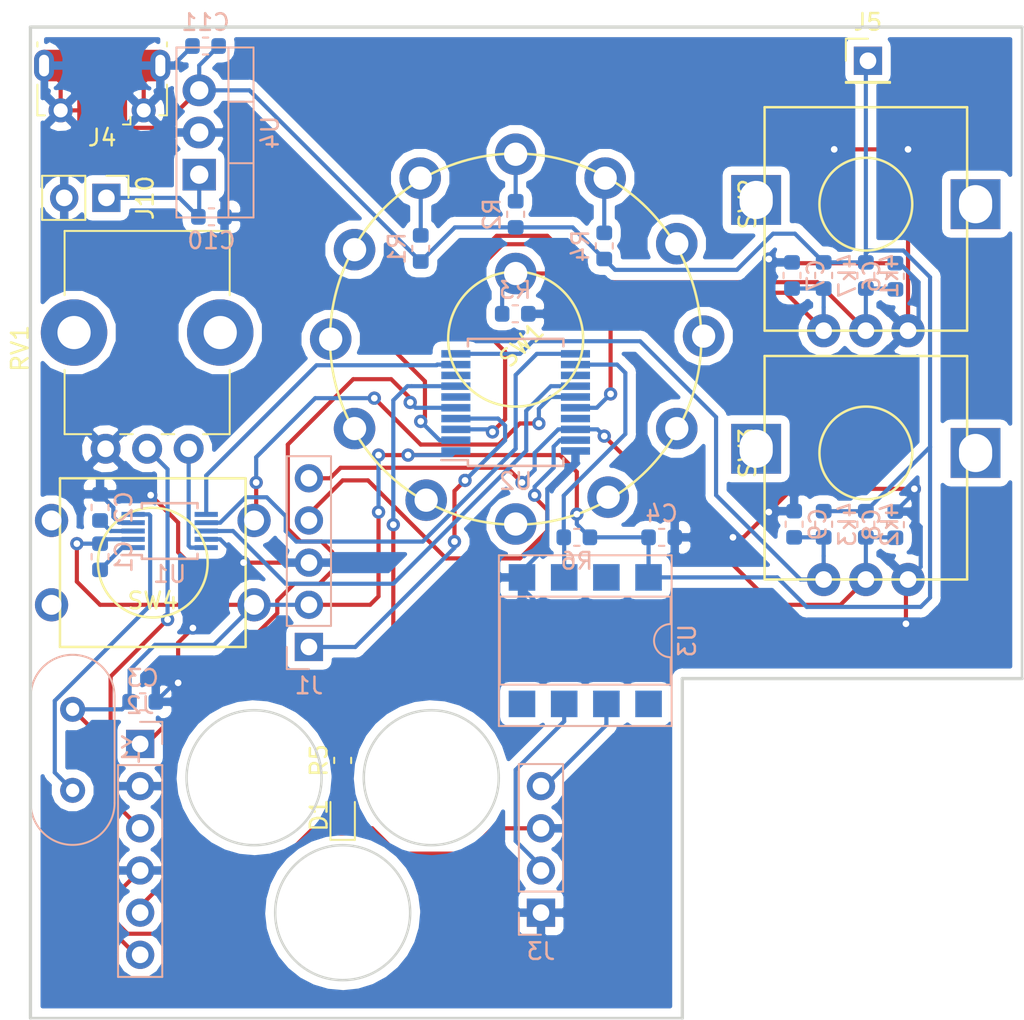
<source format=kicad_pcb>
(kicad_pcb (version 20171130) (host pcbnew "(5.0.2)-1")

  (general
    (thickness 1.6)
    (drawings 14)
    (tracks 370)
    (zones 0)
    (modules 37)
    (nets 50)
  )

  (page A4)
  (layers
    (0 F.Cu signal)
    (31 B.Cu signal)
    (32 B.Adhes user)
    (33 F.Adhes user)
    (34 B.Paste user)
    (35 F.Paste user)
    (36 B.SilkS user)
    (37 F.SilkS user)
    (38 B.Mask user)
    (39 F.Mask user)
    (40 Dwgs.User user)
    (41 Cmts.User user)
    (42 Eco1.User user)
    (43 Eco2.User user)
    (44 Edge.Cuts user)
    (45 Margin user)
    (46 B.CrtYd user)
    (47 F.CrtYd user)
    (48 B.Fab user)
    (49 F.Fab user)
  )

  (setup
    (last_trace_width 0.25)
    (trace_clearance 0.2)
    (zone_clearance 0.508)
    (zone_45_only no)
    (trace_min 0.2)
    (segment_width 0.2)
    (edge_width 0.15)
    (via_size 0.8)
    (via_drill 0.4)
    (via_min_size 0.4)
    (via_min_drill 0.3)
    (uvia_size 0.3)
    (uvia_drill 0.1)
    (uvias_allowed no)
    (uvia_min_size 0.2)
    (uvia_min_drill 0.1)
    (pcb_text_width 0.3)
    (pcb_text_size 1.5 1.5)
    (mod_edge_width 0.15)
    (mod_text_size 1 1)
    (mod_text_width 0.15)
    (pad_size 1.524 1.524)
    (pad_drill 0.762)
    (pad_to_mask_clearance 0.051)
    (solder_mask_min_width 0.25)
    (aux_axis_origin 0 0)
    (visible_elements 7FFFFFFF)
    (pcbplotparams
      (layerselection 0x010fc_ffffffff)
      (usegerberextensions false)
      (usegerberattributes false)
      (usegerberadvancedattributes false)
      (creategerberjobfile false)
      (excludeedgelayer true)
      (linewidth 0.100000)
      (plotframeref false)
      (viasonmask false)
      (mode 1)
      (useauxorigin false)
      (hpglpennumber 1)
      (hpglpenspeed 20)
      (hpglpendiameter 15.000000)
      (psnegative false)
      (psa4output false)
      (plotreference true)
      (plotvalue true)
      (plotinvisibletext false)
      (padsonsilk false)
      (subtractmaskfromsilk false)
      (outputformat 1)
      (mirror false)
      (drillshape 1)
      (scaleselection 1)
      (outputdirectory ""))
  )

  (net 0 "")
  (net 1 VDD)
  (net 2 B1)
  (net 3 B2)
  (net 4 A2)
  (net 5 A1)
  (net 6 "Net-(C1-Pad1)")
  (net 7 "Net-(C2-Pad1)")
  (net 8 BAT-)
  (net 9 BAT+)
  (net 10 "Net-(D1-Pad2)")
  (net 11 MCLR)
  (net 12 PGD)
  (net 13 PWM)
  (net 14 VOUT_)
  (net 15 TRIGGER)
  (net 16 MIDI-IN)
  (net 17 "Net-(R1-Pad1)")
  (net 18 "Net-(R2-Pad1)")
  (net 19 "Net-(R3-Pad2)")
  (net 20 "Net-(R4-Pad1)")
  (net 21 VOUT)
  (net 22 "Net-(SW1-Pad4)")
  (net 23 "Net-(SW1-Pad5)")
  (net 24 "Net-(SW1-Pad6)")
  (net 25 "Net-(SW1-Pad7)")
  (net 26 "Net-(SW1-Pad8)")
  (net 27 "Net-(SW1-Pad9)")
  (net 28 "Net-(SW1-Pad10)")
  (net 29 "Net-(SW1-Pad11)")
  (net 30 "Net-(SW1-Pad12)")
  (net 31 "Net-(SW4-Pad2)")
  (net 32 "Net-(SW4-Pad3)")
  (net 33 "Net-(SW4-Pad4)")
  (net 34 "Net-(U1-Pad5)")
  (net 35 SDO)
  (net 36 SCK)
  (net 37 FSYNC)
  (net 38 "Net-(J4-Pad2)")
  (net 39 "Net-(J4-Pad4)")
  (net 40 "Net-(J4-Pad3)")
  (net 41 "Net-(U2-Pad6)")
  (net 42 "Net-(U2-Pad8)")
  (net 43 "Net-(U2-Pad13)")
  (net 44 "Net-(U2-Pad17)")
  (net 45 D2)
  (net 46 "Net-(U3-Pad1)")
  (net 47 D1)
  (net 48 "Net-(U3-Pad7)")
  (net 49 "Net-(U3-Pad4)")

  (net_class Default "This is the default net class."
    (clearance 0.2)
    (trace_width 0.25)
    (via_dia 0.8)
    (via_drill 0.4)
    (uvia_dia 0.3)
    (uvia_drill 0.1)
    (add_net A1)
    (add_net A2)
    (add_net B1)
    (add_net B2)
    (add_net BAT+)
    (add_net BAT-)
    (add_net D1)
    (add_net D2)
    (add_net FSYNC)
    (add_net MCLR)
    (add_net MIDI-IN)
    (add_net "Net-(C1-Pad1)")
    (add_net "Net-(C2-Pad1)")
    (add_net "Net-(D1-Pad2)")
    (add_net "Net-(J4-Pad2)")
    (add_net "Net-(J4-Pad3)")
    (add_net "Net-(J4-Pad4)")
    (add_net "Net-(R1-Pad1)")
    (add_net "Net-(R2-Pad1)")
    (add_net "Net-(R3-Pad2)")
    (add_net "Net-(R4-Pad1)")
    (add_net "Net-(SW1-Pad10)")
    (add_net "Net-(SW1-Pad11)")
    (add_net "Net-(SW1-Pad12)")
    (add_net "Net-(SW1-Pad4)")
    (add_net "Net-(SW1-Pad5)")
    (add_net "Net-(SW1-Pad6)")
    (add_net "Net-(SW1-Pad7)")
    (add_net "Net-(SW1-Pad8)")
    (add_net "Net-(SW1-Pad9)")
    (add_net "Net-(SW4-Pad2)")
    (add_net "Net-(SW4-Pad3)")
    (add_net "Net-(SW4-Pad4)")
    (add_net "Net-(U1-Pad5)")
    (add_net "Net-(U2-Pad13)")
    (add_net "Net-(U2-Pad17)")
    (add_net "Net-(U2-Pad6)")
    (add_net "Net-(U2-Pad8)")
    (add_net "Net-(U3-Pad1)")
    (add_net "Net-(U3-Pad4)")
    (add_net "Net-(U3-Pad7)")
    (add_net PGD)
    (add_net PWM)
    (add_net SCK)
    (add_net SDO)
    (add_net TRIGGER)
    (add_net VDD)
    (add_net VOUT)
    (add_net VOUT_)
  )

  (module Connector_PinHeader_2.54mm:PinHeader_1x05_P2.54mm_Vertical (layer B.Cu) (tedit 59FED5CC) (tstamp 5CA3C1B9)
    (at 145.034 60.198)
    (descr "Through hole straight pin header, 1x05, 2.54mm pitch, single row")
    (tags "Through hole pin header THT 1x05 2.54mm single row")
    (path /5C63F649)
    (fp_text reference J1 (at 0 2.33) (layer B.SilkS)
      (effects (font (size 1 1) (thickness 0.15)) (justify mirror))
    )
    (fp_text value Conn_01x05 (at 0 -12.49) (layer B.Fab)
      (effects (font (size 1 1) (thickness 0.15)) (justify mirror))
    )
    (fp_line (start -0.635 1.27) (end 1.27 1.27) (layer B.Fab) (width 0.1))
    (fp_line (start 1.27 1.27) (end 1.27 -11.43) (layer B.Fab) (width 0.1))
    (fp_line (start 1.27 -11.43) (end -1.27 -11.43) (layer B.Fab) (width 0.1))
    (fp_line (start -1.27 -11.43) (end -1.27 0.635) (layer B.Fab) (width 0.1))
    (fp_line (start -1.27 0.635) (end -0.635 1.27) (layer B.Fab) (width 0.1))
    (fp_line (start -1.33 -11.49) (end 1.33 -11.49) (layer B.SilkS) (width 0.12))
    (fp_line (start -1.33 -1.27) (end -1.33 -11.49) (layer B.SilkS) (width 0.12))
    (fp_line (start 1.33 -1.27) (end 1.33 -11.49) (layer B.SilkS) (width 0.12))
    (fp_line (start -1.33 -1.27) (end 1.33 -1.27) (layer B.SilkS) (width 0.12))
    (fp_line (start -1.33 0) (end -1.33 1.33) (layer B.SilkS) (width 0.12))
    (fp_line (start -1.33 1.33) (end 0 1.33) (layer B.SilkS) (width 0.12))
    (fp_line (start -1.8 1.8) (end -1.8 -11.95) (layer B.CrtYd) (width 0.05))
    (fp_line (start -1.8 -11.95) (end 1.8 -11.95) (layer B.CrtYd) (width 0.05))
    (fp_line (start 1.8 -11.95) (end 1.8 1.8) (layer B.CrtYd) (width 0.05))
    (fp_line (start 1.8 1.8) (end -1.8 1.8) (layer B.CrtYd) (width 0.05))
    (fp_text user %R (at 0 -5.08 -90) (layer B.Fab)
      (effects (font (size 1 1) (thickness 0.15)) (justify mirror))
    )
    (pad 1 thru_hole rect (at 0 0) (size 1.7 1.7) (drill 1) (layers *.Cu *.Mask)
      (net 11 MCLR))
    (pad 2 thru_hole oval (at 0 -2.54) (size 1.7 1.7) (drill 1) (layers *.Cu *.Mask)
      (net 1 VDD))
    (pad 3 thru_hole oval (at 0 -5.08) (size 1.7 1.7) (drill 1) (layers *.Cu *.Mask)
      (net 8 BAT-))
    (pad 4 thru_hole oval (at 0 -7.62) (size 1.7 1.7) (drill 1) (layers *.Cu *.Mask)
      (net 12 PGD))
    (pad 5 thru_hole oval (at 0 -10.16) (size 1.7 1.7) (drill 1) (layers *.Cu *.Mask)
      (net 3 B2))
    (model ${KISYS3DMOD}/Connector_PinHeader_2.54mm.3dshapes/PinHeader_1x05_P2.54mm_Vertical.wrl
      (at (xyz 0 0 0))
      (scale (xyz 1 1 1))
      (rotate (xyz 0 0 0))
    )
  )

  (module Resistor_SMD:R_0603_1608Metric (layer B.Cu) (tedit 5B301BBD) (tstamp 5CA3C0C1)
    (at 178.562 37.8205 90)
    (descr "Resistor SMD 0603 (1608 Metric), square (rectangular) end terminal, IPC_7351 nominal, (Body size source: http://www.tortai-tech.com/upload/download/2011102023233369053.pdf), generated with kicad-footprint-generator")
    (tags resistor)
    (path /5C6743C7)
    (attr smd)
    (fp_text reference 4k1 (at 0 1.43 90) (layer B.SilkS)
      (effects (font (size 1 1) (thickness 0.15)) (justify mirror))
    )
    (fp_text value R (at 0 -1.43 90) (layer B.Fab)
      (effects (font (size 1 1) (thickness 0.15)) (justify mirror))
    )
    (fp_text user %R (at 0 0 90) (layer B.Fab)
      (effects (font (size 0.4 0.4) (thickness 0.06)) (justify mirror))
    )
    (fp_line (start 1.48 -0.73) (end -1.48 -0.73) (layer B.CrtYd) (width 0.05))
    (fp_line (start 1.48 0.73) (end 1.48 -0.73) (layer B.CrtYd) (width 0.05))
    (fp_line (start -1.48 0.73) (end 1.48 0.73) (layer B.CrtYd) (width 0.05))
    (fp_line (start -1.48 -0.73) (end -1.48 0.73) (layer B.CrtYd) (width 0.05))
    (fp_line (start -0.162779 -0.51) (end 0.162779 -0.51) (layer B.SilkS) (width 0.12))
    (fp_line (start -0.162779 0.51) (end 0.162779 0.51) (layer B.SilkS) (width 0.12))
    (fp_line (start 0.8 -0.4) (end -0.8 -0.4) (layer B.Fab) (width 0.1))
    (fp_line (start 0.8 0.4) (end 0.8 -0.4) (layer B.Fab) (width 0.1))
    (fp_line (start -0.8 0.4) (end 0.8 0.4) (layer B.Fab) (width 0.1))
    (fp_line (start -0.8 -0.4) (end -0.8 0.4) (layer B.Fab) (width 0.1))
    (pad 2 smd roundrect (at 0.7875 0 90) (size 0.875 0.95) (layers B.Cu B.Paste B.Mask) (roundrect_rratio 0.25)
      (net 1 VDD))
    (pad 1 smd roundrect (at -0.7875 0 90) (size 0.875 0.95) (layers B.Cu B.Paste B.Mask) (roundrect_rratio 0.25)
      (net 2 B1))
    (model ${KISYS3DMOD}/Resistor_SMD.3dshapes/R_0603_1608Metric.wrl
      (at (xyz 0 0 0))
      (scale (xyz 1 1 1))
      (rotate (xyz 0 0 0))
    )
  )

  (module Resistor_SMD:R_0603_1608Metric (layer B.Cu) (tedit 5B301BBD) (tstamp 5CA3C0D2)
    (at 178.562 52.8065 90)
    (descr "Resistor SMD 0603 (1608 Metric), square (rectangular) end terminal, IPC_7351 nominal, (Body size source: http://www.tortai-tech.com/upload/download/2011102023233369053.pdf), generated with kicad-footprint-generator")
    (tags resistor)
    (path /5C685173)
    (attr smd)
    (fp_text reference 4k2 (at 0 1.43 90) (layer B.SilkS)
      (effects (font (size 1 1) (thickness 0.15)) (justify mirror))
    )
    (fp_text value R (at 0 -1.43 90) (layer B.Fab)
      (effects (font (size 1 1) (thickness 0.15)) (justify mirror))
    )
    (fp_line (start -0.8 -0.4) (end -0.8 0.4) (layer B.Fab) (width 0.1))
    (fp_line (start -0.8 0.4) (end 0.8 0.4) (layer B.Fab) (width 0.1))
    (fp_line (start 0.8 0.4) (end 0.8 -0.4) (layer B.Fab) (width 0.1))
    (fp_line (start 0.8 -0.4) (end -0.8 -0.4) (layer B.Fab) (width 0.1))
    (fp_line (start -0.162779 0.51) (end 0.162779 0.51) (layer B.SilkS) (width 0.12))
    (fp_line (start -0.162779 -0.51) (end 0.162779 -0.51) (layer B.SilkS) (width 0.12))
    (fp_line (start -1.48 -0.73) (end -1.48 0.73) (layer B.CrtYd) (width 0.05))
    (fp_line (start -1.48 0.73) (end 1.48 0.73) (layer B.CrtYd) (width 0.05))
    (fp_line (start 1.48 0.73) (end 1.48 -0.73) (layer B.CrtYd) (width 0.05))
    (fp_line (start 1.48 -0.73) (end -1.48 -0.73) (layer B.CrtYd) (width 0.05))
    (fp_text user %R (at 0 0 90) (layer B.Fab)
      (effects (font (size 0.4 0.4) (thickness 0.06)) (justify mirror))
    )
    (pad 1 smd roundrect (at -0.7875 0 90) (size 0.875 0.95) (layers B.Cu B.Paste B.Mask) (roundrect_rratio 0.25)
      (net 3 B2))
    (pad 2 smd roundrect (at 0.7875 0 90) (size 0.875 0.95) (layers B.Cu B.Paste B.Mask) (roundrect_rratio 0.25)
      (net 1 VDD))
    (model ${KISYS3DMOD}/Resistor_SMD.3dshapes/R_0603_1608Metric.wrl
      (at (xyz 0 0 0))
      (scale (xyz 1 1 1))
      (rotate (xyz 0 0 0))
    )
  )

  (module Resistor_SMD:R_0603_1608Metric (layer B.Cu) (tedit 5B301BBD) (tstamp 5C73560A)
    (at 176.022 52.8065 90)
    (descr "Resistor SMD 0603 (1608 Metric), square (rectangular) end terminal, IPC_7351 nominal, (Body size source: http://www.tortai-tech.com/upload/download/2011102023233369053.pdf), generated with kicad-footprint-generator")
    (tags resistor)
    (path /5C697442)
    (attr smd)
    (fp_text reference 4k3 (at 0 1.43 90) (layer B.SilkS)
      (effects (font (size 1 1) (thickness 0.15)) (justify mirror))
    )
    (fp_text value R (at 0 -1.43 90) (layer B.Fab)
      (effects (font (size 1 1) (thickness 0.15)) (justify mirror))
    )
    (fp_line (start -0.8 -0.4) (end -0.8 0.4) (layer B.Fab) (width 0.1))
    (fp_line (start -0.8 0.4) (end 0.8 0.4) (layer B.Fab) (width 0.1))
    (fp_line (start 0.8 0.4) (end 0.8 -0.4) (layer B.Fab) (width 0.1))
    (fp_line (start 0.8 -0.4) (end -0.8 -0.4) (layer B.Fab) (width 0.1))
    (fp_line (start -0.162779 0.51) (end 0.162779 0.51) (layer B.SilkS) (width 0.12))
    (fp_line (start -0.162779 -0.51) (end 0.162779 -0.51) (layer B.SilkS) (width 0.12))
    (fp_line (start -1.48 -0.73) (end -1.48 0.73) (layer B.CrtYd) (width 0.05))
    (fp_line (start -1.48 0.73) (end 1.48 0.73) (layer B.CrtYd) (width 0.05))
    (fp_line (start 1.48 0.73) (end 1.48 -0.73) (layer B.CrtYd) (width 0.05))
    (fp_line (start 1.48 -0.73) (end -1.48 -0.73) (layer B.CrtYd) (width 0.05))
    (fp_text user %R (at 0 0 90) (layer B.Fab)
      (effects (font (size 0.4 0.4) (thickness 0.06)) (justify mirror))
    )
    (pad 1 smd roundrect (at -0.7875 0 90) (size 0.875 0.95) (layers B.Cu B.Paste B.Mask) (roundrect_rratio 0.25)
      (net 4 A2))
    (pad 2 smd roundrect (at 0.7875 0 90) (size 0.875 0.95) (layers B.Cu B.Paste B.Mask) (roundrect_rratio 0.25)
      (net 1 VDD))
    (model ${KISYS3DMOD}/Resistor_SMD.3dshapes/R_0603_1608Metric.wrl
      (at (xyz 0 0 0))
      (scale (xyz 1 1 1))
      (rotate (xyz 0 0 0))
    )
  )

  (module Resistor_SMD:R_0603_1608Metric (layer B.Cu) (tedit 5B301BBD) (tstamp 5CA3C0F4)
    (at 176.022 37.8205 90)
    (descr "Resistor SMD 0603 (1608 Metric), square (rectangular) end terminal, IPC_7351 nominal, (Body size source: http://www.tortai-tech.com/upload/download/2011102023233369053.pdf), generated with kicad-footprint-generator")
    (tags resistor)
    (path /5C66CC54)
    (attr smd)
    (fp_text reference 4k7 (at 0 1.43 90) (layer B.SilkS)
      (effects (font (size 1 1) (thickness 0.15)) (justify mirror))
    )
    (fp_text value R (at 0 -1.43 90) (layer B.Fab)
      (effects (font (size 1 1) (thickness 0.15)) (justify mirror))
    )
    (fp_line (start -0.8 -0.4) (end -0.8 0.4) (layer B.Fab) (width 0.1))
    (fp_line (start -0.8 0.4) (end 0.8 0.4) (layer B.Fab) (width 0.1))
    (fp_line (start 0.8 0.4) (end 0.8 -0.4) (layer B.Fab) (width 0.1))
    (fp_line (start 0.8 -0.4) (end -0.8 -0.4) (layer B.Fab) (width 0.1))
    (fp_line (start -0.162779 0.51) (end 0.162779 0.51) (layer B.SilkS) (width 0.12))
    (fp_line (start -0.162779 -0.51) (end 0.162779 -0.51) (layer B.SilkS) (width 0.12))
    (fp_line (start -1.48 -0.73) (end -1.48 0.73) (layer B.CrtYd) (width 0.05))
    (fp_line (start -1.48 0.73) (end 1.48 0.73) (layer B.CrtYd) (width 0.05))
    (fp_line (start 1.48 0.73) (end 1.48 -0.73) (layer B.CrtYd) (width 0.05))
    (fp_line (start 1.48 -0.73) (end -1.48 -0.73) (layer B.CrtYd) (width 0.05))
    (fp_text user %R (at 0 0 90) (layer B.Fab)
      (effects (font (size 0.4 0.4) (thickness 0.06)) (justify mirror))
    )
    (pad 1 smd roundrect (at -0.7875 0 90) (size 0.875 0.95) (layers B.Cu B.Paste B.Mask) (roundrect_rratio 0.25)
      (net 5 A1))
    (pad 2 smd roundrect (at 0.7875 0 90) (size 0.875 0.95) (layers B.Cu B.Paste B.Mask) (roundrect_rratio 0.25)
      (net 1 VDD))
    (model ${KISYS3DMOD}/Resistor_SMD.3dshapes/R_0603_1608Metric.wrl
      (at (xyz 0 0 0))
      (scale (xyz 1 1 1))
      (rotate (xyz 0 0 0))
    )
  )

  (module Capacitor_SMD:C_0603_1608Metric (layer B.Cu) (tedit 5B301BBE) (tstamp 5CA3C105)
    (at 132.461 54.7625 90)
    (descr "Capacitor SMD 0603 (1608 Metric), square (rectangular) end terminal, IPC_7351 nominal, (Body size source: http://www.tortai-tech.com/upload/download/2011102023233369053.pdf), generated with kicad-footprint-generator")
    (tags capacitor)
    (path /5C640CEC)
    (attr smd)
    (fp_text reference C1 (at 0 1.43 90) (layer B.SilkS)
      (effects (font (size 1 1) (thickness 0.15)) (justify mirror))
    )
    (fp_text value 10nF (at 0 -1.43 90) (layer B.Fab)
      (effects (font (size 1 1) (thickness 0.15)) (justify mirror))
    )
    (fp_text user %R (at 0 0 90) (layer B.Fab)
      (effects (font (size 0.4 0.4) (thickness 0.06)) (justify mirror))
    )
    (fp_line (start 1.48 -0.73) (end -1.48 -0.73) (layer B.CrtYd) (width 0.05))
    (fp_line (start 1.48 0.73) (end 1.48 -0.73) (layer B.CrtYd) (width 0.05))
    (fp_line (start -1.48 0.73) (end 1.48 0.73) (layer B.CrtYd) (width 0.05))
    (fp_line (start -1.48 -0.73) (end -1.48 0.73) (layer B.CrtYd) (width 0.05))
    (fp_line (start -0.162779 -0.51) (end 0.162779 -0.51) (layer B.SilkS) (width 0.12))
    (fp_line (start -0.162779 0.51) (end 0.162779 0.51) (layer B.SilkS) (width 0.12))
    (fp_line (start 0.8 -0.4) (end -0.8 -0.4) (layer B.Fab) (width 0.1))
    (fp_line (start 0.8 0.4) (end 0.8 -0.4) (layer B.Fab) (width 0.1))
    (fp_line (start -0.8 0.4) (end 0.8 0.4) (layer B.Fab) (width 0.1))
    (fp_line (start -0.8 -0.4) (end -0.8 0.4) (layer B.Fab) (width 0.1))
    (pad 2 smd roundrect (at 0.7875 0 90) (size 0.875 0.95) (layers B.Cu B.Paste B.Mask) (roundrect_rratio 0.25)
      (net 1 VDD))
    (pad 1 smd roundrect (at -0.7875 0 90) (size 0.875 0.95) (layers B.Cu B.Paste B.Mask) (roundrect_rratio 0.25)
      (net 6 "Net-(C1-Pad1)"))
    (model ${KISYS3DMOD}/Capacitor_SMD.3dshapes/C_0603_1608Metric.wrl
      (at (xyz 0 0 0))
      (scale (xyz 1 1 1))
      (rotate (xyz 0 0 0))
    )
  )

  (module Capacitor_SMD:C_0603_1608Metric (layer B.Cu) (tedit 5B301BBE) (tstamp 5CA3C116)
    (at 132.461 51.7905 90)
    (descr "Capacitor SMD 0603 (1608 Metric), square (rectangular) end terminal, IPC_7351 nominal, (Body size source: http://www.tortai-tech.com/upload/download/2011102023233369053.pdf), generated with kicad-footprint-generator")
    (tags capacitor)
    (path /5C63FEBB)
    (attr smd)
    (fp_text reference C2 (at 0 1.43 90) (layer B.SilkS)
      (effects (font (size 1 1) (thickness 0.15)) (justify mirror))
    )
    (fp_text value 100nF (at 0 -1.43 90) (layer B.Fab)
      (effects (font (size 1 1) (thickness 0.15)) (justify mirror))
    )
    (fp_line (start -0.8 -0.4) (end -0.8 0.4) (layer B.Fab) (width 0.1))
    (fp_line (start -0.8 0.4) (end 0.8 0.4) (layer B.Fab) (width 0.1))
    (fp_line (start 0.8 0.4) (end 0.8 -0.4) (layer B.Fab) (width 0.1))
    (fp_line (start 0.8 -0.4) (end -0.8 -0.4) (layer B.Fab) (width 0.1))
    (fp_line (start -0.162779 0.51) (end 0.162779 0.51) (layer B.SilkS) (width 0.12))
    (fp_line (start -0.162779 -0.51) (end 0.162779 -0.51) (layer B.SilkS) (width 0.12))
    (fp_line (start -1.48 -0.73) (end -1.48 0.73) (layer B.CrtYd) (width 0.05))
    (fp_line (start -1.48 0.73) (end 1.48 0.73) (layer B.CrtYd) (width 0.05))
    (fp_line (start 1.48 0.73) (end 1.48 -0.73) (layer B.CrtYd) (width 0.05))
    (fp_line (start 1.48 -0.73) (end -1.48 -0.73) (layer B.CrtYd) (width 0.05))
    (fp_text user %R (at 0 0 90) (layer B.Fab)
      (effects (font (size 0.4 0.4) (thickness 0.06)) (justify mirror))
    )
    (pad 1 smd roundrect (at -0.7875 0 90) (size 0.875 0.95) (layers B.Cu B.Paste B.Mask) (roundrect_rratio 0.25)
      (net 7 "Net-(C2-Pad1)"))
    (pad 2 smd roundrect (at 0.7875 0 90) (size 0.875 0.95) (layers B.Cu B.Paste B.Mask) (roundrect_rratio 0.25)
      (net 8 BAT-))
    (model ${KISYS3DMOD}/Capacitor_SMD.3dshapes/C_0603_1608Metric.wrl
      (at (xyz 0 0 0))
      (scale (xyz 1 1 1))
      (rotate (xyz 0 0 0))
    )
  )

  (module Capacitor_SMD:C_0603_1608Metric (layer B.Cu) (tedit 5B301BBE) (tstamp 5C734823)
    (at 135.0265 63.5 180)
    (descr "Capacitor SMD 0603 (1608 Metric), square (rectangular) end terminal, IPC_7351 nominal, (Body size source: http://www.tortai-tech.com/upload/download/2011102023233369053.pdf), generated with kicad-footprint-generator")
    (tags capacitor)
    (path /5C643BCA)
    (attr smd)
    (fp_text reference C3 (at 0 1.43 180) (layer B.SilkS)
      (effects (font (size 1 1) (thickness 0.15)) (justify mirror))
    )
    (fp_text value 100nF (at 0 -1.43 180) (layer B.Fab)
      (effects (font (size 1 1) (thickness 0.15)) (justify mirror))
    )
    (fp_line (start -0.8 -0.4) (end -0.8 0.4) (layer B.Fab) (width 0.1))
    (fp_line (start -0.8 0.4) (end 0.8 0.4) (layer B.Fab) (width 0.1))
    (fp_line (start 0.8 0.4) (end 0.8 -0.4) (layer B.Fab) (width 0.1))
    (fp_line (start 0.8 -0.4) (end -0.8 -0.4) (layer B.Fab) (width 0.1))
    (fp_line (start -0.162779 0.51) (end 0.162779 0.51) (layer B.SilkS) (width 0.12))
    (fp_line (start -0.162779 -0.51) (end 0.162779 -0.51) (layer B.SilkS) (width 0.12))
    (fp_line (start -1.48 -0.73) (end -1.48 0.73) (layer B.CrtYd) (width 0.05))
    (fp_line (start -1.48 0.73) (end 1.48 0.73) (layer B.CrtYd) (width 0.05))
    (fp_line (start 1.48 0.73) (end 1.48 -0.73) (layer B.CrtYd) (width 0.05))
    (fp_line (start 1.48 -0.73) (end -1.48 -0.73) (layer B.CrtYd) (width 0.05))
    (fp_text user %R (at 0 0 180) (layer B.Fab)
      (effects (font (size 0.4 0.4) (thickness 0.06)) (justify mirror))
    )
    (pad 1 smd roundrect (at -0.7875 0 180) (size 0.875 0.95) (layers B.Cu B.Paste B.Mask) (roundrect_rratio 0.25)
      (net 8 BAT-))
    (pad 2 smd roundrect (at 0.7875 0 180) (size 0.875 0.95) (layers B.Cu B.Paste B.Mask) (roundrect_rratio 0.25)
      (net 1 VDD))
    (model ${KISYS3DMOD}/Capacitor_SMD.3dshapes/C_0603_1608Metric.wrl
      (at (xyz 0 0 0))
      (scale (xyz 1 1 1))
      (rotate (xyz 0 0 0))
    )
  )

  (module Capacitor_SMD:C_0603_1608Metric (layer B.Cu) (tedit 5B301BBE) (tstamp 5CA3C138)
    (at 180.34 37.8715 270)
    (descr "Capacitor SMD 0603 (1608 Metric), square (rectangular) end terminal, IPC_7351 nominal, (Body size source: http://www.tortai-tech.com/upload/download/2011102023233369053.pdf), generated with kicad-footprint-generator")
    (tags capacitor)
    (path /5C67EE93)
    (attr smd)
    (fp_text reference C6 (at 0 1.43 270) (layer B.SilkS)
      (effects (font (size 1 1) (thickness 0.15)) (justify mirror))
    )
    (fp_text value 100nF (at 0 -1.43 270) (layer B.Fab)
      (effects (font (size 1 1) (thickness 0.15)) (justify mirror))
    )
    (fp_text user %R (at 0 0 270) (layer B.Fab)
      (effects (font (size 0.4 0.4) (thickness 0.06)) (justify mirror))
    )
    (fp_line (start 1.48 -0.73) (end -1.48 -0.73) (layer B.CrtYd) (width 0.05))
    (fp_line (start 1.48 0.73) (end 1.48 -0.73) (layer B.CrtYd) (width 0.05))
    (fp_line (start -1.48 0.73) (end 1.48 0.73) (layer B.CrtYd) (width 0.05))
    (fp_line (start -1.48 -0.73) (end -1.48 0.73) (layer B.CrtYd) (width 0.05))
    (fp_line (start -0.162779 -0.51) (end 0.162779 -0.51) (layer B.SilkS) (width 0.12))
    (fp_line (start -0.162779 0.51) (end 0.162779 0.51) (layer B.SilkS) (width 0.12))
    (fp_line (start 0.8 -0.4) (end -0.8 -0.4) (layer B.Fab) (width 0.1))
    (fp_line (start 0.8 0.4) (end 0.8 -0.4) (layer B.Fab) (width 0.1))
    (fp_line (start -0.8 0.4) (end 0.8 0.4) (layer B.Fab) (width 0.1))
    (fp_line (start -0.8 -0.4) (end -0.8 0.4) (layer B.Fab) (width 0.1))
    (pad 2 smd roundrect (at 0.7875 0 270) (size 0.875 0.95) (layers B.Cu B.Paste B.Mask) (roundrect_rratio 0.25)
      (net 2 B1))
    (pad 1 smd roundrect (at -0.7875 0 270) (size 0.875 0.95) (layers B.Cu B.Paste B.Mask) (roundrect_rratio 0.25)
      (net 8 BAT-))
    (model ${KISYS3DMOD}/Capacitor_SMD.3dshapes/C_0603_1608Metric.wrl
      (at (xyz 0 0 0))
      (scale (xyz 1 1 1))
      (rotate (xyz 0 0 0))
    )
  )

  (module Capacitor_SMD:C_0603_1608Metric (layer B.Cu) (tedit 5B301BBE) (tstamp 5CA3C149)
    (at 174.117 37.8205 90)
    (descr "Capacitor SMD 0603 (1608 Metric), square (rectangular) end terminal, IPC_7351 nominal, (Body size source: http://www.tortai-tech.com/upload/download/2011102023233369053.pdf), generated with kicad-footprint-generator")
    (tags capacitor)
    (path /5C67EF7C)
    (attr smd)
    (fp_text reference C7 (at 0 1.43 90) (layer B.SilkS)
      (effects (font (size 1 1) (thickness 0.15)) (justify mirror))
    )
    (fp_text value 100nF (at 0 -1.43 90) (layer B.Fab)
      (effects (font (size 1 1) (thickness 0.15)) (justify mirror))
    )
    (fp_line (start -0.8 -0.4) (end -0.8 0.4) (layer B.Fab) (width 0.1))
    (fp_line (start -0.8 0.4) (end 0.8 0.4) (layer B.Fab) (width 0.1))
    (fp_line (start 0.8 0.4) (end 0.8 -0.4) (layer B.Fab) (width 0.1))
    (fp_line (start 0.8 -0.4) (end -0.8 -0.4) (layer B.Fab) (width 0.1))
    (fp_line (start -0.162779 0.51) (end 0.162779 0.51) (layer B.SilkS) (width 0.12))
    (fp_line (start -0.162779 -0.51) (end 0.162779 -0.51) (layer B.SilkS) (width 0.12))
    (fp_line (start -1.48 -0.73) (end -1.48 0.73) (layer B.CrtYd) (width 0.05))
    (fp_line (start -1.48 0.73) (end 1.48 0.73) (layer B.CrtYd) (width 0.05))
    (fp_line (start 1.48 0.73) (end 1.48 -0.73) (layer B.CrtYd) (width 0.05))
    (fp_line (start 1.48 -0.73) (end -1.48 -0.73) (layer B.CrtYd) (width 0.05))
    (fp_text user %R (at 0 0 90) (layer B.Fab)
      (effects (font (size 0.4 0.4) (thickness 0.06)) (justify mirror))
    )
    (pad 1 smd roundrect (at -0.7875 0 90) (size 0.875 0.95) (layers B.Cu B.Paste B.Mask) (roundrect_rratio 0.25)
      (net 5 A1))
    (pad 2 smd roundrect (at 0.7875 0 90) (size 0.875 0.95) (layers B.Cu B.Paste B.Mask) (roundrect_rratio 0.25)
      (net 8 BAT-))
    (model ${KISYS3DMOD}/Capacitor_SMD.3dshapes/C_0603_1608Metric.wrl
      (at (xyz 0 0 0))
      (scale (xyz 1 1 1))
      (rotate (xyz 0 0 0))
    )
  )

  (module Capacitor_SMD:C_0603_1608Metric (layer B.Cu) (tedit 5B301BBE) (tstamp 5CA3C15A)
    (at 180.34 52.832 270)
    (descr "Capacitor SMD 0603 (1608 Metric), square (rectangular) end terminal, IPC_7351 nominal, (Body size source: http://www.tortai-tech.com/upload/download/2011102023233369053.pdf), generated with kicad-footprint-generator")
    (tags capacitor)
    (path /5C68517B)
    (attr smd)
    (fp_text reference C8 (at 0 1.43 270) (layer B.SilkS)
      (effects (font (size 1 1) (thickness 0.15)) (justify mirror))
    )
    (fp_text value 100nF (at 0 -1.43 270) (layer B.Fab)
      (effects (font (size 1 1) (thickness 0.15)) (justify mirror))
    )
    (fp_text user %R (at 0 0 270) (layer B.Fab)
      (effects (font (size 0.4 0.4) (thickness 0.06)) (justify mirror))
    )
    (fp_line (start 1.48 -0.73) (end -1.48 -0.73) (layer B.CrtYd) (width 0.05))
    (fp_line (start 1.48 0.73) (end 1.48 -0.73) (layer B.CrtYd) (width 0.05))
    (fp_line (start -1.48 0.73) (end 1.48 0.73) (layer B.CrtYd) (width 0.05))
    (fp_line (start -1.48 -0.73) (end -1.48 0.73) (layer B.CrtYd) (width 0.05))
    (fp_line (start -0.162779 -0.51) (end 0.162779 -0.51) (layer B.SilkS) (width 0.12))
    (fp_line (start -0.162779 0.51) (end 0.162779 0.51) (layer B.SilkS) (width 0.12))
    (fp_line (start 0.8 -0.4) (end -0.8 -0.4) (layer B.Fab) (width 0.1))
    (fp_line (start 0.8 0.4) (end 0.8 -0.4) (layer B.Fab) (width 0.1))
    (fp_line (start -0.8 0.4) (end 0.8 0.4) (layer B.Fab) (width 0.1))
    (fp_line (start -0.8 -0.4) (end -0.8 0.4) (layer B.Fab) (width 0.1))
    (pad 2 smd roundrect (at 0.7875 0 270) (size 0.875 0.95) (layers B.Cu B.Paste B.Mask) (roundrect_rratio 0.25)
      (net 3 B2))
    (pad 1 smd roundrect (at -0.7875 0 270) (size 0.875 0.95) (layers B.Cu B.Paste B.Mask) (roundrect_rratio 0.25)
      (net 8 BAT-))
    (model ${KISYS3DMOD}/Capacitor_SMD.3dshapes/C_0603_1608Metric.wrl
      (at (xyz 0 0 0))
      (scale (xyz 1 1 1))
      (rotate (xyz 0 0 0))
    )
  )

  (module Capacitor_SMD:C_0603_1608Metric (layer B.Cu) (tedit 5B301BBE) (tstamp 5CA3C16B)
    (at 174.244 52.8065 90)
    (descr "Capacitor SMD 0603 (1608 Metric), square (rectangular) end terminal, IPC_7351 nominal, (Body size source: http://www.tortai-tech.com/upload/download/2011102023233369053.pdf), generated with kicad-footprint-generator")
    (tags capacitor)
    (path /5C69744A)
    (attr smd)
    (fp_text reference C9 (at 0 1.43 90) (layer B.SilkS)
      (effects (font (size 1 1) (thickness 0.15)) (justify mirror))
    )
    (fp_text value 100nF (at 0 -1.43 90) (layer B.Fab)
      (effects (font (size 1 1) (thickness 0.15)) (justify mirror))
    )
    (fp_line (start -0.8 -0.4) (end -0.8 0.4) (layer B.Fab) (width 0.1))
    (fp_line (start -0.8 0.4) (end 0.8 0.4) (layer B.Fab) (width 0.1))
    (fp_line (start 0.8 0.4) (end 0.8 -0.4) (layer B.Fab) (width 0.1))
    (fp_line (start 0.8 -0.4) (end -0.8 -0.4) (layer B.Fab) (width 0.1))
    (fp_line (start -0.162779 0.51) (end 0.162779 0.51) (layer B.SilkS) (width 0.12))
    (fp_line (start -0.162779 -0.51) (end 0.162779 -0.51) (layer B.SilkS) (width 0.12))
    (fp_line (start -1.48 -0.73) (end -1.48 0.73) (layer B.CrtYd) (width 0.05))
    (fp_line (start -1.48 0.73) (end 1.48 0.73) (layer B.CrtYd) (width 0.05))
    (fp_line (start 1.48 0.73) (end 1.48 -0.73) (layer B.CrtYd) (width 0.05))
    (fp_line (start 1.48 -0.73) (end -1.48 -0.73) (layer B.CrtYd) (width 0.05))
    (fp_text user %R (at 0 0 90) (layer B.Fab)
      (effects (font (size 0.4 0.4) (thickness 0.06)) (justify mirror))
    )
    (pad 1 smd roundrect (at -0.7875 0 90) (size 0.875 0.95) (layers B.Cu B.Paste B.Mask) (roundrect_rratio 0.25)
      (net 4 A2))
    (pad 2 smd roundrect (at 0.7875 0 90) (size 0.875 0.95) (layers B.Cu B.Paste B.Mask) (roundrect_rratio 0.25)
      (net 8 BAT-))
    (model ${KISYS3DMOD}/Capacitor_SMD.3dshapes/C_0603_1608Metric.wrl
      (at (xyz 0 0 0))
      (scale (xyz 1 1 1))
      (rotate (xyz 0 0 0))
    )
  )

  (module Capacitor_SMD:C_0603_1608Metric (layer B.Cu) (tedit 5B301BBE) (tstamp 5CA3C17C)
    (at 139.1665 34.29)
    (descr "Capacitor SMD 0603 (1608 Metric), square (rectangular) end terminal, IPC_7351 nominal, (Body size source: http://www.tortai-tech.com/upload/download/2011102023233369053.pdf), generated with kicad-footprint-generator")
    (tags capacitor)
    (path /5C6DEF77/5C6E33AA)
    (attr smd)
    (fp_text reference C10 (at 0 1.43) (layer B.SilkS)
      (effects (font (size 1 1) (thickness 0.15)) (justify mirror))
    )
    (fp_text value 0.33uF (at 0 -1.43) (layer B.Fab)
      (effects (font (size 1 1) (thickness 0.15)) (justify mirror))
    )
    (fp_line (start -0.8 -0.4) (end -0.8 0.4) (layer B.Fab) (width 0.1))
    (fp_line (start -0.8 0.4) (end 0.8 0.4) (layer B.Fab) (width 0.1))
    (fp_line (start 0.8 0.4) (end 0.8 -0.4) (layer B.Fab) (width 0.1))
    (fp_line (start 0.8 -0.4) (end -0.8 -0.4) (layer B.Fab) (width 0.1))
    (fp_line (start -0.162779 0.51) (end 0.162779 0.51) (layer B.SilkS) (width 0.12))
    (fp_line (start -0.162779 -0.51) (end 0.162779 -0.51) (layer B.SilkS) (width 0.12))
    (fp_line (start -1.48 -0.73) (end -1.48 0.73) (layer B.CrtYd) (width 0.05))
    (fp_line (start -1.48 0.73) (end 1.48 0.73) (layer B.CrtYd) (width 0.05))
    (fp_line (start 1.48 0.73) (end 1.48 -0.73) (layer B.CrtYd) (width 0.05))
    (fp_line (start 1.48 -0.73) (end -1.48 -0.73) (layer B.CrtYd) (width 0.05))
    (fp_text user %R (at 0 0) (layer B.Fab)
      (effects (font (size 0.4 0.4) (thickness 0.06)) (justify mirror))
    )
    (pad 1 smd roundrect (at -0.7875 0) (size 0.875 0.95) (layers B.Cu B.Paste B.Mask) (roundrect_rratio 0.25)
      (net 9 BAT+))
    (pad 2 smd roundrect (at 0.7875 0) (size 0.875 0.95) (layers B.Cu B.Paste B.Mask) (roundrect_rratio 0.25)
      (net 8 BAT-))
    (model ${KISYS3DMOD}/Capacitor_SMD.3dshapes/C_0603_1608Metric.wrl
      (at (xyz 0 0 0))
      (scale (xyz 1 1 1))
      (rotate (xyz 0 0 0))
    )
  )

  (module Capacitor_SMD:C_0603_1608Metric (layer B.Cu) (tedit 5B301BBE) (tstamp 5CA3C18D)
    (at 138.811 24.003 180)
    (descr "Capacitor SMD 0603 (1608 Metric), square (rectangular) end terminal, IPC_7351 nominal, (Body size source: http://www.tortai-tech.com/upload/download/2011102023233369053.pdf), generated with kicad-footprint-generator")
    (tags capacitor)
    (path /5C6DEF77/5C6E33E8)
    (attr smd)
    (fp_text reference C11 (at 0 1.43 180) (layer B.SilkS)
      (effects (font (size 1 1) (thickness 0.15)) (justify mirror))
    )
    (fp_text value 0.1uF (at 0 -1.43 180) (layer B.Fab)
      (effects (font (size 1 1) (thickness 0.15)) (justify mirror))
    )
    (fp_text user %R (at 0 0 180) (layer B.Fab)
      (effects (font (size 0.4 0.4) (thickness 0.06)) (justify mirror))
    )
    (fp_line (start 1.48 -0.73) (end -1.48 -0.73) (layer B.CrtYd) (width 0.05))
    (fp_line (start 1.48 0.73) (end 1.48 -0.73) (layer B.CrtYd) (width 0.05))
    (fp_line (start -1.48 0.73) (end 1.48 0.73) (layer B.CrtYd) (width 0.05))
    (fp_line (start -1.48 -0.73) (end -1.48 0.73) (layer B.CrtYd) (width 0.05))
    (fp_line (start -0.162779 -0.51) (end 0.162779 -0.51) (layer B.SilkS) (width 0.12))
    (fp_line (start -0.162779 0.51) (end 0.162779 0.51) (layer B.SilkS) (width 0.12))
    (fp_line (start 0.8 -0.4) (end -0.8 -0.4) (layer B.Fab) (width 0.1))
    (fp_line (start 0.8 0.4) (end 0.8 -0.4) (layer B.Fab) (width 0.1))
    (fp_line (start -0.8 0.4) (end 0.8 0.4) (layer B.Fab) (width 0.1))
    (fp_line (start -0.8 -0.4) (end -0.8 0.4) (layer B.Fab) (width 0.1))
    (pad 2 smd roundrect (at 0.7875 0 180) (size 0.875 0.95) (layers B.Cu B.Paste B.Mask) (roundrect_rratio 0.25)
      (net 8 BAT-))
    (pad 1 smd roundrect (at -0.7875 0 180) (size 0.875 0.95) (layers B.Cu B.Paste B.Mask) (roundrect_rratio 0.25)
      (net 1 VDD))
    (model ${KISYS3DMOD}/Capacitor_SMD.3dshapes/C_0603_1608Metric.wrl
      (at (xyz 0 0 0))
      (scale (xyz 1 1 1))
      (rotate (xyz 0 0 0))
    )
  )

  (module LED_SMD:LED_0603_1608Metric (layer F.Cu) (tedit 5B301BBE) (tstamp 5C66AA4D)
    (at 147.066 70.3325 90)
    (descr "LED SMD 0603 (1608 Metric), square (rectangular) end terminal, IPC_7351 nominal, (Body size source: http://www.tortai-tech.com/upload/download/2011102023233369053.pdf), generated with kicad-footprint-generator")
    (tags diode)
    (path /5C716635)
    (attr smd)
    (fp_text reference D1 (at 0 -1.43 90) (layer F.SilkS)
      (effects (font (size 1 1) (thickness 0.15)))
    )
    (fp_text value LED (at 0 1.43 90) (layer F.Fab)
      (effects (font (size 1 1) (thickness 0.15)))
    )
    (fp_line (start 0.8 -0.4) (end -0.5 -0.4) (layer F.Fab) (width 0.1))
    (fp_line (start -0.5 -0.4) (end -0.8 -0.1) (layer F.Fab) (width 0.1))
    (fp_line (start -0.8 -0.1) (end -0.8 0.4) (layer F.Fab) (width 0.1))
    (fp_line (start -0.8 0.4) (end 0.8 0.4) (layer F.Fab) (width 0.1))
    (fp_line (start 0.8 0.4) (end 0.8 -0.4) (layer F.Fab) (width 0.1))
    (fp_line (start 0.8 -0.735) (end -1.485 -0.735) (layer F.SilkS) (width 0.12))
    (fp_line (start -1.485 -0.735) (end -1.485 0.735) (layer F.SilkS) (width 0.12))
    (fp_line (start -1.485 0.735) (end 0.8 0.735) (layer F.SilkS) (width 0.12))
    (fp_line (start -1.48 0.73) (end -1.48 -0.73) (layer F.CrtYd) (width 0.05))
    (fp_line (start -1.48 -0.73) (end 1.48 -0.73) (layer F.CrtYd) (width 0.05))
    (fp_line (start 1.48 -0.73) (end 1.48 0.73) (layer F.CrtYd) (width 0.05))
    (fp_line (start 1.48 0.73) (end -1.48 0.73) (layer F.CrtYd) (width 0.05))
    (fp_text user %R (at 0 0 90) (layer F.Fab)
      (effects (font (size 0.4 0.4) (thickness 0.06)))
    )
    (pad 1 smd roundrect (at -0.7875 0 90) (size 0.875 0.95) (layers F.Cu F.Paste F.Mask) (roundrect_rratio 0.25)
      (net 8 BAT-))
    (pad 2 smd roundrect (at 0.7875 0 90) (size 0.875 0.95) (layers F.Cu F.Paste F.Mask) (roundrect_rratio 0.25)
      (net 10 "Net-(D1-Pad2)"))
    (model ${KISYS3DMOD}/LED_SMD.3dshapes/LED_0603_1608Metric.wrl
      (at (xyz 0 0 0))
      (scale (xyz 1 1 1))
      (rotate (xyz 0 0 0))
    )
  )

  (module Connector_PinHeader_2.54mm:PinHeader_1x06_P2.54mm_Vertical (layer B.Cu) (tedit 59FED5CC) (tstamp 5C66AB27)
    (at 134.874 66.04 180)
    (descr "Through hole straight pin header, 1x06, 2.54mm pitch, single row")
    (tags "Through hole pin header THT 1x06 2.54mm single row")
    (path /5C72F06F)
    (fp_text reference J2 (at 0 2.33 180) (layer B.SilkS)
      (effects (font (size 1 1) (thickness 0.15)) (justify mirror))
    )
    (fp_text value Conn_01x06 (at 0 -15.03 180) (layer B.Fab)
      (effects (font (size 1 1) (thickness 0.15)) (justify mirror))
    )
    (fp_line (start -0.635 1.27) (end 1.27 1.27) (layer B.Fab) (width 0.1))
    (fp_line (start 1.27 1.27) (end 1.27 -13.97) (layer B.Fab) (width 0.1))
    (fp_line (start 1.27 -13.97) (end -1.27 -13.97) (layer B.Fab) (width 0.1))
    (fp_line (start -1.27 -13.97) (end -1.27 0.635) (layer B.Fab) (width 0.1))
    (fp_line (start -1.27 0.635) (end -0.635 1.27) (layer B.Fab) (width 0.1))
    (fp_line (start -1.33 -14.03) (end 1.33 -14.03) (layer B.SilkS) (width 0.12))
    (fp_line (start -1.33 -1.27) (end -1.33 -14.03) (layer B.SilkS) (width 0.12))
    (fp_line (start 1.33 -1.27) (end 1.33 -14.03) (layer B.SilkS) (width 0.12))
    (fp_line (start -1.33 -1.27) (end 1.33 -1.27) (layer B.SilkS) (width 0.12))
    (fp_line (start -1.33 0) (end -1.33 1.33) (layer B.SilkS) (width 0.12))
    (fp_line (start -1.33 1.33) (end 0 1.33) (layer B.SilkS) (width 0.12))
    (fp_line (start -1.8 1.8) (end -1.8 -14.5) (layer B.CrtYd) (width 0.05))
    (fp_line (start -1.8 -14.5) (end 1.8 -14.5) (layer B.CrtYd) (width 0.05))
    (fp_line (start 1.8 -14.5) (end 1.8 1.8) (layer B.CrtYd) (width 0.05))
    (fp_line (start 1.8 1.8) (end -1.8 1.8) (layer B.CrtYd) (width 0.05))
    (fp_text user %R (at 0 -6.35 90) (layer B.Fab)
      (effects (font (size 1 1) (thickness 0.15)) (justify mirror))
    )
    (pad 1 thru_hole rect (at 0 0 180) (size 1.7 1.7) (drill 1) (layers *.Cu *.Mask)
      (net 13 PWM))
    (pad 2 thru_hole oval (at 0 -2.54 180) (size 1.7 1.7) (drill 1) (layers *.Cu *.Mask)
      (net 8 BAT-))
    (pad 3 thru_hole oval (at 0 -5.08 180) (size 1.7 1.7) (drill 1) (layers *.Cu *.Mask)
      (net 14 VOUT_))
    (pad 4 thru_hole oval (at 0 -7.62 180) (size 1.7 1.7) (drill 1) (layers *.Cu *.Mask)
      (net 8 BAT-))
    (pad 5 thru_hole oval (at 0 -10.16 180) (size 1.7 1.7) (drill 1) (layers *.Cu *.Mask)
      (net 15 TRIGGER))
    (pad 6 thru_hole oval (at 0 -12.7 180) (size 1.7 1.7) (drill 1) (layers *.Cu *.Mask)
      (net 1 VDD))
    (model ${KISYS3DMOD}/Connector_PinHeader_2.54mm.3dshapes/PinHeader_1x06_P2.54mm_Vertical.wrl
      (at (xyz 0 0 0))
      (scale (xyz 1 1 1))
      (rotate (xyz 0 0 0))
    )
  )

  (module Connector_PinHeader_2.54mm:PinHeader_1x01_P2.54mm_Vertical (layer F.Cu) (tedit 59FED5CC) (tstamp 5CA3C1FE)
    (at 178.689 24.892)
    (descr "Through hole straight pin header, 1x01, 2.54mm pitch, single row")
    (tags "Through hole pin header THT 1x01 2.54mm single row")
    (path /5C6ED5DF)
    (fp_text reference J5 (at 0 -2.33) (layer F.SilkS)
      (effects (font (size 1 1) (thickness 0.15)))
    )
    (fp_text value VDD (at 0 2.33) (layer F.Fab)
      (effects (font (size 1 1) (thickness 0.15)))
    )
    (fp_line (start -0.635 -1.27) (end 1.27 -1.27) (layer F.Fab) (width 0.1))
    (fp_line (start 1.27 -1.27) (end 1.27 1.27) (layer F.Fab) (width 0.1))
    (fp_line (start 1.27 1.27) (end -1.27 1.27) (layer F.Fab) (width 0.1))
    (fp_line (start -1.27 1.27) (end -1.27 -0.635) (layer F.Fab) (width 0.1))
    (fp_line (start -1.27 -0.635) (end -0.635 -1.27) (layer F.Fab) (width 0.1))
    (fp_line (start -1.33 1.33) (end 1.33 1.33) (layer F.SilkS) (width 0.12))
    (fp_line (start -1.33 1.27) (end -1.33 1.33) (layer F.SilkS) (width 0.12))
    (fp_line (start 1.33 1.27) (end 1.33 1.33) (layer F.SilkS) (width 0.12))
    (fp_line (start -1.33 1.27) (end 1.33 1.27) (layer F.SilkS) (width 0.12))
    (fp_line (start -1.33 0) (end -1.33 -1.33) (layer F.SilkS) (width 0.12))
    (fp_line (start -1.33 -1.33) (end 0 -1.33) (layer F.SilkS) (width 0.12))
    (fp_line (start -1.8 -1.8) (end -1.8 1.8) (layer F.CrtYd) (width 0.05))
    (fp_line (start -1.8 1.8) (end 1.8 1.8) (layer F.CrtYd) (width 0.05))
    (fp_line (start 1.8 1.8) (end 1.8 -1.8) (layer F.CrtYd) (width 0.05))
    (fp_line (start 1.8 -1.8) (end -1.8 -1.8) (layer F.CrtYd) (width 0.05))
    (fp_text user %R (at 0 0 90) (layer F.Fab)
      (effects (font (size 1 1) (thickness 0.15)))
    )
    (pad 1 thru_hole rect (at 0 0) (size 1.7 1.7) (drill 1) (layers *.Cu *.Mask)
      (net 1 VDD))
    (model ${KISYS3DMOD}/Connector_PinHeader_2.54mm.3dshapes/PinHeader_1x01_P2.54mm_Vertical.wrl
      (at (xyz 0 0 0))
      (scale (xyz 1 1 1))
      (rotate (xyz 0 0 0))
    )
  )

  (module Connector_PinHeader_2.54mm:PinHeader_1x02_P2.54mm_Vertical (layer F.Cu) (tedit 59FED5CC) (tstamp 5CA3C214)
    (at 132.842 33.147 270)
    (descr "Through hole straight pin header, 1x02, 2.54mm pitch, single row")
    (tags "Through hole pin header THT 1x02 2.54mm single row")
    (path /5C6DEF77/5C6E2EE8)
    (fp_text reference J10 (at 0 -2.33 270) (layer F.SilkS)
      (effects (font (size 1 1) (thickness 0.15)))
    )
    (fp_text value Conn_01x02 (at 0 4.87 270) (layer F.Fab)
      (effects (font (size 1 1) (thickness 0.15)))
    )
    (fp_line (start -0.635 -1.27) (end 1.27 -1.27) (layer F.Fab) (width 0.1))
    (fp_line (start 1.27 -1.27) (end 1.27 3.81) (layer F.Fab) (width 0.1))
    (fp_line (start 1.27 3.81) (end -1.27 3.81) (layer F.Fab) (width 0.1))
    (fp_line (start -1.27 3.81) (end -1.27 -0.635) (layer F.Fab) (width 0.1))
    (fp_line (start -1.27 -0.635) (end -0.635 -1.27) (layer F.Fab) (width 0.1))
    (fp_line (start -1.33 3.87) (end 1.33 3.87) (layer F.SilkS) (width 0.12))
    (fp_line (start -1.33 1.27) (end -1.33 3.87) (layer F.SilkS) (width 0.12))
    (fp_line (start 1.33 1.27) (end 1.33 3.87) (layer F.SilkS) (width 0.12))
    (fp_line (start -1.33 1.27) (end 1.33 1.27) (layer F.SilkS) (width 0.12))
    (fp_line (start -1.33 0) (end -1.33 -1.33) (layer F.SilkS) (width 0.12))
    (fp_line (start -1.33 -1.33) (end 0 -1.33) (layer F.SilkS) (width 0.12))
    (fp_line (start -1.8 -1.8) (end -1.8 4.35) (layer F.CrtYd) (width 0.05))
    (fp_line (start -1.8 4.35) (end 1.8 4.35) (layer F.CrtYd) (width 0.05))
    (fp_line (start 1.8 4.35) (end 1.8 -1.8) (layer F.CrtYd) (width 0.05))
    (fp_line (start 1.8 -1.8) (end -1.8 -1.8) (layer F.CrtYd) (width 0.05))
    (fp_text user %R (at 0 1.27) (layer F.Fab)
      (effects (font (size 1 1) (thickness 0.15)))
    )
    (pad 1 thru_hole rect (at 0 0 270) (size 1.7 1.7) (drill 1) (layers *.Cu *.Mask)
      (net 9 BAT+))
    (pad 2 thru_hole oval (at 0 2.54 270) (size 1.7 1.7) (drill 1) (layers *.Cu *.Mask)
      (net 8 BAT-))
    (model ${KISYS3DMOD}/Connector_PinHeader_2.54mm.3dshapes/PinHeader_1x02_P2.54mm_Vertical.wrl
      (at (xyz 0 0 0))
      (scale (xyz 1 1 1))
      (rotate (xyz 0 0 0))
    )
  )

  (module Resistor_SMD:R_0603_1608Metric (layer B.Cu) (tedit 5B301BBD) (tstamp 5CA3C250)
    (at 151.765 36.195 270)
    (descr "Resistor SMD 0603 (1608 Metric), square (rectangular) end terminal, IPC_7351 nominal, (Body size source: http://www.tortai-tech.com/upload/download/2011102023233369053.pdf), generated with kicad-footprint-generator")
    (tags resistor)
    (path /5C66D3C6)
    (attr smd)
    (fp_text reference R1 (at 0 1.43 270) (layer B.SilkS)
      (effects (font (size 1 1) (thickness 0.15)) (justify mirror))
    )
    (fp_text value 10 (at 0 -1.43 270) (layer B.Fab)
      (effects (font (size 1 1) (thickness 0.15)) (justify mirror))
    )
    (fp_text user %R (at 0 0 270) (layer B.Fab)
      (effects (font (size 0.4 0.4) (thickness 0.06)) (justify mirror))
    )
    (fp_line (start 1.48 -0.73) (end -1.48 -0.73) (layer B.CrtYd) (width 0.05))
    (fp_line (start 1.48 0.73) (end 1.48 -0.73) (layer B.CrtYd) (width 0.05))
    (fp_line (start -1.48 0.73) (end 1.48 0.73) (layer B.CrtYd) (width 0.05))
    (fp_line (start -1.48 -0.73) (end -1.48 0.73) (layer B.CrtYd) (width 0.05))
    (fp_line (start -0.162779 -0.51) (end 0.162779 -0.51) (layer B.SilkS) (width 0.12))
    (fp_line (start -0.162779 0.51) (end 0.162779 0.51) (layer B.SilkS) (width 0.12))
    (fp_line (start 0.8 -0.4) (end -0.8 -0.4) (layer B.Fab) (width 0.1))
    (fp_line (start 0.8 0.4) (end 0.8 -0.4) (layer B.Fab) (width 0.1))
    (fp_line (start -0.8 0.4) (end 0.8 0.4) (layer B.Fab) (width 0.1))
    (fp_line (start -0.8 -0.4) (end -0.8 0.4) (layer B.Fab) (width 0.1))
    (pad 2 smd roundrect (at 0.7875 0 270) (size 0.875 0.95) (layers B.Cu B.Paste B.Mask) (roundrect_rratio 0.25)
      (net 1 VDD))
    (pad 1 smd roundrect (at -0.7875 0 270) (size 0.875 0.95) (layers B.Cu B.Paste B.Mask) (roundrect_rratio 0.25)
      (net 17 "Net-(R1-Pad1)"))
    (model ${KISYS3DMOD}/Resistor_SMD.3dshapes/R_0603_1608Metric.wrl
      (at (xyz 0 0 0))
      (scale (xyz 1 1 1))
      (rotate (xyz 0 0 0))
    )
  )

  (module Resistor_SMD:R_0603_1608Metric (layer B.Cu) (tedit 5B301BBD) (tstamp 5CA3C261)
    (at 157.48 34.1375 270)
    (descr "Resistor SMD 0603 (1608 Metric), square (rectangular) end terminal, IPC_7351 nominal, (Body size source: http://www.tortai-tech.com/upload/download/2011102023233369053.pdf), generated with kicad-footprint-generator")
    (tags resistor)
    (path /5C66D39E)
    (attr smd)
    (fp_text reference R2 (at 0 1.43 270) (layer B.SilkS)
      (effects (font (size 1 1) (thickness 0.15)) (justify mirror))
    )
    (fp_text value 1k (at 0 -1.43 270) (layer B.Fab)
      (effects (font (size 1 1) (thickness 0.15)) (justify mirror))
    )
    (fp_line (start -0.8 -0.4) (end -0.8 0.4) (layer B.Fab) (width 0.1))
    (fp_line (start -0.8 0.4) (end 0.8 0.4) (layer B.Fab) (width 0.1))
    (fp_line (start 0.8 0.4) (end 0.8 -0.4) (layer B.Fab) (width 0.1))
    (fp_line (start 0.8 -0.4) (end -0.8 -0.4) (layer B.Fab) (width 0.1))
    (fp_line (start -0.162779 0.51) (end 0.162779 0.51) (layer B.SilkS) (width 0.12))
    (fp_line (start -0.162779 -0.51) (end 0.162779 -0.51) (layer B.SilkS) (width 0.12))
    (fp_line (start -1.48 -0.73) (end -1.48 0.73) (layer B.CrtYd) (width 0.05))
    (fp_line (start -1.48 0.73) (end 1.48 0.73) (layer B.CrtYd) (width 0.05))
    (fp_line (start 1.48 0.73) (end 1.48 -0.73) (layer B.CrtYd) (width 0.05))
    (fp_line (start 1.48 -0.73) (end -1.48 -0.73) (layer B.CrtYd) (width 0.05))
    (fp_text user %R (at 0 0 270) (layer B.Fab)
      (effects (font (size 0.4 0.4) (thickness 0.06)) (justify mirror))
    )
    (pad 1 smd roundrect (at -0.7875 0 270) (size 0.875 0.95) (layers B.Cu B.Paste B.Mask) (roundrect_rratio 0.25)
      (net 18 "Net-(R2-Pad1)"))
    (pad 2 smd roundrect (at 0.7875 0 270) (size 0.875 0.95) (layers B.Cu B.Paste B.Mask) (roundrect_rratio 0.25)
      (net 1 VDD))
    (model ${KISYS3DMOD}/Resistor_SMD.3dshapes/R_0603_1608Metric.wrl
      (at (xyz 0 0 0))
      (scale (xyz 1 1 1))
      (rotate (xyz 0 0 0))
    )
  )

  (module Resistor_SMD:R_0603_1608Metric (layer B.Cu) (tedit 5B301BBD) (tstamp 5CA3C272)
    (at 157.4545 40.132 180)
    (descr "Resistor SMD 0603 (1608 Metric), square (rectangular) end terminal, IPC_7351 nominal, (Body size source: http://www.tortai-tech.com/upload/download/2011102023233369053.pdf), generated with kicad-footprint-generator")
    (tags resistor)
    (path /5C668F63)
    (attr smd)
    (fp_text reference R3 (at 0 1.43 180) (layer B.SilkS)
      (effects (font (size 1 1) (thickness 0.15)) (justify mirror))
    )
    (fp_text value 1k (at 0 -1.43 180) (layer B.Fab)
      (effects (font (size 1 1) (thickness 0.15)) (justify mirror))
    )
    (fp_text user %R (at 0 0 180) (layer B.Fab)
      (effects (font (size 0.4 0.4) (thickness 0.06)) (justify mirror))
    )
    (fp_line (start 1.48 -0.73) (end -1.48 -0.73) (layer B.CrtYd) (width 0.05))
    (fp_line (start 1.48 0.73) (end 1.48 -0.73) (layer B.CrtYd) (width 0.05))
    (fp_line (start -1.48 0.73) (end 1.48 0.73) (layer B.CrtYd) (width 0.05))
    (fp_line (start -1.48 -0.73) (end -1.48 0.73) (layer B.CrtYd) (width 0.05))
    (fp_line (start -0.162779 -0.51) (end 0.162779 -0.51) (layer B.SilkS) (width 0.12))
    (fp_line (start -0.162779 0.51) (end 0.162779 0.51) (layer B.SilkS) (width 0.12))
    (fp_line (start 0.8 -0.4) (end -0.8 -0.4) (layer B.Fab) (width 0.1))
    (fp_line (start 0.8 0.4) (end 0.8 -0.4) (layer B.Fab) (width 0.1))
    (fp_line (start -0.8 0.4) (end 0.8 0.4) (layer B.Fab) (width 0.1))
    (fp_line (start -0.8 -0.4) (end -0.8 0.4) (layer B.Fab) (width 0.1))
    (pad 2 smd roundrect (at 0.7875 0 180) (size 0.875 0.95) (layers B.Cu B.Paste B.Mask) (roundrect_rratio 0.25)
      (net 19 "Net-(R3-Pad2)"))
    (pad 1 smd roundrect (at -0.7875 0 180) (size 0.875 0.95) (layers B.Cu B.Paste B.Mask) (roundrect_rratio 0.25)
      (net 8 BAT-))
    (model ${KISYS3DMOD}/Resistor_SMD.3dshapes/R_0603_1608Metric.wrl
      (at (xyz 0 0 0))
      (scale (xyz 1 1 1))
      (rotate (xyz 0 0 0))
    )
  )

  (module Resistor_SMD:R_0603_1608Metric (layer B.Cu) (tedit 5B301BBD) (tstamp 5CA3C283)
    (at 162.814 36.0425 270)
    (descr "Resistor SMD 0603 (1608 Metric), square (rectangular) end terminal, IPC_7351 nominal, (Body size source: http://www.tortai-tech.com/upload/download/2011102023233369053.pdf), generated with kicad-footprint-generator")
    (tags resistor)
    (path /5C66D34A)
    (attr smd)
    (fp_text reference R4 (at 0 1.43 270) (layer B.SilkS)
      (effects (font (size 1 1) (thickness 0.15)) (justify mirror))
    )
    (fp_text value 10k (at 0 -1.43 270) (layer B.Fab)
      (effects (font (size 1 1) (thickness 0.15)) (justify mirror))
    )
    (fp_line (start -0.8 -0.4) (end -0.8 0.4) (layer B.Fab) (width 0.1))
    (fp_line (start -0.8 0.4) (end 0.8 0.4) (layer B.Fab) (width 0.1))
    (fp_line (start 0.8 0.4) (end 0.8 -0.4) (layer B.Fab) (width 0.1))
    (fp_line (start 0.8 -0.4) (end -0.8 -0.4) (layer B.Fab) (width 0.1))
    (fp_line (start -0.162779 0.51) (end 0.162779 0.51) (layer B.SilkS) (width 0.12))
    (fp_line (start -0.162779 -0.51) (end 0.162779 -0.51) (layer B.SilkS) (width 0.12))
    (fp_line (start -1.48 -0.73) (end -1.48 0.73) (layer B.CrtYd) (width 0.05))
    (fp_line (start -1.48 0.73) (end 1.48 0.73) (layer B.CrtYd) (width 0.05))
    (fp_line (start 1.48 0.73) (end 1.48 -0.73) (layer B.CrtYd) (width 0.05))
    (fp_line (start 1.48 -0.73) (end -1.48 -0.73) (layer B.CrtYd) (width 0.05))
    (fp_text user %R (at 0 0 270) (layer B.Fab)
      (effects (font (size 0.4 0.4) (thickness 0.06)) (justify mirror))
    )
    (pad 1 smd roundrect (at -0.7875 0 270) (size 0.875 0.95) (layers B.Cu B.Paste B.Mask) (roundrect_rratio 0.25)
      (net 20 "Net-(R4-Pad1)"))
    (pad 2 smd roundrect (at 0.7875 0 270) (size 0.875 0.95) (layers B.Cu B.Paste B.Mask) (roundrect_rratio 0.25)
      (net 1 VDD))
    (model ${KISYS3DMOD}/Resistor_SMD.3dshapes/R_0603_1608Metric.wrl
      (at (xyz 0 0 0))
      (scale (xyz 1 1 1))
      (rotate (xyz 0 0 0))
    )
  )

  (module Resistor_SMD:R_0603_1608Metric (layer F.Cu) (tedit 5B301BBD) (tstamp 5C66AA81)
    (at 147.066 67.0305 90)
    (descr "Resistor SMD 0603 (1608 Metric), square (rectangular) end terminal, IPC_7351 nominal, (Body size source: http://www.tortai-tech.com/upload/download/2011102023233369053.pdf), generated with kicad-footprint-generator")
    (tags resistor)
    (path /5C716626)
    (attr smd)
    (fp_text reference R5 (at 0 -1.43 90) (layer F.SilkS)
      (effects (font (size 1 1) (thickness 0.15)))
    )
    (fp_text value 100 (at 0 1.43 90) (layer F.Fab)
      (effects (font (size 1 1) (thickness 0.15)))
    )
    (fp_text user %R (at 0 0 90) (layer F.Fab)
      (effects (font (size 0.4 0.4) (thickness 0.06)))
    )
    (fp_line (start 1.48 0.73) (end -1.48 0.73) (layer F.CrtYd) (width 0.05))
    (fp_line (start 1.48 -0.73) (end 1.48 0.73) (layer F.CrtYd) (width 0.05))
    (fp_line (start -1.48 -0.73) (end 1.48 -0.73) (layer F.CrtYd) (width 0.05))
    (fp_line (start -1.48 0.73) (end -1.48 -0.73) (layer F.CrtYd) (width 0.05))
    (fp_line (start -0.162779 0.51) (end 0.162779 0.51) (layer F.SilkS) (width 0.12))
    (fp_line (start -0.162779 -0.51) (end 0.162779 -0.51) (layer F.SilkS) (width 0.12))
    (fp_line (start 0.8 0.4) (end -0.8 0.4) (layer F.Fab) (width 0.1))
    (fp_line (start 0.8 -0.4) (end 0.8 0.4) (layer F.Fab) (width 0.1))
    (fp_line (start -0.8 -0.4) (end 0.8 -0.4) (layer F.Fab) (width 0.1))
    (fp_line (start -0.8 0.4) (end -0.8 -0.4) (layer F.Fab) (width 0.1))
    (pad 2 smd roundrect (at 0.7875 0 90) (size 0.875 0.95) (layers F.Cu F.Paste F.Mask) (roundrect_rratio 0.25)
      (net 15 TRIGGER))
    (pad 1 smd roundrect (at -0.7875 0 90) (size 0.875 0.95) (layers F.Cu F.Paste F.Mask) (roundrect_rratio 0.25)
      (net 10 "Net-(D1-Pad2)"))
    (model ${KISYS3DMOD}/Resistor_SMD.3dshapes/R_0603_1608Metric.wrl
      (at (xyz 0 0 0))
      (scale (xyz 1 1 1))
      (rotate (xyz 0 0 0))
    )
  )

  (module synth:rotary_12 (layer F.Cu) (tedit 5C659296) (tstamp 5CA3C2B8)
    (at 157.48 41.656 45)
    (path /5C66A7CA)
    (fp_text reference SW1 (at 0 0.5 45) (layer F.SilkS)
      (effects (font (size 1 1) (thickness 0.15)))
    )
    (fp_text value MODE (at 0 -0.5 45) (layer F.Fab)
      (effects (font (size 1 1) (thickness 0.15)))
    )
    (fp_circle (center 0 0) (end 4.064 0) (layer F.SilkS) (width 0.15))
    (fp_circle (center 0 0) (end 11.176 0) (layer F.SilkS) (width 0.15))
    (pad 4 thru_hole circle (at 10.922 2.794 45) (size 2.5 2.5) (drill 1.4) (layers *.Cu *.Mask)
      (net 22 "Net-(SW1-Pad4)"))
    (pad 5 thru_hole circle (at 8.128 7.874 45) (size 2.5 2.5) (drill 1.4) (layers *.Cu *.Mask)
      (net 23 "Net-(SW1-Pad5)"))
    (pad 6 thru_hole circle (at 3.048 10.668001 45) (size 2.5 2.5) (drill 1.4) (layers *.Cu *.Mask)
      (net 24 "Net-(SW1-Pad6)"))
    (pad 7 thru_hole circle (at -2.794 10.668 45) (size 2.5 2.5) (drill 1.4) (layers *.Cu *.Mask)
      (net 25 "Net-(SW1-Pad7)"))
    (pad 8 thru_hole circle (at -7.874 7.874 45) (size 2.5 2.5) (drill 1.4) (layers *.Cu *.Mask)
      (net 26 "Net-(SW1-Pad8)"))
    (pad 9 thru_hole circle (at -10.668001 3.048 45) (size 2.5 2.5) (drill 1.4) (layers *.Cu *.Mask)
      (net 27 "Net-(SW1-Pad9)"))
    (pad 10 thru_hole circle (at -10.668001 -3.048 45) (size 2.5 2.5) (drill 1.4) (layers *.Cu *.Mask)
      (net 28 "Net-(SW1-Pad10)"))
    (pad 11 thru_hole circle (at -7.874 -7.874 45) (size 2.5 2.5) (drill 1.4) (layers *.Cu *.Mask)
      (net 29 "Net-(SW1-Pad11)"))
    (pad 12 thru_hole circle (at -3.048 -10.668001 45) (size 2.5 2.5) (drill 1.4) (layers *.Cu *.Mask)
      (net 30 "Net-(SW1-Pad12)"))
    (pad 1 thru_hole circle (at 2.794 -10.922 45) (size 2.5 2.5) (drill 1.4) (layers *.Cu *.Mask)
      (net 17 "Net-(R1-Pad1)"))
    (pad 2 thru_hole circle (at 7.874 -7.874 45) (size 2.5 2.5) (drill 1.4) (layers *.Cu *.Mask)
      (net 18 "Net-(R2-Pad1)"))
    (pad 3 thru_hole circle (at 10.668001 -3.048 45) (size 2.5 2.5) (drill 1.4) (layers *.Cu *.Mask)
      (net 20 "Net-(R4-Pad1)"))
    (pad 13 thru_hole circle (at 2.794 -2.794 45) (size 2.5 2.5) (drill 1.4) (layers *.Cu *.Mask)
      (net 19 "Net-(R3-Pad2)"))
  )

  (module synth:Bourns-PEC12R-N (layer F.Cu) (tedit 5C658785) (tstamp 5CA3C2C6)
    (at 178.562 33.528 90)
    (path /5C66AFFA)
    (fp_text reference SW2 (at 0 -7.12 90) (layer F.SilkS)
      (effects (font (size 1 1) (thickness 0.15)))
    )
    (fp_text value D (at 0 -8.12 90) (layer F.Fab)
      (effects (font (size 1 1) (thickness 0.15)))
    )
    (fp_circle (center 0 0) (end 2.794 0) (layer F.SilkS) (width 0.15))
    (fp_line (start -7.62 6.096) (end -7.62 -6.096) (layer F.SilkS) (width 0.15))
    (fp_line (start 5.842 6.096) (end -7.62 6.096) (layer F.SilkS) (width 0.15))
    (fp_line (start 5.842 -6.096) (end 5.842 6.096) (layer F.SilkS) (width 0.15))
    (fp_line (start -7.62 -6.096) (end 5.842 -6.096) (layer F.SilkS) (width 0.15))
    (pad "" thru_hole rect (at 0 6.604 90) (size 3 3) (drill oval 2.3 2) (layers *.Cu *.Mask))
    (pad "" thru_hole rect (at 0.254 -6.604 90) (size 3 3) (drill oval 2.3 2) (layers *.Cu *.Mask))
    (pad C thru_hole circle (at -7.62 2.54 90) (size 2 2) (drill 1) (layers *.Cu *.Mask)
      (net 8 BAT-))
    (pad B thru_hole circle (at -7.62 0 90) (size 2 2) (drill 1) (layers *.Cu *.Mask)
      (net 2 B1))
    (pad A thru_hole circle (at -7.62 -2.54 90) (size 2 2) (drill 1) (layers *.Cu *.Mask)
      (net 5 A1))
  )

  (module synth:Bourns-PEC12R-N (layer F.Cu) (tedit 5C658785) (tstamp 5CA3C2D4)
    (at 178.562 48.514 90)
    (path /5C64BD2B)
    (fp_text reference SW3 (at 0 -7.12 90) (layer F.SilkS)
      (effects (font (size 1 1) (thickness 0.15)))
    )
    (fp_text value F (at 0 -8.12 90) (layer F.Fab)
      (effects (font (size 1 1) (thickness 0.15)))
    )
    (fp_line (start -7.62 -6.096) (end 5.842 -6.096) (layer F.SilkS) (width 0.15))
    (fp_line (start 5.842 -6.096) (end 5.842 6.096) (layer F.SilkS) (width 0.15))
    (fp_line (start 5.842 6.096) (end -7.62 6.096) (layer F.SilkS) (width 0.15))
    (fp_line (start -7.62 6.096) (end -7.62 -6.096) (layer F.SilkS) (width 0.15))
    (fp_circle (center 0 0) (end 2.794 0) (layer F.SilkS) (width 0.15))
    (pad A thru_hole circle (at -7.62 -2.54 90) (size 2 2) (drill 1) (layers *.Cu *.Mask)
      (net 4 A2))
    (pad B thru_hole circle (at -7.62 0 90) (size 2 2) (drill 1) (layers *.Cu *.Mask)
      (net 3 B2))
    (pad C thru_hole circle (at -7.62 2.54 90) (size 2 2) (drill 1) (layers *.Cu *.Mask)
      (net 8 BAT-))
    (pad "" thru_hole rect (at 0.254 -6.604 90) (size 3 3) (drill oval 2.3 2) (layers *.Cu *.Mask))
    (pad "" thru_hole rect (at 0 6.604 90) (size 3 3) (drill oval 2.3 2) (layers *.Cu *.Mask))
  )

  (module synth:PUSH_BUTTON (layer F.Cu) (tedit 5C658A0C) (tstamp 5C66A784)
    (at 135.636 55.118 180)
    (path /5C662116)
    (fp_text reference SW4 (at 0 -2.294 180) (layer F.SilkS)
      (effects (font (size 1 1) (thickness 0.15)))
    )
    (fp_text value TRIG (at 0 -3.294 180) (layer F.Fab)
      (effects (font (size 1 1) (thickness 0.15)))
    )
    (fp_line (start -5.588 -5.08) (end -5.588 5.08) (layer F.SilkS) (width 0.15))
    (fp_line (start -5.588 5.08) (end 5.588 5.08) (layer F.SilkS) (width 0.15))
    (fp_line (start 5.588 5.08) (end 5.588 -5.08) (layer F.SilkS) (width 0.15))
    (fp_line (start 5.588 -5.08) (end -5.588 -5.08) (layer F.SilkS) (width 0.15))
    (fp_circle (center 0 0) (end 3.302 0) (layer F.SilkS) (width 0.15))
    (pad 1 thru_hole circle (at -6.096 -2.54 180) (size 2 2) (drill 1.2) (layers *.Cu *.Mask)
      (net 1 VDD))
    (pad 2 thru_hole circle (at 6.096 -2.54 180) (size 2 2) (drill 1.2) (layers *.Cu *.Mask)
      (net 31 "Net-(SW4-Pad2)"))
    (pad 3 thru_hole circle (at -6.096 2.54 180) (size 2 2) (drill 1.2) (layers *.Cu *.Mask)
      (net 32 "Net-(SW4-Pad3)"))
    (pad 4 thru_hole circle (at 6.096 2.54 180) (size 2 2) (drill 1.2) (layers *.Cu *.Mask)
      (net 33 "Net-(SW4-Pad4)"))
  )

  (module Crystal:Crystal_HC49-4H_Vertical (layer B.Cu) (tedit 5A1AD3B7) (tstamp 5C7347D6)
    (at 130.81 68.834 90)
    (descr "Crystal THT HC-49-4H http://5hertz.com/pdfs/04404_D.pdf")
    (tags "THT crystalHC-49-4H")
    (path /5C640C28)
    (fp_text reference Y1 (at 2.44 3.525 90) (layer B.SilkS)
      (effects (font (size 1 1) (thickness 0.15)) (justify mirror))
    )
    (fp_text value 4MHz (at 2.44 -3.525 90) (layer B.Fab)
      (effects (font (size 1 1) (thickness 0.15)) (justify mirror))
    )
    (fp_text user %R (at 2.44 0 90) (layer B.Fab)
      (effects (font (size 1 1) (thickness 0.15)) (justify mirror))
    )
    (fp_line (start -0.76 2.325) (end 5.64 2.325) (layer B.Fab) (width 0.1))
    (fp_line (start -0.76 -2.325) (end 5.64 -2.325) (layer B.Fab) (width 0.1))
    (fp_line (start -0.56 2) (end 5.44 2) (layer B.Fab) (width 0.1))
    (fp_line (start -0.56 -2) (end 5.44 -2) (layer B.Fab) (width 0.1))
    (fp_line (start -0.76 2.525) (end 5.64 2.525) (layer B.SilkS) (width 0.12))
    (fp_line (start -0.76 -2.525) (end 5.64 -2.525) (layer B.SilkS) (width 0.12))
    (fp_line (start -3.6 2.8) (end -3.6 -2.8) (layer B.CrtYd) (width 0.05))
    (fp_line (start -3.6 -2.8) (end 8.5 -2.8) (layer B.CrtYd) (width 0.05))
    (fp_line (start 8.5 -2.8) (end 8.5 2.8) (layer B.CrtYd) (width 0.05))
    (fp_line (start 8.5 2.8) (end -3.6 2.8) (layer B.CrtYd) (width 0.05))
    (fp_arc (start -0.76 0) (end -0.76 2.325) (angle 180) (layer B.Fab) (width 0.1))
    (fp_arc (start 5.64 0) (end 5.64 2.325) (angle -180) (layer B.Fab) (width 0.1))
    (fp_arc (start -0.56 0) (end -0.56 2) (angle 180) (layer B.Fab) (width 0.1))
    (fp_arc (start 5.44 0) (end 5.44 2) (angle -180) (layer B.Fab) (width 0.1))
    (fp_arc (start -0.76 0) (end -0.76 2.525) (angle 180) (layer B.SilkS) (width 0.12))
    (fp_arc (start 5.64 0) (end 5.64 2.525) (angle -180) (layer B.SilkS) (width 0.12))
    (pad 1 thru_hole circle (at 0 0 90) (size 1.5 1.5) (drill 0.8) (layers *.Cu *.Mask)
      (net 34 "Net-(U1-Pad5)"))
    (pad 2 thru_hole circle (at 4.88 0 90) (size 1.5 1.5) (drill 0.8) (layers *.Cu *.Mask)
      (net 1 VDD))
    (model ${KISYS3DMOD}/Crystal.3dshapes/Crystal_HC49-4H_Vertical.wrl
      (at (xyz 0 0 0))
      (scale (xyz 1 1 1))
      (rotate (xyz 0 0 0))
    )
  )

  (module Connector_USB:USB_Micro-B_Molex-105017-0001 (layer F.Cu) (tedit 5A1DC0BE) (tstamp 5CA3CE39)
    (at 132.588 26.416 180)
    (descr http://www.molex.com/pdm_docs/sd/1050170001_sd.pdf)
    (tags "Micro-USB SMD Typ-B")
    (path /5C6DEF77/5C6823C0)
    (attr smd)
    (fp_text reference J4 (at 0 -3.1125 180) (layer F.SilkS)
      (effects (font (size 1 1) (thickness 0.15)))
    )
    (fp_text value USB_OTG (at 0.3 4.3375 180) (layer F.Fab)
      (effects (font (size 1 1) (thickness 0.15)))
    )
    (fp_text user "PCB Edge" (at 0 2.6875 180) (layer Dwgs.User)
      (effects (font (size 0.5 0.5) (thickness 0.08)))
    )
    (fp_text user %R (at 0 0.8875 180) (layer F.Fab)
      (effects (font (size 1 1) (thickness 0.15)))
    )
    (fp_line (start -4.4 3.64) (end 4.4 3.64) (layer F.CrtYd) (width 0.05))
    (fp_line (start 4.4 -2.46) (end 4.4 3.64) (layer F.CrtYd) (width 0.05))
    (fp_line (start -4.4 -2.46) (end 4.4 -2.46) (layer F.CrtYd) (width 0.05))
    (fp_line (start -4.4 3.64) (end -4.4 -2.46) (layer F.CrtYd) (width 0.05))
    (fp_line (start -3.9 -1.7625) (end -3.45 -1.7625) (layer F.SilkS) (width 0.12))
    (fp_line (start -3.9 0.0875) (end -3.9 -1.7625) (layer F.SilkS) (width 0.12))
    (fp_line (start 3.9 2.6375) (end 3.9 2.3875) (layer F.SilkS) (width 0.12))
    (fp_line (start 3.75 3.3875) (end 3.75 -1.6125) (layer F.Fab) (width 0.1))
    (fp_line (start -3 2.689204) (end 3 2.689204) (layer F.Fab) (width 0.1))
    (fp_line (start -3.75 3.389204) (end 3.75 3.389204) (layer F.Fab) (width 0.1))
    (fp_line (start -3.75 -1.6125) (end 3.75 -1.6125) (layer F.Fab) (width 0.1))
    (fp_line (start -3.75 3.3875) (end -3.75 -1.6125) (layer F.Fab) (width 0.1))
    (fp_line (start -3.9 2.6375) (end -3.9 2.3875) (layer F.SilkS) (width 0.12))
    (fp_line (start 3.9 0.0875) (end 3.9 -1.7625) (layer F.SilkS) (width 0.12))
    (fp_line (start 3.9 -1.7625) (end 3.45 -1.7625) (layer F.SilkS) (width 0.12))
    (fp_line (start -1.7 -2.3125) (end -1.25 -2.3125) (layer F.SilkS) (width 0.12))
    (fp_line (start -1.7 -2.3125) (end -1.7 -1.8625) (layer F.SilkS) (width 0.12))
    (fp_line (start -1.3 -1.7125) (end -1.5 -1.9125) (layer F.Fab) (width 0.1))
    (fp_line (start -1.1 -1.9125) (end -1.3 -1.7125) (layer F.Fab) (width 0.1))
    (fp_line (start -1.5 -2.1225) (end -1.1 -2.1225) (layer F.Fab) (width 0.1))
    (fp_line (start -1.5 -2.1225) (end -1.5 -1.9125) (layer F.Fab) (width 0.1))
    (fp_line (start -1.1 -2.1225) (end -1.1 -1.9125) (layer F.Fab) (width 0.1))
    (pad 6 smd rect (at 1 1.2375 180) (size 1.5 1.9) (layers F.Cu F.Paste F.Mask)
      (net 8 BAT-))
    (pad 6 thru_hole circle (at -2.5 -1.4625 180) (size 1.45 1.45) (drill 0.85) (layers *.Cu *.Mask)
      (net 8 BAT-))
    (pad 2 smd rect (at -0.65 -1.4625 180) (size 0.4 1.35) (layers F.Cu F.Paste F.Mask)
      (net 38 "Net-(J4-Pad2)"))
    (pad 1 smd rect (at -1.3 -1.4625 180) (size 0.4 1.35) (layers F.Cu F.Paste F.Mask)
      (net 1 VDD))
    (pad 5 smd rect (at 1.3 -1.4625 180) (size 0.4 1.35) (layers F.Cu F.Paste F.Mask)
      (net 8 BAT-))
    (pad 4 smd rect (at 0.65 -1.4625 180) (size 0.4 1.35) (layers F.Cu F.Paste F.Mask)
      (net 39 "Net-(J4-Pad4)"))
    (pad 3 smd rect (at 0 -1.4625 180) (size 0.4 1.35) (layers F.Cu F.Paste F.Mask)
      (net 40 "Net-(J4-Pad3)"))
    (pad 6 thru_hole circle (at 2.5 -1.4625 180) (size 1.45 1.45) (drill 0.85) (layers *.Cu *.Mask)
      (net 8 BAT-))
    (pad 6 smd rect (at -1 1.2375 180) (size 1.5 1.9) (layers F.Cu F.Paste F.Mask)
      (net 8 BAT-))
    (pad 6 thru_hole oval (at -3.5 1.2375) (size 1.2 1.9) (drill oval 0.6 1.3) (layers *.Cu *.Mask)
      (net 8 BAT-))
    (pad 6 thru_hole oval (at 3.5 1.2375 180) (size 1.2 1.9) (drill oval 0.6 1.3) (layers *.Cu *.Mask)
      (net 8 BAT-))
    (pad 6 smd rect (at 2.9 1.2375 180) (size 1.2 1.9) (layers F.Cu F.Mask)
      (net 8 BAT-))
    (pad 6 smd rect (at -2.9 1.2375 180) (size 1.2 1.9) (layers F.Cu F.Mask)
      (net 8 BAT-))
    (model ${KISYS3DMOD}/Connector_USB.3dshapes/USB_Micro-B_Molex-105017-0001.wrl
      (at (xyz 0 0 0))
      (scale (xyz 1 1 1))
      (rotate (xyz 0 0 0))
    )
  )

  (module Package_SO:SSOP-20_5.3x7.2mm_P0.65mm (layer B.Cu) (tedit 5A02F25C) (tstamp 5CA3D24D)
    (at 157.48 45.466)
    (descr "20-Lead Plastic Shrink Small Outline (SS)-5.30 mm Body [SSOP] (see Microchip Packaging Specification 00000049BS.pdf)")
    (tags "SSOP 0.65")
    (path /5C684DEF)
    (attr smd)
    (fp_text reference U2 (at 0 4.75) (layer B.SilkS)
      (effects (font (size 1 1) (thickness 0.15)) (justify mirror))
    )
    (fp_text value PIC16F1459-ISS (at 0 -4.75) (layer B.Fab)
      (effects (font (size 1 1) (thickness 0.15)) (justify mirror))
    )
    (fp_line (start -1.65 3.6) (end 2.65 3.6) (layer B.Fab) (width 0.15))
    (fp_line (start 2.65 3.6) (end 2.65 -3.6) (layer B.Fab) (width 0.15))
    (fp_line (start 2.65 -3.6) (end -2.65 -3.6) (layer B.Fab) (width 0.15))
    (fp_line (start -2.65 -3.6) (end -2.65 2.6) (layer B.Fab) (width 0.15))
    (fp_line (start -2.65 2.6) (end -1.65 3.6) (layer B.Fab) (width 0.15))
    (fp_line (start -4.75 4) (end -4.75 -4) (layer B.CrtYd) (width 0.05))
    (fp_line (start 4.75 4) (end 4.75 -4) (layer B.CrtYd) (width 0.05))
    (fp_line (start -4.75 4) (end 4.75 4) (layer B.CrtYd) (width 0.05))
    (fp_line (start -4.75 -4) (end 4.75 -4) (layer B.CrtYd) (width 0.05))
    (fp_line (start -2.875 3.825) (end -2.875 3.475) (layer B.SilkS) (width 0.15))
    (fp_line (start 2.875 3.825) (end 2.875 3.375) (layer B.SilkS) (width 0.15))
    (fp_line (start 2.875 -3.825) (end 2.875 -3.375) (layer B.SilkS) (width 0.15))
    (fp_line (start -2.875 -3.825) (end -2.875 -3.375) (layer B.SilkS) (width 0.15))
    (fp_line (start -2.875 3.825) (end 2.875 3.825) (layer B.SilkS) (width 0.15))
    (fp_line (start -2.875 -3.825) (end 2.875 -3.825) (layer B.SilkS) (width 0.15))
    (fp_line (start -2.875 3.475) (end -4.475 3.475) (layer B.SilkS) (width 0.15))
    (fp_text user %R (at 0 0) (layer B.Fab)
      (effects (font (size 0.8 0.8) (thickness 0.15)) (justify mirror))
    )
    (pad 1 smd rect (at -3.6 2.925) (size 1.75 0.45) (layers B.Cu B.Paste B.Mask)
      (net 1 VDD))
    (pad 2 smd rect (at -3.6 2.275) (size 1.75 0.45) (layers B.Cu B.Paste B.Mask)
      (net 2 B1))
    (pad 3 smd rect (at -3.6 1.625) (size 1.75 0.45) (layers B.Cu B.Paste B.Mask)
      (net 5 A1))
    (pad 4 smd rect (at -3.6 0.975) (size 1.75 0.45) (layers B.Cu B.Paste B.Mask)
      (net 11 MCLR))
    (pad 5 smd rect (at -3.6 0.325) (size 1.75 0.45) (layers B.Cu B.Paste B.Mask)
      (net 13 PWM))
    (pad 6 smd rect (at -3.6 -0.325) (size 1.75 0.45) (layers B.Cu B.Paste B.Mask)
      (net 41 "Net-(U2-Pad6)"))
    (pad 7 smd rect (at -3.6 -0.975) (size 1.75 0.45) (layers B.Cu B.Paste B.Mask)
      (net 15 TRIGGER))
    (pad 8 smd rect (at -3.6 -1.625) (size 1.75 0.45) (layers B.Cu B.Paste B.Mask)
      (net 42 "Net-(U2-Pad8)"))
    (pad 9 smd rect (at -3.6 -2.275) (size 1.75 0.45) (layers B.Cu B.Paste B.Mask)
      (net 35 SDO))
    (pad 10 smd rect (at -3.6 -2.925) (size 1.75 0.45) (layers B.Cu B.Paste B.Mask)
      (net 4 A2))
    (pad 11 smd rect (at 3.6 -2.925) (size 1.75 0.45) (layers B.Cu B.Paste B.Mask)
      (net 36 SCK))
    (pad 12 smd rect (at 3.6 -2.275) (size 1.75 0.45) (layers B.Cu B.Paste B.Mask)
      (net 16 MIDI-IN))
    (pad 13 smd rect (at 3.6 -1.625) (size 1.75 0.45) (layers B.Cu B.Paste B.Mask)
      (net 43 "Net-(U2-Pad13)"))
    (pad 14 smd rect (at 3.6 -0.975) (size 1.75 0.45) (layers B.Cu B.Paste B.Mask)
      (net 37 FSYNC))
    (pad 15 smd rect (at 3.6 -0.325) (size 1.75 0.45) (layers B.Cu B.Paste B.Mask)
      (net 32 "Net-(SW4-Pad3)"))
    (pad 16 smd rect (at 3.6 0.325) (size 1.75 0.45) (layers B.Cu B.Paste B.Mask)
      (net 19 "Net-(R3-Pad2)"))
    (pad 17 smd rect (at 3.6 0.975) (size 1.75 0.45) (layers B.Cu B.Paste B.Mask)
      (net 44 "Net-(U2-Pad17)"))
    (pad 18 smd rect (at 3.6 1.625) (size 1.75 0.45) (layers B.Cu B.Paste B.Mask)
      (net 3 B2))
    (pad 19 smd rect (at 3.6 2.275) (size 1.75 0.45) (layers B.Cu B.Paste B.Mask)
      (net 12 PGD))
    (pad 20 smd rect (at 3.6 2.925) (size 1.75 0.45) (layers B.Cu B.Paste B.Mask)
      (net 8 BAT-))
    (model ${KISYS3DMOD}/Package_SO.3dshapes/SSOP-20_5.3x7.2mm_P0.65mm.wrl
      (at (xyz 0 0 0))
      (scale (xyz 1 1 1))
      (rotate (xyz 0 0 0))
    )
  )

  (module Potentiometer_THT:Potentiometer_Bourns_PTV09A-1_Single_Vertical (layer F.Cu) (tedit 5A3D4993) (tstamp 5CA3D3DE)
    (at 137.795 48.26 90)
    (descr "Potentiometer, vertical, Bourns PTV09A-1 Single, http://www.bourns.com/docs/Product-Datasheets/ptv09.pdf")
    (tags "Potentiometer vertical Bourns PTV09A-1 Single")
    (path /5C716617)
    (fp_text reference RV1 (at 6.05 -10.15 90) (layer F.SilkS)
      (effects (font (size 1 1) (thickness 0.15)))
    )
    (fp_text value 20k (at 6.05 5.15 90) (layer F.Fab)
      (effects (font (size 1 1) (thickness 0.15)))
    )
    (fp_circle (center 7.5 -2.5) (end 10.5 -2.5) (layer F.Fab) (width 0.1))
    (fp_line (start 1 -7.35) (end 1 2.35) (layer F.Fab) (width 0.1))
    (fp_line (start 1 2.35) (end 13 2.35) (layer F.Fab) (width 0.1))
    (fp_line (start 13 2.35) (end 13 -7.35) (layer F.Fab) (width 0.1))
    (fp_line (start 13 -7.35) (end 1 -7.35) (layer F.Fab) (width 0.1))
    (fp_line (start 0.88 -7.47) (end 4.745 -7.47) (layer F.SilkS) (width 0.12))
    (fp_line (start 9.255 -7.47) (end 13.12 -7.47) (layer F.SilkS) (width 0.12))
    (fp_line (start 0.88 2.47) (end 4.745 2.47) (layer F.SilkS) (width 0.12))
    (fp_line (start 9.255 2.47) (end 13.12 2.47) (layer F.SilkS) (width 0.12))
    (fp_line (start 0.88 -7.47) (end 0.88 -5.871) (layer F.SilkS) (width 0.12))
    (fp_line (start 0.88 -4.129) (end 0.88 -3.37) (layer F.SilkS) (width 0.12))
    (fp_line (start 0.88 -1.629) (end 0.88 -0.87) (layer F.SilkS) (width 0.12))
    (fp_line (start 0.88 0.87) (end 0.88 2.47) (layer F.SilkS) (width 0.12))
    (fp_line (start 13.12 -7.47) (end 13.12 2.47) (layer F.SilkS) (width 0.12))
    (fp_line (start -1.15 -9.15) (end -1.15 4.15) (layer F.CrtYd) (width 0.05))
    (fp_line (start -1.15 4.15) (end 13.25 4.15) (layer F.CrtYd) (width 0.05))
    (fp_line (start 13.25 4.15) (end 13.25 -9.15) (layer F.CrtYd) (width 0.05))
    (fp_line (start 13.25 -9.15) (end -1.15 -9.15) (layer F.CrtYd) (width 0.05))
    (fp_text user %R (at 2 -2.5 180) (layer F.Fab)
      (effects (font (size 1 1) (thickness 0.15)))
    )
    (pad 3 thru_hole circle (at 0 -5 90) (size 1.8 1.8) (drill 1) (layers *.Cu *.Mask)
      (net 8 BAT-))
    (pad 2 thru_hole circle (at 0 -2.5 90) (size 1.8 1.8) (drill 1) (layers *.Cu *.Mask)
      (net 14 VOUT_))
    (pad 1 thru_hole circle (at 0 0 90) (size 1.8 1.8) (drill 1) (layers *.Cu *.Mask)
      (net 21 VOUT))
    (pad "" np_thru_hole circle (at 7 -6.9 90) (size 4 4) (drill 2) (layers *.Cu *.Mask))
    (pad "" np_thru_hole circle (at 7 1.9 90) (size 4 4) (drill 2) (layers *.Cu *.Mask))
    (model ${KISYS3DMOD}/Potentiometer_THT.3dshapes/Potentiometer_Bourns_PTV09A-1_Single_Vertical.wrl
      (at (xyz 0 0 0))
      (scale (xyz 1 1 1))
      (rotate (xyz 0 0 0))
    )
  )

  (module Capacitor_SMD:C_0603_1608Metric (layer B.Cu) (tedit 5B301BBE) (tstamp 5C7235EE)
    (at 166.2685 53.594 180)
    (descr "Capacitor SMD 0603 (1608 Metric), square (rectangular) end terminal, IPC_7351 nominal, (Body size source: http://www.tortai-tech.com/upload/download/2011102023233369053.pdf), generated with kicad-footprint-generator")
    (tags capacitor)
    (path /5C65E297)
    (attr smd)
    (fp_text reference C4 (at 0 1.43 180) (layer B.SilkS)
      (effects (font (size 1 1) (thickness 0.15)) (justify mirror))
    )
    (fp_text value 0.1uF (at 0 -1.43 180) (layer B.Fab)
      (effects (font (size 1 1) (thickness 0.15)) (justify mirror))
    )
    (fp_line (start -0.8 -0.4) (end -0.8 0.4) (layer B.Fab) (width 0.1))
    (fp_line (start -0.8 0.4) (end 0.8 0.4) (layer B.Fab) (width 0.1))
    (fp_line (start 0.8 0.4) (end 0.8 -0.4) (layer B.Fab) (width 0.1))
    (fp_line (start 0.8 -0.4) (end -0.8 -0.4) (layer B.Fab) (width 0.1))
    (fp_line (start -0.162779 0.51) (end 0.162779 0.51) (layer B.SilkS) (width 0.12))
    (fp_line (start -0.162779 -0.51) (end 0.162779 -0.51) (layer B.SilkS) (width 0.12))
    (fp_line (start -1.48 -0.73) (end -1.48 0.73) (layer B.CrtYd) (width 0.05))
    (fp_line (start -1.48 0.73) (end 1.48 0.73) (layer B.CrtYd) (width 0.05))
    (fp_line (start 1.48 0.73) (end 1.48 -0.73) (layer B.CrtYd) (width 0.05))
    (fp_line (start 1.48 -0.73) (end -1.48 -0.73) (layer B.CrtYd) (width 0.05))
    (fp_text user %R (at 0 0 180) (layer B.Fab)
      (effects (font (size 0.4 0.4) (thickness 0.06)) (justify mirror))
    )
    (pad 1 smd roundrect (at -0.7875 0 180) (size 0.875 0.95) (layers B.Cu B.Paste B.Mask) (roundrect_rratio 0.25)
      (net 8 BAT-))
    (pad 2 smd roundrect (at 0.7875 0 180) (size 0.875 0.95) (layers B.Cu B.Paste B.Mask) (roundrect_rratio 0.25)
      (net 1 VDD))
    (model ${KISYS3DMOD}/Capacitor_SMD.3dshapes/C_0603_1608Metric.wrl
      (at (xyz 0 0 0))
      (scale (xyz 1 1 1))
      (rotate (xyz 0 0 0))
    )
  )

  (module Resistor_SMD:R_0603_1608Metric (layer B.Cu) (tedit 5B301BBD) (tstamp 5C7235FF)
    (at 161.163 53.594)
    (descr "Resistor SMD 0603 (1608 Metric), square (rectangular) end terminal, IPC_7351 nominal, (Body size source: http://www.tortai-tech.com/upload/download/2011102023233369053.pdf), generated with kicad-footprint-generator")
    (tags resistor)
    (path /5C65E27E)
    (attr smd)
    (fp_text reference R6 (at 0 1.43) (layer B.SilkS)
      (effects (font (size 1 1) (thickness 0.15)) (justify mirror))
    )
    (fp_text value 1k (at 0 -1.43) (layer B.Fab)
      (effects (font (size 1 1) (thickness 0.15)) (justify mirror))
    )
    (fp_line (start -0.8 -0.4) (end -0.8 0.4) (layer B.Fab) (width 0.1))
    (fp_line (start -0.8 0.4) (end 0.8 0.4) (layer B.Fab) (width 0.1))
    (fp_line (start 0.8 0.4) (end 0.8 -0.4) (layer B.Fab) (width 0.1))
    (fp_line (start 0.8 -0.4) (end -0.8 -0.4) (layer B.Fab) (width 0.1))
    (fp_line (start -0.162779 0.51) (end 0.162779 0.51) (layer B.SilkS) (width 0.12))
    (fp_line (start -0.162779 -0.51) (end 0.162779 -0.51) (layer B.SilkS) (width 0.12))
    (fp_line (start -1.48 -0.73) (end -1.48 0.73) (layer B.CrtYd) (width 0.05))
    (fp_line (start -1.48 0.73) (end 1.48 0.73) (layer B.CrtYd) (width 0.05))
    (fp_line (start 1.48 0.73) (end 1.48 -0.73) (layer B.CrtYd) (width 0.05))
    (fp_line (start 1.48 -0.73) (end -1.48 -0.73) (layer B.CrtYd) (width 0.05))
    (fp_text user %R (at 0 0) (layer B.Fab)
      (effects (font (size 0.4 0.4) (thickness 0.06)) (justify mirror))
    )
    (pad 1 smd roundrect (at -0.7875 0) (size 0.875 0.95) (layers B.Cu B.Paste B.Mask) (roundrect_rratio 0.25)
      (net 16 MIDI-IN))
    (pad 2 smd roundrect (at 0.7875 0) (size 0.875 0.95) (layers B.Cu B.Paste B.Mask) (roundrect_rratio 0.25)
      (net 1 VDD))
    (model ${KISYS3DMOD}/Resistor_SMD.3dshapes/R_0603_1608Metric.wrl
      (at (xyz 0 0 0))
      (scale (xyz 1 1 1))
      (rotate (xyz 0 0 0))
    )
  )

  (module Package_DIP:DIP-8_W7.62mm_SMDSocket_SmallPads (layer B.Cu) (tedit 5A02E8C5) (tstamp 5C723623)
    (at 161.671 59.817 90)
    (descr "8-lead though-hole mounted DIP package, row spacing 7.62 mm (300 mils), SMDSocket, SmallPads")
    (tags "THT DIP DIL PDIP 2.54mm 7.62mm 300mil SMDSocket SmallPads")
    (path /5C65E275)
    (attr smd)
    (fp_text reference U3 (at 0 6.14 90) (layer B.SilkS)
      (effects (font (size 1 1) (thickness 0.15)) (justify mirror))
    )
    (fp_text value 6N137 (at 0 -6.14 90) (layer B.Fab)
      (effects (font (size 1 1) (thickness 0.15)) (justify mirror))
    )
    (fp_arc (start 0 5.14) (end -1 5.14) (angle 180) (layer B.SilkS) (width 0.12))
    (fp_line (start -2.175 5.08) (end 3.175 5.08) (layer B.Fab) (width 0.1))
    (fp_line (start 3.175 5.08) (end 3.175 -5.08) (layer B.Fab) (width 0.1))
    (fp_line (start 3.175 -5.08) (end -3.175 -5.08) (layer B.Fab) (width 0.1))
    (fp_line (start -3.175 -5.08) (end -3.175 4.08) (layer B.Fab) (width 0.1))
    (fp_line (start -3.175 4.08) (end -2.175 5.08) (layer B.Fab) (width 0.1))
    (fp_line (start -5.08 5.14) (end -5.08 -5.14) (layer B.Fab) (width 0.1))
    (fp_line (start -5.08 -5.14) (end 5.08 -5.14) (layer B.Fab) (width 0.1))
    (fp_line (start 5.08 -5.14) (end 5.08 5.14) (layer B.Fab) (width 0.1))
    (fp_line (start 5.08 5.14) (end -5.08 5.14) (layer B.Fab) (width 0.1))
    (fp_line (start -1 5.14) (end -2.65 5.14) (layer B.SilkS) (width 0.12))
    (fp_line (start -2.65 5.14) (end -2.65 -5.14) (layer B.SilkS) (width 0.12))
    (fp_line (start -2.65 -5.14) (end 2.65 -5.14) (layer B.SilkS) (width 0.12))
    (fp_line (start 2.65 -5.14) (end 2.65 5.14) (layer B.SilkS) (width 0.12))
    (fp_line (start 2.65 5.14) (end 1 5.14) (layer B.SilkS) (width 0.12))
    (fp_line (start -5.14 5.2) (end -5.14 -5.2) (layer B.SilkS) (width 0.12))
    (fp_line (start -5.14 -5.2) (end 5.14 -5.2) (layer B.SilkS) (width 0.12))
    (fp_line (start 5.14 -5.2) (end 5.14 5.2) (layer B.SilkS) (width 0.12))
    (fp_line (start 5.14 5.2) (end -5.14 5.2) (layer B.SilkS) (width 0.12))
    (fp_line (start -5.35 5.4) (end -5.35 -5.4) (layer B.CrtYd) (width 0.05))
    (fp_line (start -5.35 -5.4) (end 5.35 -5.4) (layer B.CrtYd) (width 0.05))
    (fp_line (start 5.35 -5.4) (end 5.35 5.4) (layer B.CrtYd) (width 0.05))
    (fp_line (start 5.35 5.4) (end -5.35 5.4) (layer B.CrtYd) (width 0.05))
    (fp_text user %R (at 0 0 90) (layer B.Fab)
      (effects (font (size 1 1) (thickness 0.15)) (justify mirror))
    )
    (pad 1 smd rect (at -3.81 3.81 90) (size 1.6 1.6) (layers B.Cu B.Paste B.Mask)
      (net 46 "Net-(U3-Pad1)"))
    (pad 5 smd rect (at 3.81 -3.81 90) (size 1.6 1.6) (layers B.Cu B.Paste B.Mask)
      (net 8 BAT-))
    (pad 2 smd rect (at -3.81 1.27 90) (size 1.6 1.6) (layers B.Cu B.Paste B.Mask)
      (net 47 D1))
    (pad 6 smd rect (at 3.81 -1.27 90) (size 1.6 1.6) (layers B.Cu B.Paste B.Mask)
      (net 16 MIDI-IN))
    (pad 3 smd rect (at -3.81 -1.27 90) (size 1.6 1.6) (layers B.Cu B.Paste B.Mask)
      (net 45 D2))
    (pad 7 smd rect (at 3.81 1.27 90) (size 1.6 1.6) (layers B.Cu B.Paste B.Mask)
      (net 48 "Net-(U3-Pad7)"))
    (pad 4 smd rect (at -3.81 -3.81 90) (size 1.6 1.6) (layers B.Cu B.Paste B.Mask)
      (net 49 "Net-(U3-Pad4)"))
    (pad 8 smd rect (at 3.81 3.81 90) (size 1.6 1.6) (layers B.Cu B.Paste B.Mask)
      (net 1 VDD))
    (model ${KISYS3DMOD}/Package_DIP.3dshapes/DIP-8_W7.62mm_SMDSocket.wrl
      (at (xyz 0 0 0))
      (scale (xyz 1 1 1))
      (rotate (xyz 0 0 0))
    )
  )

  (module Connector_PinHeader_2.54mm:PinHeader_1x04_P2.54mm_Vertical (layer B.Cu) (tedit 59FED5CC) (tstamp 5C66AAB8)
    (at 159.004 76.2)
    (descr "Through hole straight pin header, 1x04, 2.54mm pitch, single row")
    (tags "Through hole pin header THT 1x04 2.54mm single row")
    (path /5C663B30)
    (fp_text reference J3 (at 0 2.33) (layer B.SilkS)
      (effects (font (size 1 1) (thickness 0.15)) (justify mirror))
    )
    (fp_text value Conn_01x04 (at 0 -9.95) (layer B.Fab)
      (effects (font (size 1 1) (thickness 0.15)) (justify mirror))
    )
    (fp_line (start -0.635 1.27) (end 1.27 1.27) (layer B.Fab) (width 0.1))
    (fp_line (start 1.27 1.27) (end 1.27 -8.89) (layer B.Fab) (width 0.1))
    (fp_line (start 1.27 -8.89) (end -1.27 -8.89) (layer B.Fab) (width 0.1))
    (fp_line (start -1.27 -8.89) (end -1.27 0.635) (layer B.Fab) (width 0.1))
    (fp_line (start -1.27 0.635) (end -0.635 1.27) (layer B.Fab) (width 0.1))
    (fp_line (start -1.33 -8.95) (end 1.33 -8.95) (layer B.SilkS) (width 0.12))
    (fp_line (start -1.33 -1.27) (end -1.33 -8.95) (layer B.SilkS) (width 0.12))
    (fp_line (start 1.33 -1.27) (end 1.33 -8.95) (layer B.SilkS) (width 0.12))
    (fp_line (start -1.33 -1.27) (end 1.33 -1.27) (layer B.SilkS) (width 0.12))
    (fp_line (start -1.33 0) (end -1.33 1.33) (layer B.SilkS) (width 0.12))
    (fp_line (start -1.33 1.33) (end 0 1.33) (layer B.SilkS) (width 0.12))
    (fp_line (start -1.8 1.8) (end -1.8 -9.4) (layer B.CrtYd) (width 0.05))
    (fp_line (start -1.8 -9.4) (end 1.8 -9.4) (layer B.CrtYd) (width 0.05))
    (fp_line (start 1.8 -9.4) (end 1.8 1.8) (layer B.CrtYd) (width 0.05))
    (fp_line (start 1.8 1.8) (end -1.8 1.8) (layer B.CrtYd) (width 0.05))
    (fp_text user %R (at 0 -3.81 -90) (layer B.Fab)
      (effects (font (size 1 1) (thickness 0.15)) (justify mirror))
    )
    (pad 1 thru_hole rect (at 0 0) (size 1.7 1.7) (drill 1) (layers *.Cu *.Mask)
      (net 8 BAT-))
    (pad 2 thru_hole oval (at 0 -2.54) (size 1.7 1.7) (drill 1) (layers *.Cu *.Mask)
      (net 45 D2))
    (pad 3 thru_hole oval (at 0 -5.08) (size 1.7 1.7) (drill 1) (layers *.Cu *.Mask)
      (net 8 BAT-))
    (pad 4 thru_hole oval (at 0 -7.62) (size 1.7 1.7) (drill 1) (layers *.Cu *.Mask)
      (net 47 D1))
    (model ${KISYS3DMOD}/Connector_PinHeader_2.54mm.3dshapes/PinHeader_1x04_P2.54mm_Vertical.wrl
      (at (xyz 0 0 0))
      (scale (xyz 1 1 1))
      (rotate (xyz 0 0 0))
    )
  )

  (module Package_TO_SOT_THT:TO-220-3_Vertical (layer B.Cu) (tedit 5AC8BA0D) (tstamp 5C727222)
    (at 138.43 31.75 90)
    (descr "TO-220-3, Vertical, RM 2.54mm, see https://www.vishay.com/docs/66542/to-220-1.pdf")
    (tags "TO-220-3 Vertical RM 2.54mm")
    (path /5C6DEF77/5C6E3229)
    (fp_text reference U4 (at 2.54 4.27 90) (layer B.SilkS)
      (effects (font (size 1 1) (thickness 0.15)) (justify mirror))
    )
    (fp_text value LM7805_TO220 (at 2.54 -2.5 90) (layer B.Fab)
      (effects (font (size 1 1) (thickness 0.15)) (justify mirror))
    )
    (fp_line (start -2.46 3.15) (end -2.46 -1.25) (layer B.Fab) (width 0.1))
    (fp_line (start -2.46 -1.25) (end 7.54 -1.25) (layer B.Fab) (width 0.1))
    (fp_line (start 7.54 -1.25) (end 7.54 3.15) (layer B.Fab) (width 0.1))
    (fp_line (start 7.54 3.15) (end -2.46 3.15) (layer B.Fab) (width 0.1))
    (fp_line (start -2.46 1.88) (end 7.54 1.88) (layer B.Fab) (width 0.1))
    (fp_line (start 0.69 3.15) (end 0.69 1.88) (layer B.Fab) (width 0.1))
    (fp_line (start 4.39 3.15) (end 4.39 1.88) (layer B.Fab) (width 0.1))
    (fp_line (start -2.58 3.27) (end 7.66 3.27) (layer B.SilkS) (width 0.12))
    (fp_line (start -2.58 -1.371) (end 7.66 -1.371) (layer B.SilkS) (width 0.12))
    (fp_line (start -2.58 3.27) (end -2.58 -1.371) (layer B.SilkS) (width 0.12))
    (fp_line (start 7.66 3.27) (end 7.66 -1.371) (layer B.SilkS) (width 0.12))
    (fp_line (start -2.58 1.76) (end 7.66 1.76) (layer B.SilkS) (width 0.12))
    (fp_line (start 0.69 3.27) (end 0.69 1.76) (layer B.SilkS) (width 0.12))
    (fp_line (start 4.391 3.27) (end 4.391 1.76) (layer B.SilkS) (width 0.12))
    (fp_line (start -2.71 3.4) (end -2.71 -1.51) (layer B.CrtYd) (width 0.05))
    (fp_line (start -2.71 -1.51) (end 7.79 -1.51) (layer B.CrtYd) (width 0.05))
    (fp_line (start 7.79 -1.51) (end 7.79 3.4) (layer B.CrtYd) (width 0.05))
    (fp_line (start 7.79 3.4) (end -2.71 3.4) (layer B.CrtYd) (width 0.05))
    (fp_text user %R (at 2.54 4.27 90) (layer B.Fab)
      (effects (font (size 1 1) (thickness 0.15)) (justify mirror))
    )
    (pad 1 thru_hole rect (at 0 0 90) (size 1.905 2) (drill 1.1) (layers *.Cu *.Mask)
      (net 9 BAT+))
    (pad 2 thru_hole oval (at 2.54 0 90) (size 1.905 2) (drill 1.1) (layers *.Cu *.Mask)
      (net 8 BAT-))
    (pad 3 thru_hole oval (at 5.08 0 90) (size 1.905 2) (drill 1.1) (layers *.Cu *.Mask)
      (net 1 VDD))
    (model ${KISYS3DMOD}/Package_TO_SOT_THT.3dshapes/TO-220-3_Vertical.wrl
      (at (xyz 0 0 0))
      (scale (xyz 1 1 1))
      (rotate (xyz 0 0 0))
    )
  )

  (module Package_SO:MSOP-10_3x3mm_P0.5mm (layer B.Cu) (tedit 5A02F25C) (tstamp 5C73404D)
    (at 136.652 53.213)
    (descr "10-Lead Plastic Micro Small Outline Package (MS) [MSOP] (see Microchip Packaging Specification 00000049BS.pdf)")
    (tags "SSOP 0.5")
    (path /5C66D2CA)
    (attr smd)
    (fp_text reference U1 (at 0 2.6) (layer B.SilkS)
      (effects (font (size 1 1) (thickness 0.15)) (justify mirror))
    )
    (fp_text value AD9833 (at 0 -2.6) (layer B.Fab)
      (effects (font (size 1 1) (thickness 0.15)) (justify mirror))
    )
    (fp_line (start -0.5 1.5) (end 1.5 1.5) (layer B.Fab) (width 0.15))
    (fp_line (start 1.5 1.5) (end 1.5 -1.5) (layer B.Fab) (width 0.15))
    (fp_line (start 1.5 -1.5) (end -1.5 -1.5) (layer B.Fab) (width 0.15))
    (fp_line (start -1.5 -1.5) (end -1.5 0.5) (layer B.Fab) (width 0.15))
    (fp_line (start -1.5 0.5) (end -0.5 1.5) (layer B.Fab) (width 0.15))
    (fp_line (start -3.15 1.85) (end -3.15 -1.85) (layer B.CrtYd) (width 0.05))
    (fp_line (start 3.15 1.85) (end 3.15 -1.85) (layer B.CrtYd) (width 0.05))
    (fp_line (start -3.15 1.85) (end 3.15 1.85) (layer B.CrtYd) (width 0.05))
    (fp_line (start -3.15 -1.85) (end 3.15 -1.85) (layer B.CrtYd) (width 0.05))
    (fp_line (start -1.675 1.675) (end -1.675 1.45) (layer B.SilkS) (width 0.15))
    (fp_line (start 1.675 1.675) (end 1.675 1.375) (layer B.SilkS) (width 0.15))
    (fp_line (start 1.675 -1.675) (end 1.675 -1.375) (layer B.SilkS) (width 0.15))
    (fp_line (start -1.675 -1.675) (end -1.675 -1.375) (layer B.SilkS) (width 0.15))
    (fp_line (start -1.675 1.675) (end 1.675 1.675) (layer B.SilkS) (width 0.15))
    (fp_line (start -1.675 -1.675) (end 1.675 -1.675) (layer B.SilkS) (width 0.15))
    (fp_line (start -1.675 1.45) (end -2.9 1.45) (layer B.SilkS) (width 0.15))
    (fp_text user %R (at 0 0) (layer B.Fab)
      (effects (font (size 0.6 0.6) (thickness 0.15)) (justify mirror))
    )
    (pad 1 smd rect (at -2.2 1) (size 1.4 0.3) (layers B.Cu B.Paste B.Mask)
      (net 6 "Net-(C1-Pad1)"))
    (pad 2 smd rect (at -2.2 0.5) (size 1.4 0.3) (layers B.Cu B.Paste B.Mask)
      (net 1 VDD))
    (pad 3 smd rect (at -2.2 0) (size 1.4 0.3) (layers B.Cu B.Paste B.Mask)
      (net 7 "Net-(C2-Pad1)"))
    (pad 4 smd rect (at -2.2 -0.5) (size 1.4 0.3) (layers B.Cu B.Paste B.Mask)
      (net 8 BAT-))
    (pad 5 smd rect (at -2.2 -1) (size 1.4 0.3) (layers B.Cu B.Paste B.Mask)
      (net 34 "Net-(U1-Pad5)"))
    (pad 6 smd rect (at 2.2 -1) (size 1.4 0.3) (layers B.Cu B.Paste B.Mask)
      (net 35 SDO))
    (pad 7 smd rect (at 2.2 -0.5) (size 1.4 0.3) (layers B.Cu B.Paste B.Mask)
      (net 36 SCK))
    (pad 8 smd rect (at 2.2 0) (size 1.4 0.3) (layers B.Cu B.Paste B.Mask)
      (net 37 FSYNC))
    (pad 9 smd rect (at 2.2 0.5) (size 1.4 0.3) (layers B.Cu B.Paste B.Mask)
      (net 8 BAT-))
    (pad 10 smd rect (at 2.2 1) (size 1.4 0.3) (layers B.Cu B.Paste B.Mask)
      (net 21 VOUT))
    (model ${KISYS3DMOD}/Package_SO.3dshapes/MSOP-10_3x3mm_P0.5mm.wrl
      (at (xyz 0 0 0))
      (scale (xyz 1 1 1))
      (rotate (xyz 0 0 0))
    )
  )

  (gr_line (start 187.96 62.103) (end 187.96 22.86) (layer Edge.Cuts) (width 0.15))
  (gr_line (start 167.513 82.55) (end 128.27 82.55) (layer Edge.Cuts) (width 0.15))
  (gr_line (start 167.513 62.103) (end 167.513 82.55) (layer Edge.Cuts) (width 0.2))
  (gr_line (start 187.96 62.103) (end 167.513 62.103) (layer Edge.Cuts) (width 0.2))
  (gr_circle (center 177.292 72.136) (end 177.292 65.024) (layer Dwgs.User) (width 0.15))
  (gr_circle (center 147.066 76.2) (end 151.13 76.2) (layer Edge.Cuts) (width 0.15) (tstamp 5C66AAE7))
  (gr_circle (center 152.4 68.072) (end 156.464 68.072) (layer Edge.Cuts) (width 0.15) (tstamp 5C66AAEA))
  (gr_circle (center 141.732 68.072) (end 145.796 68.072) (layer Edge.Cuts) (width 0.15) (tstamp 5C66AAED))
  (gr_line (start 187.96 22.86) (end 128.27 22.86) (layer Edge.Cuts) (width 0.2))
  (gr_line (start 128.27 22.86) (end 128.27 82.55) (layer Edge.Cuts) (width 0.2) (tstamp 5C66AAF0))
  (gr_line (start 167.513 82.169) (end 167.513 62.103) (layer Dwgs.User) (width 0.2) (tstamp 5C72787C))
  (gr_line (start 187.579 82.169) (end 167.513 82.169) (layer Dwgs.User) (width 0.2))
  (gr_line (start 187.579 62.103) (end 187.579 82.169) (layer Dwgs.User) (width 0.2))
  (gr_line (start 167.513 62.103) (end 187.579 62.103) (layer Dwgs.User) (width 0.2))

  (segment (start 132.723 53.713) (end 132.461 53.975) (width 0.25) (layer B.Cu) (net 1))
  (segment (start 134.452 53.713) (end 132.723 53.713) (width 0.25) (layer B.Cu) (net 1))
  (segment (start 133.785 63.954) (end 134.239 63.5) (width 0.25) (layer B.Cu) (net 1))
  (segment (start 130.81 63.954) (end 133.785 63.954) (width 0.25) (layer B.Cu) (net 1))
  (segment (start 177.987 37.033) (end 176.022 37.033) (width 0.25) (layer B.Cu) (net 1))
  (segment (start 178.562 37.033) (end 177.987 37.033) (width 0.25) (layer B.Cu) (net 1))
  (segment (start 176.022 52.019) (end 178.562 52.019) (width 0.25) (layer B.Cu) (net 1))
  (segment (start 178.562 25.019) (end 178.689 24.892) (width 0.25) (layer B.Cu) (net 1))
  (segment (start 178.562 37.033) (end 178.562 25.019) (width 0.25) (layer B.Cu) (net 1))
  (segment (start 153.8225 34.925) (end 157.48 34.925) (width 0.25) (layer B.Cu) (net 1))
  (segment (start 151.765 36.9825) (end 153.8225 34.925) (width 0.25) (layer B.Cu) (net 1))
  (segment (start 160.909 34.925) (end 162.814 36.83) (width 0.25) (layer B.Cu) (net 1))
  (segment (start 157.48 34.925) (end 160.909 34.925) (width 0.25) (layer B.Cu) (net 1))
  (segment (start 138.3825 26.67) (end 138.43 26.67) (width 0.25) (layer F.Cu) (net 1))
  (segment (start 136.123999 28.928501) (end 138.3825 26.67) (width 0.25) (layer F.Cu) (net 1))
  (segment (start 134.013001 28.928501) (end 136.123999 28.928501) (width 0.25) (layer F.Cu) (net 1))
  (segment (start 133.888 28.8035) (end 134.013001 28.928501) (width 0.25) (layer F.Cu) (net 1))
  (segment (start 133.888 27.8785) (end 133.888 28.8035) (width 0.25) (layer F.Cu) (net 1))
  (segment (start 141.4525 26.67) (end 151.765 36.9825) (width 0.25) (layer B.Cu) (net 1))
  (segment (start 138.43 26.67) (end 141.4525 26.67) (width 0.25) (layer B.Cu) (net 1))
  (segment (start 179.023612 51.557388) (end 178.562 52.019) (width 0.25) (layer B.Cu) (net 1))
  (segment (start 182.427001 37.927007) (end 182.427001 48.153999) (width 0.25) (layer B.Cu) (net 1))
  (segment (start 178.73601 36.32149) (end 180.821484 36.32149) (width 0.25) (layer B.Cu) (net 1))
  (segment (start 182.427001 48.153999) (end 179.023612 51.557388) (width 0.25) (layer B.Cu) (net 1))
  (segment (start 178.562 36.4955) (end 178.73601 36.32149) (width 0.25) (layer B.Cu) (net 1))
  (segment (start 180.821484 36.32149) (end 182.427001 37.927007) (width 0.25) (layer B.Cu) (net 1))
  (segment (start 178.562 37.033) (end 178.562 36.4955) (width 0.25) (layer B.Cu) (net 1))
  (segment (start 165.481 53.594) (end 165.481 56.007) (width 0.25) (layer B.Cu) (net 1))
  (segment (start 162.488 53.594) (end 165.481 53.594) (width 0.25) (layer B.Cu) (net 1))
  (segment (start 161.9505 53.594) (end 162.488 53.594) (width 0.25) (layer B.Cu) (net 1))
  (segment (start 141.732 57.658) (end 132.461 57.658) (width 0.25) (layer F.Cu) (net 1))
  (via (at 131.064 53.975) (size 0.8) (drill 0.4) (layers F.Cu B.Cu) (net 1))
  (segment (start 132.461 57.658) (end 131.064 56.261) (width 0.25) (layer F.Cu) (net 1))
  (segment (start 131.064 56.261) (end 131.064 53.975) (width 0.25) (layer F.Cu) (net 1))
  (segment (start 131.064 53.975) (end 132.461 53.975) (width 0.25) (layer B.Cu) (net 1))
  (segment (start 134.239 63.5) (end 134.239 61.595) (width 0.25) (layer B.Cu) (net 1))
  (segment (start 134.239 61.595) (end 135.763 60.071) (width 0.25) (layer B.Cu) (net 1))
  (segment (start 139.319 60.071) (end 141.732 57.658) (width 0.25) (layer B.Cu) (net 1))
  (segment (start 135.763 60.071) (end 139.319 60.071) (width 0.25) (layer B.Cu) (net 1))
  (segment (start 145.034 57.658) (end 141.732 57.658) (width 0.25) (layer B.Cu) (net 1))
  (segment (start 134.874 78.74) (end 134.62 78.74) (width 0.25) (layer F.Cu) (net 1))
  (segment (start 134.62 78.74) (end 132.588 76.708) (width 0.25) (layer F.Cu) (net 1))
  (segment (start 132.588 65.732) (end 130.81 63.954) (width 0.25) (layer F.Cu) (net 1))
  (segment (start 132.588 76.708) (end 132.588 65.732) (width 0.25) (layer F.Cu) (net 1))
  (segment (start 138.43 25.1715) (end 139.5985 24.003) (width 0.25) (layer B.Cu) (net 1))
  (segment (start 138.43 26.67) (end 138.43 25.1715) (width 0.25) (layer B.Cu) (net 1))
  (segment (start 145.034 57.658) (end 148.717 57.658) (width 0.25) (layer F.Cu) (net 1))
  (via (at 149.225 52.07) (size 0.8) (drill 0.4) (layers F.Cu B.Cu) (net 1))
  (segment (start 148.717 57.658) (end 149.225 57.15) (width 0.25) (layer F.Cu) (net 1))
  (segment (start 149.225 57.15) (end 149.225 52.07) (width 0.25) (layer F.Cu) (net 1))
  (via (at 149.225 48.641) (size 0.8) (drill 0.4) (layers F.Cu B.Cu) (net 1))
  (segment (start 149.225 52.07) (end 149.225 48.641) (width 0.25) (layer B.Cu) (net 1))
  (via (at 151.003 48.641) (size 0.8) (drill 0.4) (layers F.Cu B.Cu) (net 1))
  (segment (start 149.225 48.641) (end 151.003 48.641) (width 0.25) (layer F.Cu) (net 1))
  (segment (start 153.63 48.641) (end 153.88 48.391) (width 0.25) (layer B.Cu) (net 1))
  (segment (start 151.003 48.641) (end 153.63 48.641) (width 0.25) (layer B.Cu) (net 1))
  (segment (start 151.003 48.641) (end 160.147 48.641) (width 0.25) (layer F.Cu) (net 1))
  (via (at 161.163 52.197) (size 0.8) (drill 0.4) (layers F.Cu B.Cu) (net 1))
  (segment (start 160.147 48.641) (end 161.163 49.657) (width 0.25) (layer F.Cu) (net 1))
  (segment (start 161.163 49.657) (end 161.163 52.197) (width 0.25) (layer F.Cu) (net 1))
  (segment (start 161.163 52.8065) (end 161.9505 53.594) (width 0.25) (layer B.Cu) (net 1))
  (segment (start 161.163 52.197) (end 161.163 52.8065) (width 0.25) (layer B.Cu) (net 1))
  (segment (start 175.006 57.785) (end 181.864 57.785) (width 0.25) (layer B.Cu) (net 1))
  (segment (start 182.427001 57.221999) (end 182.427001 48.153999) (width 0.25) (layer B.Cu) (net 1))
  (segment (start 181.864 57.785) (end 182.427001 57.221999) (width 0.25) (layer B.Cu) (net 1))
  (segment (start 173.228 56.007) (end 175.006 57.785) (width 0.25) (layer B.Cu) (net 1))
  (segment (start 165.481 56.007) (end 173.228 56.007) (width 0.25) (layer B.Cu) (net 1))
  (segment (start 175.560388 36.571388) (end 176.022 37.033) (width 0.25) (layer B.Cu) (net 1))
  (segment (start 174.295 35.306) (end 175.560388 36.571388) (width 0.25) (layer B.Cu) (net 1))
  (segment (start 172.974 35.306) (end 174.295 35.306) (width 0.25) (layer B.Cu) (net 1))
  (segment (start 170.796363 37.483637) (end 172.974 35.306) (width 0.25) (layer B.Cu) (net 1))
  (segment (start 162.814 36.83) (end 163.467637 37.483637) (width 0.25) (layer B.Cu) (net 1))
  (segment (start 163.467637 37.483637) (end 170.796363 37.483637) (width 0.25) (layer B.Cu) (net 1))
  (segment (start 178.562 41.148) (end 178.562 38.608) (width 0.25) (layer B.Cu) (net 2))
  (segment (start 180.289 38.608) (end 180.34 38.659) (width 0.25) (layer B.Cu) (net 2))
  (segment (start 178.562 38.608) (end 180.289 38.608) (width 0.25) (layer B.Cu) (net 2))
  (segment (start 175.641 38.227) (end 178.562 41.148) (width 0.25) (layer F.Cu) (net 2))
  (segment (start 162.179 38.227) (end 175.641 38.227) (width 0.25) (layer F.Cu) (net 2))
  (segment (start 152.019 44.196) (end 150.241 42.418) (width 0.25) (layer F.Cu) (net 2))
  (segment (start 150.241 42.418) (end 150.241 41.529) (width 0.25) (layer F.Cu) (net 2))
  (segment (start 150.241 41.529) (end 156.337 35.433) (width 0.25) (layer F.Cu) (net 2))
  (segment (start 156.337 35.433) (end 159.385 35.433) (width 0.25) (layer F.Cu) (net 2))
  (segment (start 159.385 35.433) (end 162.179 38.227) (width 0.25) (layer F.Cu) (net 2))
  (via (at 151.765 46.609) (size 0.8) (drill 0.4) (layers F.Cu B.Cu) (net 2))
  (segment (start 153.88 47.741) (end 152.897 47.741) (width 0.25) (layer B.Cu) (net 2))
  (segment (start 152.897 47.741) (end 151.765 46.609) (width 0.25) (layer B.Cu) (net 2))
  (segment (start 152.019 46.355) (end 152.019 44.196) (width 0.25) (layer F.Cu) (net 2))
  (segment (start 151.765 46.609) (end 152.019 46.355) (width 0.25) (layer F.Cu) (net 2))
  (segment (start 178.562 56.134) (end 178.562 53.594) (width 0.25) (layer B.Cu) (net 3))
  (segment (start 180.3145 53.594) (end 180.34 53.6195) (width 0.25) (layer B.Cu) (net 3))
  (segment (start 178.562 53.594) (end 180.3145 53.594) (width 0.25) (layer B.Cu) (net 3))
  (via (at 162.814 47.498) (size 0.8) (drill 0.4) (layers F.Cu B.Cu) (net 3))
  (segment (start 161.08 47.091) (end 162.407 47.091) (width 0.25) (layer B.Cu) (net 3))
  (segment (start 162.407 47.091) (end 162.814 47.498) (width 0.25) (layer B.Cu) (net 3))
  (segment (start 162.814 47.498) (end 172.974 57.658) (width 0.25) (layer F.Cu) (net 3))
  (segment (start 177.038 57.658) (end 178.562 56.134) (width 0.25) (layer F.Cu) (net 3))
  (segment (start 172.974 57.658) (end 177.038 57.658) (width 0.25) (layer F.Cu) (net 3))
  (segment (start 145.034 50.038) (end 146.304 50.038) (width 0.25) (layer F.Cu) (net 3))
  (segment (start 146.304 50.038) (end 146.939 49.403) (width 0.25) (layer F.Cu) (net 3))
  (segment (start 161.08 47.091) (end 160.046 47.091) (width 0.25) (layer B.Cu) (net 3))
  (segment (start 160.046 47.091) (end 158.623 48.514) (width 0.25) (layer B.Cu) (net 3))
  (via (at 157.861 50.292) (size 0.8) (drill 0.4) (layers F.Cu B.Cu) (net 3))
  (segment (start 158.623 48.514) (end 158.623 49.53) (width 0.25) (layer B.Cu) (net 3))
  (segment (start 158.623 49.53) (end 157.861 50.292) (width 0.25) (layer B.Cu) (net 3))
  (segment (start 156.972 49.403) (end 146.939 49.403) (width 0.25) (layer F.Cu) (net 3))
  (segment (start 157.861 50.292) (end 156.972 49.403) (width 0.25) (layer F.Cu) (net 3))
  (segment (start 176.022 54.719787) (end 176.022 53.594) (width 0.25) (layer B.Cu) (net 4))
  (segment (start 176.022 56.134) (end 176.022 54.719787) (width 0.25) (layer B.Cu) (net 4))
  (segment (start 176.022 53.594) (end 174.244 53.594) (width 0.25) (layer B.Cu) (net 4))
  (segment (start 153.88 42.541) (end 157.738 42.541) (width 0.25) (layer B.Cu) (net 4))
  (segment (start 157.738 42.541) (end 158.496 41.783) (width 0.25) (layer B.Cu) (net 4))
  (segment (start 158.496 41.783) (end 164.973 41.783) (width 0.25) (layer B.Cu) (net 4))
  (segment (start 164.973 41.783) (end 169.545 46.355) (width 0.25) (layer B.Cu) (net 4))
  (segment (start 169.545 46.355) (end 169.545 51.054) (width 0.25) (layer B.Cu) (net 4))
  (segment (start 174.625 56.134) (end 176.022 56.134) (width 0.25) (layer B.Cu) (net 4))
  (segment (start 169.545 51.054) (end 174.625 56.134) (width 0.25) (layer B.Cu) (net 4))
  (segment (start 176.022 39.733787) (end 176.022 38.608) (width 0.25) (layer B.Cu) (net 5))
  (segment (start 176.022 41.148) (end 176.022 39.733787) (width 0.25) (layer B.Cu) (net 5))
  (segment (start 176.022 38.608) (end 174.117 38.608) (width 0.25) (layer B.Cu) (net 5))
  (via (at 156.083 47.244) (size 0.8) (drill 0.4) (layers F.Cu B.Cu) (net 5))
  (segment (start 153.88 47.091) (end 155.93 47.091) (width 0.25) (layer B.Cu) (net 5))
  (segment (start 155.93 47.091) (end 156.083 47.244) (width 0.25) (layer B.Cu) (net 5))
  (segment (start 156.083 47.244) (end 156.845 46.482) (width 0.25) (layer F.Cu) (net 5))
  (segment (start 156.845 46.482) (end 156.845 42.418) (width 0.25) (layer F.Cu) (net 5))
  (segment (start 156.845 42.418) (end 155.575 41.148) (width 0.25) (layer F.Cu) (net 5))
  (segment (start 155.575 41.148) (end 155.575 37.084) (width 0.25) (layer F.Cu) (net 5))
  (segment (start 155.575 37.084) (end 156.718 35.941) (width 0.25) (layer F.Cu) (net 5))
  (segment (start 156.718 35.941) (end 159.004 35.941) (width 0.25) (layer F.Cu) (net 5))
  (segment (start 159.004 35.941) (end 161.925 38.862) (width 0.25) (layer F.Cu) (net 5))
  (segment (start 173.736 38.862) (end 176.022 41.148) (width 0.25) (layer F.Cu) (net 5))
  (segment (start 161.925 38.862) (end 173.736 38.862) (width 0.25) (layer F.Cu) (net 5))
  (segment (start 132.922612 55.088388) (end 132.461 55.55) (width 0.25) (layer B.Cu) (net 6))
  (segment (start 133.798 54.213) (end 132.922612 55.088388) (width 0.25) (layer B.Cu) (net 6))
  (segment (start 134.452 54.213) (end 133.798 54.213) (width 0.25) (layer B.Cu) (net 6))
  (segment (start 133.096 53.213) (end 132.461 52.578) (width 0.25) (layer B.Cu) (net 7))
  (segment (start 134.452 53.213) (end 133.096 53.213) (width 0.25) (layer B.Cu) (net 7))
  (segment (start 132.922612 51.464612) (end 132.461 51.003) (width 0.25) (layer B.Cu) (net 8))
  (segment (start 133.26101 51.80301) (end 132.922612 51.464612) (width 0.25) (layer B.Cu) (net 8))
  (segment (start 133.26101 52.36201) (end 133.26101 51.80301) (width 0.25) (layer B.Cu) (net 8))
  (segment (start 133.612 52.713) (end 133.26101 52.36201) (width 0.25) (layer B.Cu) (net 8))
  (segment (start 134.452 52.713) (end 133.612 52.713) (width 0.25) (layer B.Cu) (net 8))
  (segment (start 159.258 71.12) (end 156.083 71.12) (width 0.25) (layer F.Cu) (net 8))
  (segment (start 156.083 71.12) (end 154.559 72.644) (width 0.25) (layer F.Cu) (net 8))
  (segment (start 154.559 72.644) (end 150.368 72.644) (width 0.25) (layer F.Cu) (net 8))
  (segment (start 148.844 71.12) (end 147.066 71.12) (width 0.25) (layer F.Cu) (net 8))
  (segment (start 150.368 72.644) (end 148.844 71.12) (width 0.25) (layer F.Cu) (net 8))
  (segment (start 147.066 71.12) (end 145.288 71.12) (width 0.25) (layer F.Cu) (net 8))
  (segment (start 145.288 71.12) (end 138.938 77.47) (width 0.25) (layer F.Cu) (net 8))
  (segment (start 138.938 77.47) (end 134.112 77.47) (width 0.25) (layer F.Cu) (net 8))
  (segment (start 134.112 77.47) (end 133.35 76.708) (width 0.25) (layer F.Cu) (net 8))
  (segment (start 133.35 75.184) (end 134.874 73.66) (width 0.25) (layer F.Cu) (net 8))
  (segment (start 133.35 76.708) (end 133.35 75.184) (width 0.25) (layer F.Cu) (net 8))
  (segment (start 136.848 25.1785) (end 138.0235 24.003) (width 0.25) (layer B.Cu) (net 8))
  (segment (start 136.088 25.1785) (end 136.848 25.1785) (width 0.25) (layer B.Cu) (net 8))
  (segment (start 130.088 27.8785) (end 131.288 27.8785) (width 0.25) (layer F.Cu) (net 8))
  (segment (start 131.588 25.1785) (end 129.688 25.1785) (width 0.25) (layer F.Cu) (net 8))
  (segment (start 133.588 25.1785) (end 131.588 25.1785) (width 0.25) (layer F.Cu) (net 8))
  (segment (start 135.488 25.1785) (end 133.588 25.1785) (width 0.25) (layer F.Cu) (net 8))
  (segment (start 135.088 26.1785) (end 136.088 25.1785) (width 0.25) (layer F.Cu) (net 8))
  (segment (start 135.088 27.8785) (end 135.088 26.1785) (width 0.25) (layer F.Cu) (net 8))
  (segment (start 130.088 26.1785) (end 129.088 25.1785) (width 0.25) (layer F.Cu) (net 8))
  (segment (start 130.088 27.8785) (end 130.088 26.1785) (width 0.25) (layer F.Cu) (net 8))
  (via (at 135.509 51.054) (size 0.8) (drill 0.4) (layers F.Cu B.Cu) (net 8))
  (segment (start 132.461 51.003) (end 135.458 51.003) (width 0.25) (layer B.Cu) (net 8))
  (segment (start 135.458 51.003) (end 135.509 51.054) (width 0.25) (layer B.Cu) (net 8))
  (segment (start 135.509 51.054) (end 137.16 52.705) (width 0.25) (layer F.Cu) (net 8))
  (segment (start 137.16 52.705) (end 137.16 54.483) (width 0.25) (layer F.Cu) (net 8))
  (segment (start 137.16 54.483) (end 137.795 55.118) (width 0.25) (layer F.Cu) (net 8))
  (via (at 141.097 55.118) (size 0.8) (drill 0.4) (layers F.Cu B.Cu) (net 8))
  (segment (start 139.692 53.713) (end 141.097 55.118) (width 0.25) (layer B.Cu) (net 8))
  (segment (start 138.852 53.713) (end 139.692 53.713) (width 0.25) (layer B.Cu) (net 8))
  (segment (start 137.795 55.118) (end 141.097 55.118) (width 0.25) (layer F.Cu) (net 8))
  (segment (start 141.097 55.118) (end 145.034 55.118) (width 0.25) (layer F.Cu) (net 8))
  (segment (start 161.08 48.978) (end 161.08 48.391) (width 0.25) (layer B.Cu) (net 8))
  (segment (start 159.385 50.673) (end 161.08 48.978) (width 0.25) (layer B.Cu) (net 8))
  (segment (start 159.385 54.102) (end 159.385 50.673) (width 0.25) (layer B.Cu) (net 8))
  (segment (start 157.861 56.007) (end 157.861 55.626) (width 0.25) (layer B.Cu) (net 8))
  (segment (start 157.861 55.626) (end 159.385 54.102) (width 0.25) (layer B.Cu) (net 8))
  (via (at 170.561 53.594) (size 0.8) (drill 0.4) (layers F.Cu B.Cu) (net 8))
  (segment (start 167.056 53.594) (end 170.561 53.594) (width 0.25) (layer B.Cu) (net 8))
  (via (at 172.72 52.07) (size 0.8) (drill 0.4) (layers F.Cu B.Cu) (net 8))
  (segment (start 170.561 53.594) (end 171.196 53.594) (width 0.25) (layer F.Cu) (net 8))
  (segment (start 171.196 53.594) (end 172.72 52.07) (width 0.25) (layer F.Cu) (net 8))
  (segment (start 172.771 52.019) (end 174.244 52.019) (width 0.25) (layer B.Cu) (net 8))
  (segment (start 172.72 52.07) (end 172.771 52.019) (width 0.25) (layer B.Cu) (net 8))
  (segment (start 157.861 56.007) (end 157.861 56.642) (width 0.25) (layer B.Cu) (net 8))
  (via (at 180.975 58.801) (size 0.8) (drill 0.4) (layers F.Cu B.Cu) (net 8))
  (segment (start 157.861 56.642) (end 160.02 58.801) (width 0.25) (layer B.Cu) (net 8))
  (segment (start 160.02 58.801) (end 180.975 58.801) (width 0.25) (layer B.Cu) (net 8))
  (segment (start 180.975 56.261) (end 181.102 56.134) (width 0.25) (layer F.Cu) (net 8))
  (segment (start 180.975 58.801) (end 180.975 56.261) (width 0.25) (layer F.Cu) (net 8))
  (segment (start 180.34 52.0445) (end 180.9495 52.0445) (width 0.25) (layer B.Cu) (net 8))
  (segment (start 180.9495 52.0445) (end 181.864 52.959) (width 0.25) (layer B.Cu) (net 8))
  (segment (start 181.864 55.372) (end 181.102 56.134) (width 0.25) (layer B.Cu) (net 8))
  (segment (start 181.864 52.959) (end 181.864 55.372) (width 0.25) (layer B.Cu) (net 8))
  (segment (start 172.72 52.07) (end 174.117 50.673) (width 0.25) (layer F.Cu) (net 8))
  (via (at 181.483 50.673) (size 0.8) (drill 0.4) (layers F.Cu B.Cu) (net 8))
  (segment (start 174.117 50.673) (end 181.483 50.673) (width 0.25) (layer F.Cu) (net 8))
  (segment (start 181.483 50.9015) (end 180.34 52.0445) (width 0.25) (layer B.Cu) (net 8))
  (segment (start 181.483 50.673) (end 181.483 50.9015) (width 0.25) (layer B.Cu) (net 8))
  (segment (start 180.34 37.084) (end 180.594 37.084) (width 0.25) (layer B.Cu) (net 8))
  (segment (start 180.594 37.084) (end 181.737 38.227) (width 0.25) (layer B.Cu) (net 8))
  (segment (start 181.737 40.513) (end 181.102 41.148) (width 0.25) (layer B.Cu) (net 8))
  (segment (start 181.737 38.227) (end 181.737 40.513) (width 0.25) (layer B.Cu) (net 8))
  (via (at 172.72 36.83) (size 0.8) (drill 0.4) (layers F.Cu B.Cu) (net 8))
  (segment (start 174.117 37.033) (end 172.923 37.033) (width 0.25) (layer B.Cu) (net 8))
  (segment (start 172.923 37.033) (end 172.72 36.83) (width 0.25) (layer B.Cu) (net 8))
  (segment (start 172.72 36.83) (end 172.974 37.084) (width 0.25) (layer F.Cu) (net 8))
  (segment (start 172.974 37.084) (end 180.594 37.084) (width 0.25) (layer F.Cu) (net 8))
  (segment (start 181.102 37.592) (end 181.102 41.148) (width 0.25) (layer F.Cu) (net 8))
  (segment (start 180.594 37.084) (end 181.102 37.592) (width 0.25) (layer F.Cu) (net 8))
  (via (at 138.049 59.055) (size 0.8) (drill 0.4) (layers F.Cu B.Cu) (net 8))
  (segment (start 141.097 55.118) (end 141.097 56.007) (width 0.25) (layer B.Cu) (net 8))
  (segment (start 141.097 56.007) (end 138.049 59.055) (width 0.25) (layer B.Cu) (net 8))
  (via (at 137.16 62.357) (size 0.8) (drill 0.4) (layers F.Cu B.Cu) (net 8))
  (segment (start 138.049 59.055) (end 137.16 59.944) (width 0.25) (layer F.Cu) (net 8))
  (segment (start 137.16 59.944) (end 137.16 62.357) (width 0.25) (layer F.Cu) (net 8))
  (segment (start 136.957 62.357) (end 135.814 63.5) (width 0.25) (layer B.Cu) (net 8))
  (segment (start 137.16 62.357) (end 136.957 62.357) (width 0.25) (layer B.Cu) (net 8))
  (via (at 181.102 30.226) (size 0.8) (drill 0.4) (layers F.Cu B.Cu) (net 8))
  (segment (start 181.102 37.592) (end 181.102 30.226) (width 0.25) (layer F.Cu) (net 8))
  (via (at 176.657 30.226) (size 0.8) (drill 0.4) (layers F.Cu B.Cu) (net 8))
  (segment (start 181.102 30.226) (end 176.657 30.226) (width 0.25) (layer F.Cu) (net 8))
  (segment (start 138.43 34.239) (end 138.379 34.29) (width 0.25) (layer B.Cu) (net 9))
  (segment (start 138.43 31.75) (end 138.43 34.239) (width 0.25) (layer B.Cu) (net 9))
  (segment (start 137.236 33.147) (end 138.379 34.29) (width 0.25) (layer B.Cu) (net 9))
  (segment (start 132.842 33.147) (end 137.236 33.147) (width 0.25) (layer B.Cu) (net 9))
  (segment (start 147.066 67.818) (end 147.066 69.545) (width 0.25) (layer F.Cu) (net 10))
  (via (at 154.432 50.165) (size 0.8) (drill 0.4) (layers F.Cu B.Cu) (net 11))
  (via (at 153.797 53.848) (size 0.8) (drill 0.4) (layers F.Cu B.Cu) (net 11))
  (segment (start 154.432 50.165) (end 153.797 50.8) (width 0.25) (layer F.Cu) (net 11))
  (segment (start 153.797 50.8) (end 153.797 53.848) (width 0.25) (layer F.Cu) (net 11))
  (segment (start 153.797 53.848) (end 153.797 54.229) (width 0.25) (layer B.Cu) (net 11))
  (segment (start 147.828 60.198) (end 145.034 60.198) (width 0.25) (layer B.Cu) (net 11))
  (segment (start 153.797 54.229) (end 147.828 60.198) (width 0.25) (layer B.Cu) (net 11))
  (segment (start 156.844295 47.752705) (end 154.432 50.165) (width 0.25) (layer B.Cu) (net 11))
  (segment (start 156.844295 46.862295) (end 156.844295 47.752705) (width 0.25) (layer B.Cu) (net 11))
  (segment (start 153.88 46.441) (end 156.423 46.441) (width 0.25) (layer B.Cu) (net 11))
  (segment (start 156.423 46.441) (end 156.844295 46.862295) (width 0.25) (layer B.Cu) (net 11))
  (via (at 158.623 51.054) (size 0.8) (drill 0.4) (layers F.Cu B.Cu) (net 12))
  (segment (start 145.034 52.197) (end 145.034 52.578) (width 0.25) (layer F.Cu) (net 12))
  (segment (start 148.59 50.165) (end 147.066 50.165) (width 0.25) (layer F.Cu) (net 12))
  (segment (start 158.623 51.181) (end 159.385 51.943) (width 0.25) (layer F.Cu) (net 12))
  (segment (start 158.623 51.054) (end 158.623 51.181) (width 0.25) (layer F.Cu) (net 12))
  (segment (start 147.066 50.165) (end 145.034 52.197) (width 0.25) (layer F.Cu) (net 12))
  (segment (start 159.385 51.943) (end 159.385 53.213) (width 0.25) (layer F.Cu) (net 12))
  (segment (start 159.385 53.213) (end 157.734 54.864) (width 0.25) (layer F.Cu) (net 12))
  (segment (start 157.734 54.864) (end 153.289 54.864) (width 0.25) (layer F.Cu) (net 12))
  (segment (start 153.289 54.864) (end 148.59 50.165) (width 0.25) (layer F.Cu) (net 12))
  (segment (start 161.08 47.741) (end 160.158 47.741) (width 0.25) (layer B.Cu) (net 12))
  (segment (start 160.158 47.741) (end 159.766 48.133) (width 0.25) (layer B.Cu) (net 12))
  (segment (start 159.766 48.133) (end 159.766 49.403) (width 0.25) (layer B.Cu) (net 12))
  (segment (start 158.623 50.546) (end 158.623 51.054) (width 0.25) (layer B.Cu) (net 12))
  (segment (start 159.766 49.403) (end 158.623 50.546) (width 0.25) (layer B.Cu) (net 12))
  (via (at 151.13 45.466) (size 0.8) (drill 0.4) (layers F.Cu B.Cu) (net 13))
  (segment (start 153.88 45.791) (end 151.455 45.791) (width 0.25) (layer B.Cu) (net 13))
  (segment (start 151.455 45.791) (end 151.13 45.466) (width 0.25) (layer B.Cu) (net 13))
  (segment (start 151.13 45.466) (end 151.003 45.339) (width 0.25) (layer F.Cu) (net 13))
  (segment (start 135.255 66.04) (end 134.874 66.04) (width 0.25) (layer F.Cu) (net 13))
  (segment (start 144.145 56.388) (end 143.129 57.404) (width 0.25) (layer F.Cu) (net 13))
  (segment (start 146.431 54.483) (end 146.431 55.626) (width 0.25) (layer F.Cu) (net 13))
  (segment (start 143.129 57.404) (end 143.129 58.166) (width 0.25) (layer F.Cu) (net 13))
  (segment (start 144.526 53.848) (end 145.796 53.848) (width 0.25) (layer F.Cu) (net 13))
  (segment (start 151.13 45.212) (end 149.987 44.069) (width 0.25) (layer F.Cu) (net 13))
  (segment (start 151.13 45.466) (end 151.13 45.212) (width 0.25) (layer F.Cu) (net 13))
  (segment (start 143.129 58.166) (end 135.255 66.04) (width 0.25) (layer F.Cu) (net 13))
  (segment (start 145.796 53.848) (end 146.431 54.483) (width 0.25) (layer F.Cu) (net 13))
  (segment (start 149.987 44.069) (end 147.701 44.069) (width 0.25) (layer F.Cu) (net 13))
  (segment (start 146.431 55.626) (end 145.669 56.388) (width 0.25) (layer F.Cu) (net 13))
  (segment (start 147.701 44.069) (end 143.764 48.006) (width 0.25) (layer F.Cu) (net 13))
  (segment (start 143.764 48.006) (end 143.764 53.086) (width 0.25) (layer F.Cu) (net 13))
  (segment (start 145.669 56.388) (end 144.145 56.388) (width 0.25) (layer F.Cu) (net 13))
  (segment (start 143.764 53.086) (end 144.526 53.848) (width 0.25) (layer F.Cu) (net 13))
  (segment (start 134.874 71.12) (end 133.223 69.469) (width 0.25) (layer F.Cu) (net 14))
  (segment (start 133.223 69.469) (end 133.096 69.342) (width 0.25) (layer F.Cu) (net 14))
  (via (at 136.525 58.547) (size 0.8) (drill 0.4) (layers F.Cu B.Cu) (net 14))
  (segment (start 133.096 69.342) (end 133.096 61.976) (width 0.25) (layer F.Cu) (net 14))
  (segment (start 133.096 61.976) (end 136.525 58.547) (width 0.25) (layer F.Cu) (net 14))
  (segment (start 136.525 49.49) (end 135.295 48.26) (width 0.25) (layer B.Cu) (net 14))
  (segment (start 136.525 58.547) (end 136.525 49.49) (width 0.25) (layer B.Cu) (net 14))
  (segment (start 134.874 76.2) (end 134.874 75.819) (width 0.25) (layer F.Cu) (net 15))
  (segment (start 134.874 75.819) (end 136.652 74.041) (width 0.25) (layer F.Cu) (net 15))
  (segment (start 136.652 74.041) (end 136.652 65.913) (width 0.25) (layer F.Cu) (net 15))
  (segment (start 136.652 65.913) (end 139.446 63.119) (width 0.25) (layer F.Cu) (net 15))
  (segment (start 143.942 63.119) (end 147.066 66.243) (width 0.25) (layer F.Cu) (net 15))
  (segment (start 139.446 63.119) (end 143.942 63.119) (width 0.25) (layer F.Cu) (net 15))
  (segment (start 153.88 44.491) (end 151.216 44.491) (width 0.25) (layer B.Cu) (net 15))
  (segment (start 151.216 44.491) (end 150.962 44.491) (width 0.25) (layer B.Cu) (net 15))
  (via (at 150.114 52.832) (size 0.8) (drill 0.4) (layers F.Cu B.Cu) (net 15))
  (segment (start 150.962 44.491) (end 150.114 45.339) (width 0.25) (layer B.Cu) (net 15))
  (segment (start 150.114 45.339) (end 150.114 52.832) (width 0.25) (layer B.Cu) (net 15))
  (segment (start 150.114 63.195) (end 147.066 66.243) (width 0.25) (layer F.Cu) (net 15))
  (segment (start 150.114 52.832) (end 150.114 63.195) (width 0.25) (layer F.Cu) (net 15))
  (segment (start 160.401 53.6195) (end 160.3755 53.594) (width 0.25) (layer B.Cu) (net 16))
  (segment (start 160.401 56.007) (end 160.401 53.6195) (width 0.25) (layer B.Cu) (net 16))
  (segment (start 160.3755 51.0795) (end 160.3755 53.594) (width 0.25) (layer B.Cu) (net 16))
  (segment (start 164.084 47.371) (end 160.3755 51.0795) (width 0.25) (layer B.Cu) (net 16))
  (segment (start 164.084 43.688) (end 164.084 47.371) (width 0.25) (layer B.Cu) (net 16))
  (segment (start 161.08 43.191) (end 163.587 43.191) (width 0.25) (layer B.Cu) (net 16))
  (segment (start 163.587 43.191) (end 164.084 43.688) (width 0.25) (layer B.Cu) (net 16))
  (segment (start 151.765 31.989687) (end 151.732636 31.957323) (width 0.25) (layer B.Cu) (net 17))
  (segment (start 151.765 35.4075) (end 151.765 31.989687) (width 0.25) (layer B.Cu) (net 17))
  (segment (start 157.48 33.35) (end 157.48 30.520482) (width 0.25) (layer B.Cu) (net 18))
  (segment (start 156.667 38.517687) (end 157.48 37.704687) (width 0.25) (layer B.Cu) (net 19))
  (segment (start 156.667 40.132) (end 156.667 38.517687) (width 0.25) (layer B.Cu) (net 19))
  (via (at 163.195 44.958) (size 0.8) (drill 0.4) (layers F.Cu B.Cu) (net 19))
  (segment (start 161.08 45.791) (end 162.362 45.791) (width 0.25) (layer B.Cu) (net 19))
  (segment (start 162.362 45.791) (end 163.195 44.958) (width 0.25) (layer B.Cu) (net 19))
  (segment (start 159.878687 37.704687) (end 157.48 37.704687) (width 0.25) (layer F.Cu) (net 19))
  (segment (start 163.195 44.958) (end 163.195 41.021) (width 0.25) (layer F.Cu) (net 19))
  (segment (start 163.195 41.021) (end 159.878687 37.704687) (width 0.25) (layer F.Cu) (net 19))
  (segment (start 162.814 32.011477) (end 162.868154 31.957323) (width 0.25) (layer B.Cu) (net 20))
  (segment (start 162.814 35.255) (end 162.814 32.011477) (width 0.25) (layer B.Cu) (net 20))
  (segment (start 137.795 48.26) (end 137.795 54.102) (width 0.25) (layer B.Cu) (net 21))
  (segment (start 137.906 54.213) (end 138.852 54.213) (width 0.25) (layer B.Cu) (net 21))
  (segment (start 137.795 54.102) (end 137.906 54.213) (width 0.25) (layer B.Cu) (net 21))
  (segment (start 161.08 45.141) (end 159.58441 45.141) (width 0.25) (layer B.Cu) (net 32))
  (via (at 158.877 46.736) (size 0.8) (drill 0.4) (layers F.Cu B.Cu) (net 32))
  (segment (start 159.58441 45.141) (end 158.877 45.84841) (width 0.25) (layer B.Cu) (net 32))
  (segment (start 158.877 45.84841) (end 158.877 46.736) (width 0.25) (layer B.Cu) (net 32))
  (segment (start 158.877 46.736) (end 157.988 46.736) (width 0.25) (layer F.Cu) (net 32))
  (segment (start 157.988 46.736) (end 157.734 46.736) (width 0.25) (layer F.Cu) (net 32))
  (segment (start 157.734 46.736) (end 156.464 48.006) (width 0.25) (layer F.Cu) (net 32))
  (segment (start 156.464 48.006) (end 151.765 48.006) (width 0.25) (layer F.Cu) (net 32))
  (via (at 148.971 45.212) (size 0.8) (drill 0.4) (layers F.Cu B.Cu) (net 32))
  (segment (start 151.765 48.006) (end 148.971 45.212) (width 0.25) (layer F.Cu) (net 32))
  (segment (start 148.971 45.212) (end 145.415 45.212) (width 0.25) (layer B.Cu) (net 32))
  (segment (start 145.415 45.212) (end 142.367 48.26) (width 0.25) (layer B.Cu) (net 32))
  (via (at 141.859 50.292) (size 0.8) (drill 0.4) (layers F.Cu B.Cu) (net 32))
  (segment (start 142.367 48.26) (end 141.859 48.768) (width 0.25) (layer B.Cu) (net 32))
  (segment (start 141.859 48.768) (end 141.859 50.292) (width 0.25) (layer B.Cu) (net 32))
  (segment (start 141.859 52.451) (end 141.732 52.578) (width 0.25) (layer F.Cu) (net 32))
  (segment (start 141.859 50.292) (end 141.859 52.451) (width 0.25) (layer F.Cu) (net 32))
  (segment (start 130.060001 68.084001) (end 130.81 68.834) (width 0.25) (layer B.Cu) (net 34))
  (segment (start 129.734999 67.758999) (end 130.060001 68.084001) (width 0.25) (layer B.Cu) (net 34))
  (segment (start 135.477001 57.695997) (end 129.734999 63.437999) (width 0.25) (layer B.Cu) (net 34))
  (segment (start 135.477001 52.288001) (end 135.477001 57.695997) (width 0.25) (layer B.Cu) (net 34))
  (segment (start 135.402 52.213) (end 135.477001 52.288001) (width 0.25) (layer B.Cu) (net 34))
  (segment (start 129.734999 63.437999) (end 129.734999 67.758999) (width 0.25) (layer B.Cu) (net 34))
  (segment (start 134.452 52.213) (end 135.402 52.213) (width 0.25) (layer B.Cu) (net 34))
  (segment (start 152.755 43.191) (end 153.88 43.191) (width 0.25) (layer B.Cu) (net 35))
  (segment (start 152.714999 43.231001) (end 152.755 43.191) (width 0.25) (layer B.Cu) (net 35))
  (segment (start 145.490999 43.231001) (end 152.714999 43.231001) (width 0.25) (layer B.Cu) (net 35))
  (segment (start 138.852 52.213) (end 138.852 49.87) (width 0.25) (layer B.Cu) (net 35))
  (segment (start 138.852 49.87) (end 145.490999 43.231001) (width 0.25) (layer B.Cu) (net 35))
  (segment (start 158.754 42.541) (end 161.08 42.541) (width 0.25) (layer B.Cu) (net 36))
  (segment (start 157.48 48.26) (end 157.48 43.815) (width 0.25) (layer B.Cu) (net 36))
  (segment (start 157.48 43.815) (end 158.754 42.541) (width 0.25) (layer B.Cu) (net 36))
  (segment (start 144.272 53.848) (end 151.892 53.848) (width 0.25) (layer B.Cu) (net 36))
  (segment (start 151.892 53.848) (end 157.48 48.26) (width 0.25) (layer B.Cu) (net 36))
  (segment (start 138.852 52.713) (end 139.692 52.713) (width 0.25) (layer B.Cu) (net 36))
  (segment (start 141.224 51.181) (end 142.494 51.181) (width 0.25) (layer B.Cu) (net 36))
  (segment (start 139.692 52.713) (end 141.224 51.181) (width 0.25) (layer B.Cu) (net 36))
  (segment (start 142.494 51.181) (end 143.637 52.324) (width 0.25) (layer B.Cu) (net 36))
  (segment (start 143.637 52.324) (end 143.637 53.213) (width 0.25) (layer B.Cu) (net 36))
  (segment (start 143.637 53.213) (end 144.272 53.848) (width 0.25) (layer B.Cu) (net 36))
  (segment (start 159.598 44.491) (end 161.08 44.491) (width 0.25) (layer B.Cu) (net 37))
  (segment (start 140.462 53.213) (end 143.637 56.388) (width 0.25) (layer B.Cu) (net 37))
  (segment (start 138.852 53.213) (end 140.462 53.213) (width 0.25) (layer B.Cu) (net 37))
  (segment (start 143.637 56.388) (end 150.114 56.388) (width 0.25) (layer B.Cu) (net 37))
  (segment (start 150.114 56.388) (end 158.115 48.387) (width 0.25) (layer B.Cu) (net 37))
  (segment (start 158.115 48.387) (end 158.115 45.974) (width 0.25) (layer B.Cu) (net 37))
  (segment (start 158.115 45.974) (end 159.598 44.491) (width 0.25) (layer B.Cu) (net 37))
  (segment (start 158.408001 72.810001) (end 159.258 73.66) (width 0.25) (layer B.Cu) (net 45))
  (segment (start 157.48 71.882) (end 158.408001 72.810001) (width 0.25) (layer B.Cu) (net 45))
  (segment (start 157.48 67.598) (end 157.48 71.882) (width 0.25) (layer B.Cu) (net 45))
  (segment (start 160.401 63.627) (end 160.401 64.677) (width 0.25) (layer B.Cu) (net 45))
  (segment (start 160.401 64.677) (end 157.48 67.598) (width 0.25) (layer B.Cu) (net 45))
  (segment (start 162.941 64.897) (end 159.258 68.58) (width 0.25) (layer B.Cu) (net 47))
  (segment (start 162.941 63.627) (end 162.941 64.897) (width 0.25) (layer B.Cu) (net 47))

  (zone (net 8) (net_name BAT-) (layer B.Cu) (tstamp 0) (hatch edge 0.508)
    (connect_pads (clearance 0.508))
    (min_thickness 0.254)
    (fill yes (arc_segments 16) (thermal_gap 0.508) (thermal_bridge_width 0.508))
    (polygon
      (pts
        (xy 128.016 22.606) (xy 128.143 82.677) (xy 187.706 82.296) (xy 188.087 22.733)
      )
    )
    (filled_polygon
      (pts
        (xy 187.25 61.368) (xy 167.585388 61.368) (xy 167.513 61.353601) (xy 167.440612 61.368) (xy 167.226217 61.410646)
        (xy 166.983095 61.573095) (xy 166.820646 61.816217) (xy 166.763601 62.103) (xy 166.778 62.175388) (xy 166.778 62.427844)
        (xy 166.738809 62.369191) (xy 166.528765 62.228843) (xy 166.281 62.17956) (xy 164.681 62.17956) (xy 164.433235 62.228843)
        (xy 164.223191 62.369191) (xy 164.211 62.387436) (xy 164.198809 62.369191) (xy 163.988765 62.228843) (xy 163.741 62.17956)
        (xy 162.141 62.17956) (xy 161.893235 62.228843) (xy 161.683191 62.369191) (xy 161.671 62.387436) (xy 161.658809 62.369191)
        (xy 161.448765 62.228843) (xy 161.201 62.17956) (xy 159.601 62.17956) (xy 159.353235 62.228843) (xy 159.143191 62.369191)
        (xy 159.131 62.387436) (xy 159.118809 62.369191) (xy 158.908765 62.228843) (xy 158.661 62.17956) (xy 157.061 62.17956)
        (xy 156.813235 62.228843) (xy 156.603191 62.369191) (xy 156.462843 62.579235) (xy 156.41356 62.827) (xy 156.41356 64.427)
        (xy 156.462843 64.674765) (xy 156.603191 64.884809) (xy 156.813235 65.025157) (xy 157.061 65.07444) (xy 158.661 65.07444)
        (xy 158.908765 65.025157) (xy 159.117544 64.885654) (xy 157.054506 66.948693) (xy 156.779537 66.122105) (xy 156.317393 65.308583)
        (xy 155.706036 64.60032) (xy 154.968754 64.024292) (xy 154.133628 63.60244) (xy 153.232469 63.350832) (xy 152.299602 63.279051)
        (xy 151.370559 63.389833) (xy 150.480727 63.678957) (xy 149.663999 64.135411) (xy 148.951485 64.741808) (xy 148.370324 65.475051)
        (xy 147.942652 66.307211) (xy 147.684758 67.206591) (xy 147.606467 68.138935) (xy 147.71076 69.068729) (xy 147.993665 69.960558)
        (xy 148.444406 70.780452) (xy 149.045814 71.497182) (xy 149.774982 72.083448) (xy 150.604136 72.516919) (xy 151.501694 72.781085)
        (xy 152.433468 72.865883) (xy 153.363968 72.768084) (xy 154.25775 72.491412) (xy 155.080771 72.046406) (xy 155.801682 71.450016)
        (xy 156.393024 70.724959) (xy 156.720001 70.110006) (xy 156.720001 71.807148) (xy 156.705112 71.882) (xy 156.764097 72.178537)
        (xy 156.791583 72.219672) (xy 156.932072 72.429929) (xy 156.995528 72.472329) (xy 157.604932 73.081734) (xy 157.489908 73.66)
        (xy 157.605161 74.239418) (xy 157.933375 74.730625) (xy 157.955033 74.745096) (xy 157.794302 74.811673) (xy 157.615673 74.990301)
        (xy 157.519 75.22369) (xy 157.519 75.91425) (xy 157.67775 76.073) (xy 158.877 76.073) (xy 158.877 76.053)
        (xy 159.131 76.053) (xy 159.131 76.073) (xy 160.33025 76.073) (xy 160.489 75.91425) (xy 160.489 75.22369)
        (xy 160.392327 74.990301) (xy 160.213698 74.811673) (xy 160.052967 74.745096) (xy 160.074625 74.730625) (xy 160.402839 74.239418)
        (xy 160.518092 73.66) (xy 160.402839 73.080582) (xy 160.074625 72.589375) (xy 159.755522 72.376157) (xy 159.885358 72.315183)
        (xy 160.275645 71.886924) (xy 160.445476 71.47689) (xy 160.324155 71.247) (xy 159.131 71.247) (xy 159.131 71.267)
        (xy 158.877 71.267) (xy 158.877 71.247) (xy 158.857 71.247) (xy 158.857 70.993) (xy 158.877 70.993)
        (xy 158.877 70.973) (xy 159.131 70.973) (xy 159.131 70.993) (xy 160.324155 70.993) (xy 160.445476 70.76311)
        (xy 160.275645 70.353076) (xy 159.885358 69.924817) (xy 159.755522 69.863843) (xy 160.074625 69.650625) (xy 160.402839 69.159418)
        (xy 160.518092 68.58) (xy 160.48735 68.425451) (xy 163.425473 65.487329) (xy 163.488929 65.444929) (xy 163.656904 65.193537)
        (xy 163.680594 65.07444) (xy 163.741 65.07444) (xy 163.988765 65.025157) (xy 164.198809 64.884809) (xy 164.211 64.866564)
        (xy 164.223191 64.884809) (xy 164.433235 65.025157) (xy 164.681 65.07444) (xy 166.281 65.07444) (xy 166.528765 65.025157)
        (xy 166.738809 64.884809) (xy 166.778 64.826156) (xy 166.778001 81.84) (xy 129.005 81.84) (xy 129.005 76.2)
        (xy 133.359908 76.2) (xy 133.475161 76.779418) (xy 133.803375 77.270625) (xy 134.101761 77.47) (xy 133.803375 77.669375)
        (xy 133.475161 78.160582) (xy 133.359908 78.74) (xy 133.475161 79.319418) (xy 133.803375 79.810625) (xy 134.294582 80.138839)
        (xy 134.727744 80.225) (xy 135.020256 80.225) (xy 135.453418 80.138839) (xy 135.944625 79.810625) (xy 136.272839 79.319418)
        (xy 136.388092 78.74) (xy 136.272839 78.160582) (xy 135.944625 77.669375) (xy 135.646239 77.47) (xy 135.944625 77.270625)
        (xy 136.272839 76.779418) (xy 136.374777 76.266935) (xy 142.272467 76.266935) (xy 142.37676 77.196729) (xy 142.659665 78.088558)
        (xy 143.110406 78.908452) (xy 143.711814 79.625182) (xy 144.440982 80.211448) (xy 145.270136 80.644919) (xy 146.167694 80.909085)
        (xy 147.099468 80.993883) (xy 148.029968 80.896084) (xy 148.92375 80.619412) (xy 149.746771 80.174406) (xy 150.467682 79.578016)
        (xy 151.059024 78.852959) (xy 151.498274 78.026851) (xy 151.768699 77.131159) (xy 151.831981 76.48575) (xy 157.519 76.48575)
        (xy 157.519 77.17631) (xy 157.615673 77.409699) (xy 157.794302 77.588327) (xy 158.027691 77.685) (xy 158.71825 77.685)
        (xy 158.877 77.52625) (xy 158.877 76.327) (xy 159.131 76.327) (xy 159.131 77.52625) (xy 159.28975 77.685)
        (xy 159.980309 77.685) (xy 160.213698 77.588327) (xy 160.392327 77.409699) (xy 160.489 77.17631) (xy 160.489 76.48575)
        (xy 160.33025 76.327) (xy 159.131 76.327) (xy 158.877 76.327) (xy 157.67775 76.327) (xy 157.519 76.48575)
        (xy 151.831981 76.48575) (xy 151.86 76.2) (xy 151.858131 76.066144) (xy 151.740866 75.137897) (xy 151.445537 74.250105)
        (xy 150.983393 73.436583) (xy 150.372036 72.72832) (xy 149.634754 72.152292) (xy 148.799628 71.73044) (xy 147.898469 71.478832)
        (xy 146.965602 71.407051) (xy 146.036559 71.517833) (xy 145.146727 71.806957) (xy 144.329999 72.263411) (xy 143.617485 72.869808)
        (xy 143.036324 73.603051) (xy 142.608652 74.435211) (xy 142.350758 75.334591) (xy 142.272467 76.266935) (xy 136.374777 76.266935)
        (xy 136.388092 76.2) (xy 136.272839 75.620582) (xy 135.944625 75.129375) (xy 135.625522 74.916157) (xy 135.755358 74.855183)
        (xy 136.145645 74.426924) (xy 136.315476 74.01689) (xy 136.194155 73.787) (xy 135.001 73.787) (xy 135.001 73.807)
        (xy 134.747 73.807) (xy 134.747 73.787) (xy 133.553845 73.787) (xy 133.432524 74.01689) (xy 133.602355 74.426924)
        (xy 133.992642 74.855183) (xy 134.122478 74.916157) (xy 133.803375 75.129375) (xy 133.475161 75.620582) (xy 133.359908 76.2)
        (xy 129.005 76.2) (xy 129.005 71.12) (xy 133.359908 71.12) (xy 133.475161 71.699418) (xy 133.803375 72.190625)
        (xy 134.122478 72.403843) (xy 133.992642 72.464817) (xy 133.602355 72.893076) (xy 133.432524 73.30311) (xy 133.553845 73.533)
        (xy 134.747 73.533) (xy 134.747 73.513) (xy 135.001 73.513) (xy 135.001 73.533) (xy 136.194155 73.533)
        (xy 136.315476 73.30311) (xy 136.145645 72.893076) (xy 135.755358 72.464817) (xy 135.625522 72.403843) (xy 135.944625 72.190625)
        (xy 136.272839 71.699418) (xy 136.388092 71.12) (xy 136.272839 70.540582) (xy 135.944625 70.049375) (xy 135.625522 69.836157)
        (xy 135.755358 69.775183) (xy 136.145645 69.346924) (xy 136.315476 68.93689) (xy 136.194155 68.707) (xy 135.001 68.707)
        (xy 135.001 68.727) (xy 134.747 68.727) (xy 134.747 68.707) (xy 133.553845 68.707) (xy 133.432524 68.93689)
        (xy 133.602355 69.346924) (xy 133.992642 69.775183) (xy 134.122478 69.836157) (xy 133.803375 70.049375) (xy 133.475161 70.540582)
        (xy 133.359908 71.12) (xy 129.005 71.12) (xy 129.005 67.984671) (xy 129.019096 68.055536) (xy 129.131066 68.22311)
        (xy 129.187071 68.306928) (xy 129.250527 68.349328) (xy 129.435165 68.533966) (xy 129.425 68.558506) (xy 129.425 69.109494)
        (xy 129.635853 69.61854) (xy 130.02546 70.008147) (xy 130.534506 70.219) (xy 131.085494 70.219) (xy 131.59454 70.008147)
        (xy 131.984147 69.61854) (xy 132.195 69.109494) (xy 132.195 68.558506) (xy 131.984147 68.04946) (xy 131.59454 67.659853)
        (xy 131.085494 67.449) (xy 130.534506 67.449) (xy 130.509966 67.459165) (xy 130.494999 67.444198) (xy 130.494999 65.322636)
        (xy 130.534506 65.339) (xy 131.085494 65.339) (xy 131.59454 65.128147) (xy 131.984147 64.73854) (xy 131.994312 64.714)
        (xy 133.593416 64.714) (xy 133.566191 64.732191) (xy 133.425843 64.942235) (xy 133.37656 65.19) (xy 133.37656 66.89)
        (xy 133.425843 67.137765) (xy 133.566191 67.347809) (xy 133.776235 67.488157) (xy 133.879708 67.508739) (xy 133.602355 67.813076)
        (xy 133.432524 68.22311) (xy 133.553845 68.453) (xy 134.747 68.453) (xy 134.747 68.433) (xy 135.001 68.433)
        (xy 135.001 68.453) (xy 136.194155 68.453) (xy 136.315476 68.22311) (xy 136.280612 68.138935) (xy 136.938467 68.138935)
        (xy 137.04276 69.068729) (xy 137.325665 69.960558) (xy 137.776406 70.780452) (xy 138.377814 71.497182) (xy 139.106982 72.083448)
        (xy 139.936136 72.516919) (xy 140.833694 72.781085) (xy 141.765468 72.865883) (xy 142.695968 72.768084) (xy 143.58975 72.491412)
        (xy 144.412771 72.046406) (xy 145.133682 71.450016) (xy 145.725024 70.724959) (xy 146.164274 69.898851) (xy 146.434699 69.003159)
        (xy 146.526 68.072) (xy 146.524131 67.938144) (xy 146.406866 67.009897) (xy 146.111537 66.122105) (xy 145.649393 65.308583)
        (xy 145.038036 64.60032) (xy 144.300754 64.024292) (xy 143.465628 63.60244) (xy 142.564469 63.350832) (xy 141.631602 63.279051)
        (xy 140.702559 63.389833) (xy 139.812727 63.678957) (xy 138.995999 64.135411) (xy 138.283485 64.741808) (xy 137.702324 65.475051)
        (xy 137.274652 66.307211) (xy 137.016758 67.206591) (xy 136.938467 68.138935) (xy 136.280612 68.138935) (xy 136.145645 67.813076)
        (xy 135.868292 67.508739) (xy 135.971765 67.488157) (xy 136.181809 67.347809) (xy 136.322157 67.137765) (xy 136.37144 66.89)
        (xy 136.37144 65.19) (xy 136.322157 64.942235) (xy 136.181809 64.732191) (xy 135.971765 64.591843) (xy 135.941002 64.585724)
        (xy 135.941002 64.451252) (xy 136.09975 64.61) (xy 136.377809 64.61) (xy 136.611198 64.513327) (xy 136.789827 64.334699)
        (xy 136.8865 64.10131) (xy 136.8865 63.78575) (xy 136.72775 63.627) (xy 135.941 63.627) (xy 135.941 63.647)
        (xy 135.687 63.647) (xy 135.687 63.627) (xy 135.667 63.627) (xy 135.667 63.373) (xy 135.687 63.373)
        (xy 135.687 62.54875) (xy 135.941 62.54875) (xy 135.941 63.373) (xy 136.72775 63.373) (xy 136.8865 63.21425)
        (xy 136.8865 62.89869) (xy 136.789827 62.665301) (xy 136.611198 62.486673) (xy 136.377809 62.39) (xy 136.09975 62.39)
        (xy 135.941 62.54875) (xy 135.687 62.54875) (xy 135.52825 62.39) (xy 135.250191 62.39) (xy 135.016802 62.486673)
        (xy 134.999 62.504475) (xy 134.999 61.909801) (xy 136.077803 60.831) (xy 139.244153 60.831) (xy 139.319 60.845888)
        (xy 139.393847 60.831) (xy 139.393852 60.831) (xy 139.615537 60.786904) (xy 139.866929 60.618929) (xy 139.909331 60.55547)
        (xy 141.240625 59.224177) (xy 141.406778 59.293) (xy 142.057222 59.293) (xy 142.658153 59.044086) (xy 143.118086 58.584153)
        (xy 143.186909 58.418) (xy 143.755822 58.418) (xy 143.963375 58.728625) (xy 143.981619 58.740816) (xy 143.936235 58.749843)
        (xy 143.726191 58.890191) (xy 143.585843 59.100235) (xy 143.53656 59.348) (xy 143.53656 61.048) (xy 143.585843 61.295765)
        (xy 143.726191 61.505809) (xy 143.936235 61.646157) (xy 144.184 61.69544) (xy 145.884 61.69544) (xy 146.131765 61.646157)
        (xy 146.341809 61.505809) (xy 146.482157 61.295765) (xy 146.53144 61.048) (xy 146.53144 60.958) (xy 147.753153 60.958)
        (xy 147.828 60.972888) (xy 147.902847 60.958) (xy 147.902852 60.958) (xy 148.124537 60.913904) (xy 148.375929 60.745929)
        (xy 148.418331 60.68247) (xy 152.808051 56.29275) (xy 156.426 56.29275) (xy 156.426 56.933309) (xy 156.522673 57.166698)
        (xy 156.701301 57.345327) (xy 156.93469 57.442) (xy 157.57525 57.442) (xy 157.734 57.28325) (xy 157.734 56.134)
        (xy 156.58475 56.134) (xy 156.426 56.29275) (xy 152.808051 56.29275) (xy 154.281473 54.819329) (xy 154.344929 54.776929)
        (xy 154.377831 54.727688) (xy 154.38328 54.725431) (xy 154.674431 54.43428) (xy 154.832 54.053874) (xy 154.832 53.642126)
        (xy 154.674431 53.26172) (xy 154.494756 53.082045) (xy 156.900081 50.676721) (xy 156.983569 50.87828) (xy 157.039117 50.933828)
        (xy 156.412233 51.193492) (xy 155.881974 51.723751) (xy 155.595 52.416568) (xy 155.595 53.166468) (xy 155.881974 53.859285)
        (xy 156.412233 54.389544) (xy 156.893706 54.588976) (xy 156.701301 54.668673) (xy 156.522673 54.847302) (xy 156.426 55.080691)
        (xy 156.426 55.72125) (xy 156.58475 55.88) (xy 157.734 55.88) (xy 157.734 55.86) (xy 157.988 55.86)
        (xy 157.988 55.88) (xy 158.008 55.88) (xy 158.008 56.134) (xy 157.988 56.134) (xy 157.988 57.28325)
        (xy 158.14675 57.442) (xy 158.78731 57.442) (xy 159.020699 57.345327) (xy 159.126378 57.239647) (xy 159.143191 57.264809)
        (xy 159.353235 57.405157) (xy 159.601 57.45444) (xy 161.201 57.45444) (xy 161.448765 57.405157) (xy 161.658809 57.264809)
        (xy 161.671 57.246564) (xy 161.683191 57.264809) (xy 161.893235 57.405157) (xy 162.141 57.45444) (xy 163.741 57.45444)
        (xy 163.988765 57.405157) (xy 164.198809 57.264809) (xy 164.211 57.246564) (xy 164.223191 57.264809) (xy 164.433235 57.405157)
        (xy 164.681 57.45444) (xy 166.281 57.45444) (xy 166.528765 57.405157) (xy 166.738809 57.264809) (xy 166.879157 57.054765)
        (xy 166.92844 56.807) (xy 166.92844 56.767) (xy 172.913199 56.767) (xy 174.415671 58.269473) (xy 174.458071 58.332929)
        (xy 174.521527 58.375329) (xy 174.709462 58.500904) (xy 174.757605 58.51048) (xy 174.931148 58.545) (xy 174.931152 58.545)
        (xy 175.006 58.559888) (xy 175.080848 58.545) (xy 181.789153 58.545) (xy 181.864 58.559888) (xy 181.938847 58.545)
        (xy 181.938852 58.545) (xy 182.160537 58.500904) (xy 182.411929 58.332929) (xy 182.454331 58.26947) (xy 182.911474 57.812328)
        (xy 182.97493 57.769928) (xy 183.041988 57.669569) (xy 183.142905 57.518537) (xy 183.152481 57.470394) (xy 183.187001 57.296851)
        (xy 183.187001 57.296847) (xy 183.201889 57.221999) (xy 183.187001 57.147151) (xy 183.187001 50.440096) (xy 183.208191 50.471809)
        (xy 183.418235 50.612157) (xy 183.666 50.66144) (xy 186.666 50.66144) (xy 186.913765 50.612157) (xy 187.123809 50.471809)
        (xy 187.25 50.282952)
      )
    )
    (filled_polygon
      (pts
        (xy 142.296177 56.121978) (xy 142.057222 56.023) (xy 141.406778 56.023) (xy 140.805847 56.271914) (xy 140.345914 56.731847)
        (xy 140.097 57.332778) (xy 140.097 57.983222) (xy 140.165823 58.149375) (xy 139.004199 59.311) (xy 137.224711 59.311)
        (xy 137.402431 59.13328) (xy 137.56 58.752874) (xy 137.56 58.341126) (xy 137.402431 57.96072) (xy 137.285 57.843289)
        (xy 137.285 54.675272) (xy 137.310528 54.692329) (xy 137.315669 54.69747) (xy 137.358071 54.760929) (xy 137.609463 54.928904)
        (xy 137.831148 54.973) (xy 137.831152 54.973) (xy 137.906 54.987888) (xy 137.972311 54.974698) (xy 138.152 55.01044)
        (xy 139.552 55.01044) (xy 139.799765 54.961157) (xy 140.009809 54.820809) (xy 140.150157 54.610765) (xy 140.19944 54.363)
        (xy 140.19944 54.063) (xy 140.190064 54.015866)
      )
    )
    (filled_polygon
      (pts
        (xy 179.471261 54.450739) (xy 179.752273 54.638505) (xy 180.08375 54.70444) (xy 180.252296 54.70444) (xy 180.227736 54.714613)
        (xy 180.129073 54.981468) (xy 181.102 55.954395) (xy 181.116143 55.940253) (xy 181.295748 56.119858) (xy 181.281605 56.134)
        (xy 181.295748 56.148143) (xy 181.116143 56.327748) (xy 181.102 56.313605) (xy 181.087858 56.327748) (xy 180.908253 56.148143)
        (xy 180.922395 56.134) (xy 179.949468 55.161073) (xy 179.914311 55.174072) (xy 179.488153 54.747914) (xy 179.322 54.679091)
        (xy 179.322 54.497896) (xy 179.430739 54.425239) (xy 179.442481 54.407666)
      )
    )
    (filled_polygon
      (pts
        (xy 143.035713 53.681071) (xy 143.089072 53.760929) (xy 143.152528 53.803329) (xy 143.681671 54.332473) (xy 143.724071 54.395929)
        (xy 143.739506 54.406242) (xy 143.592524 54.76111) (xy 143.713845 54.991) (xy 144.907 54.991) (xy 144.907 54.971)
        (xy 145.161 54.971) (xy 145.161 54.991) (xy 146.354155 54.991) (xy 146.475476 54.76111) (xy 146.41206 54.608)
        (xy 150.819199 54.608) (xy 149.799199 55.628) (xy 146.41206 55.628) (xy 146.475476 55.47489) (xy 146.354155 55.245)
        (xy 145.161 55.245) (xy 145.161 55.265) (xy 144.907 55.265) (xy 144.907 55.245) (xy 143.713845 55.245)
        (xy 143.663742 55.33994) (xy 142.396336 54.072534) (xy 142.658153 53.964086) (xy 142.997843 53.624396)
      )
    )
    (filled_polygon
      (pts
        (xy 167.274352 45.159154) (xy 166.803727 45.159154) (xy 166.11091 45.446128) (xy 165.580651 45.976387) (xy 165.293677 46.669204)
        (xy 165.293677 47.419104) (xy 165.580651 48.111921) (xy 166.11091 48.64218) (xy 166.803727 48.929154) (xy 167.553627 48.929154)
        (xy 168.246444 48.64218) (xy 168.776703 48.111921) (xy 168.785 48.091889) (xy 168.785001 50.979148) (xy 168.770112 51.054)
        (xy 168.829097 51.350537) (xy 168.927025 51.497096) (xy 168.997072 51.601929) (xy 169.060528 51.644329) (xy 172.663198 55.247)
        (xy 166.92844 55.247) (xy 166.92844 55.207) (xy 166.879157 54.959235) (xy 166.738809 54.749191) (xy 166.671176 54.704)
        (xy 166.77025 54.704) (xy 166.929 54.54525) (xy 166.929 53.721) (xy 167.183 53.721) (xy 167.183 54.54525)
        (xy 167.34175 54.704) (xy 167.619809 54.704) (xy 167.853198 54.607327) (xy 168.031827 54.428699) (xy 168.1285 54.19531)
        (xy 168.1285 53.87975) (xy 167.96975 53.721) (xy 167.183 53.721) (xy 166.929 53.721) (xy 166.909 53.721)
        (xy 166.909 53.467) (xy 166.929 53.467) (xy 166.929 52.64275) (xy 167.183 52.64275) (xy 167.183 53.467)
        (xy 167.96975 53.467) (xy 168.1285 53.30825) (xy 168.1285 52.99269) (xy 168.031827 52.759301) (xy 167.853198 52.580673)
        (xy 167.619809 52.484) (xy 167.34175 52.484) (xy 167.183 52.64275) (xy 166.929 52.64275) (xy 166.77025 52.484)
        (xy 166.492191 52.484) (xy 166.258802 52.580673) (xy 166.193531 52.645943) (xy 166.031227 52.537495) (xy 165.69975 52.47156)
        (xy 165.26225 52.47156) (xy 164.930773 52.537495) (xy 164.649761 52.725261) (xy 164.577104 52.834) (xy 163.968493 52.834)
        (xy 164.115526 52.773097) (xy 164.645785 52.242838) (xy 164.932759 51.550021) (xy 164.932759 50.800121) (xy 164.645785 50.107304)
        (xy 164.115526 49.577045) (xy 163.422709 49.290071) (xy 163.239731 49.290071) (xy 164.568473 47.961329) (xy 164.631929 47.918929)
        (xy 164.799904 47.667537) (xy 164.844 47.445852) (xy 164.844 47.445847) (xy 164.858888 47.371) (xy 164.844 47.296153)
        (xy 164.844 43.762846) (xy 164.858888 43.687999) (xy 164.844 43.613152) (xy 164.844 43.613148) (xy 164.799904 43.391463)
        (xy 164.631929 43.140071) (xy 164.568473 43.097671) (xy 164.177331 42.706529) (xy 164.134929 42.643071) (xy 163.985162 42.543)
        (xy 164.658199 42.543)
      )
    )
    (filled_polygon
      (pts
        (xy 159.29056 53.85025) (xy 159.356495 54.181727) (xy 159.544261 54.462739) (xy 159.641001 54.527378) (xy 159.641001 54.55956)
        (xy 159.601 54.55956) (xy 159.353235 54.608843) (xy 159.143191 54.749191) (xy 159.126378 54.774353) (xy 159.020699 54.668673)
        (xy 158.78731 54.572) (xy 158.14675 54.572) (xy 157.988002 54.730748) (xy 157.988002 54.621406) (xy 158.547767 54.389544)
        (xy 159.078026 53.859285) (xy 159.29056 53.346182)
      )
    )
    (filled_polygon
      (pts
        (xy 181.667001 54.599718) (xy 181.366539 54.488092) (xy 181.140308 54.496463) (xy 181.208739 54.450739) (xy 181.396505 54.169727)
        (xy 181.46244 53.83825) (xy 181.46244 53.40075) (xy 181.396505 53.069273) (xy 181.288057 52.906969) (xy 181.353327 52.841698)
        (xy 181.45 52.608309) (xy 181.45 52.33025) (xy 181.29125 52.1715) (xy 180.467 52.1715) (xy 180.467 52.1915)
        (xy 180.213 52.1915) (xy 180.213 52.1715) (xy 180.193 52.1715) (xy 180.193 51.9175) (xy 180.213 51.9175)
        (xy 180.213 51.8975) (xy 180.467 51.8975) (xy 180.467 51.9175) (xy 181.29125 51.9175) (xy 181.45 51.75875)
        (xy 181.45 51.480691) (xy 181.353327 51.247302) (xy 181.174699 51.068673) (xy 180.94131 50.972) (xy 180.683801 50.972)
        (xy 181.667002 49.9888)
      )
    )
    (filled_polygon
      (pts
        (xy 161.69156 36.782362) (xy 161.69156 37.04875) (xy 161.757495 37.380227) (xy 161.945261 37.661239) (xy 162.226273 37.849005)
        (xy 162.55775 37.91494) (xy 162.824137 37.91494) (xy 162.877309 37.968112) (xy 162.919708 38.031566) (xy 162.983161 38.073964)
        (xy 162.983163 38.073966) (xy 163.101216 38.152846) (xy 163.1711 38.199541) (xy 163.392785 38.243637) (xy 163.392789 38.243637)
        (xy 163.467636 38.258525) (xy 163.542483 38.243637) (xy 170.721516 38.243637) (xy 170.796363 38.258525) (xy 170.87121 38.243637)
        (xy 170.871215 38.243637) (xy 171.0929 38.199541) (xy 171.344292 38.031566) (xy 171.386694 37.968107) (xy 173.092835 36.261966)
        (xy 173.007 36.469191) (xy 173.007 36.74725) (xy 173.16575 36.906) (xy 173.99 36.906) (xy 173.99 36.886)
        (xy 174.244 36.886) (xy 174.244 36.906) (xy 174.264 36.906) (xy 174.264 37.16) (xy 174.244 37.16)
        (xy 174.244 37.18) (xy 173.99 37.18) (xy 173.99 37.16) (xy 173.16575 37.16) (xy 173.007 37.31875)
        (xy 173.007 37.596809) (xy 173.103673 37.830198) (xy 173.168943 37.895469) (xy 173.060495 38.057773) (xy 172.99456 38.38925)
        (xy 172.99456 38.82675) (xy 173.060495 39.158227) (xy 173.248261 39.439239) (xy 173.529273 39.627005) (xy 173.86075 39.69294)
        (xy 174.37325 39.69294) (xy 174.704727 39.627005) (xy 174.985739 39.439239) (xy 175.033339 39.368) (xy 175.105661 39.368)
        (xy 175.153261 39.439239) (xy 175.262 39.511896) (xy 175.262 39.693091) (xy 175.095847 39.761914) (xy 174.635914 40.221847)
        (xy 174.387 40.822778) (xy 174.387 41.473222) (xy 174.635914 42.074153) (xy 175.095847 42.534086) (xy 175.696778 42.783)
        (xy 176.347222 42.783) (xy 176.948153 42.534086) (xy 177.292 42.190239) (xy 177.635847 42.534086) (xy 178.236778 42.783)
        (xy 178.887222 42.783) (xy 179.488153 42.534086) (xy 179.914311 42.107928) (xy 179.949468 42.120927) (xy 180.922395 41.148)
        (xy 179.949468 40.175073) (xy 179.914311 40.188072) (xy 179.488153 39.761914) (xy 179.322 39.693091) (xy 179.322 39.511896)
        (xy 179.430739 39.439239) (xy 179.433961 39.434416) (xy 179.471261 39.490239) (xy 179.752273 39.678005) (xy 180.08375 39.74394)
        (xy 180.222069 39.74394) (xy 180.129073 39.995468) (xy 181.102 40.968395) (xy 181.116143 40.954253) (xy 181.295748 41.133858)
        (xy 181.281605 41.148) (xy 181.295748 41.162143) (xy 181.116143 41.341748) (xy 181.102 41.327605) (xy 180.129073 42.300532)
        (xy 180.227736 42.567387) (xy 180.837461 42.793908) (xy 181.48746 42.769856) (xy 181.667001 42.695488) (xy 181.667002 47.839196)
        (xy 178.572139 50.93406) (xy 178.30575 50.93406) (xy 177.974273 50.999995) (xy 177.693261 51.187761) (xy 177.645661 51.259)
        (xy 176.938339 51.259) (xy 176.890739 51.187761) (xy 176.609727 50.999995) (xy 176.27825 50.93406) (xy 175.76575 50.93406)
        (xy 175.434273 50.999995) (xy 175.195238 51.159713) (xy 175.078699 51.043173) (xy 174.84531 50.9465) (xy 174.52975 50.9465)
        (xy 174.371 51.10525) (xy 174.371 51.892) (xy 174.391 51.892) (xy 174.391 52.146) (xy 174.371 52.146)
        (xy 174.371 52.166) (xy 174.117 52.166) (xy 174.117 52.146) (xy 173.29275 52.146) (xy 173.134 52.30475)
        (xy 173.134 52.582809) (xy 173.230673 52.816198) (xy 173.295943 52.881469) (xy 173.187495 53.043773) (xy 173.12156 53.37525)
        (xy 173.12156 53.555758) (xy 171.020993 51.455191) (xy 173.134 51.455191) (xy 173.134 51.73325) (xy 173.29275 51.892)
        (xy 174.117 51.892) (xy 174.117 51.10525) (xy 173.95825 50.9465) (xy 173.64269 50.9465) (xy 173.409301 51.043173)
        (xy 173.230673 51.221802) (xy 173.134 51.455191) (xy 171.020993 51.455191) (xy 170.305 50.739199) (xy 170.305 50.377007)
        (xy 170.458 50.40744) (xy 173.458 50.40744) (xy 173.705765 50.358157) (xy 173.915809 50.217809) (xy 174.056157 50.007765)
        (xy 174.10544 49.76) (xy 174.10544 46.76) (xy 174.056157 46.512235) (xy 173.915809 46.302191) (xy 173.705765 46.161843)
        (xy 173.458 46.11256) (xy 170.458 46.11256) (xy 170.278757 46.148213) (xy 170.260904 46.058463) (xy 170.217163 45.993)
        (xy 170.135329 45.870526) (xy 170.135327 45.870524) (xy 170.092929 45.807071) (xy 170.029476 45.764673) (xy 165.563331 41.29853)
        (xy 165.520929 41.235071) (xy 165.320944 41.101445) (xy 166.910123 41.101445) (xy 166.910123 41.851345) (xy 167.197097 42.544162)
        (xy 167.727356 43.074421) (xy 168.420173 43.361395) (xy 169.170073 43.361395) (xy 169.86289 43.074421) (xy 170.393149 42.544162)
        (xy 170.680123 41.851345) (xy 170.680123 41.101445) (xy 170.393149 40.408628) (xy 169.86289 39.878369) (xy 169.170073 39.591395)
        (xy 168.420173 39.591395) (xy 167.727356 39.878369) (xy 167.197097 40.408628) (xy 166.910123 41.101445) (xy 165.320944 41.101445)
        (xy 165.269537 41.067096) (xy 165.047852 41.023) (xy 165.047847 41.023) (xy 164.973 41.008112) (xy 164.898153 41.023)
        (xy 159.161526 41.023) (xy 159.217827 40.966699) (xy 159.3145 40.73331) (xy 159.3145 40.41775) (xy 159.15575 40.259)
        (xy 158.369 40.259) (xy 158.369 40.279) (xy 158.115 40.279) (xy 158.115 40.259) (xy 158.095 40.259)
        (xy 158.095 40.005) (xy 158.115 40.005) (xy 158.115 39.985) (xy 158.369 39.985) (xy 158.369 40.005)
        (xy 159.15575 40.005) (xy 159.3145 39.84625) (xy 159.3145 39.53069) (xy 159.217827 39.297301) (xy 159.039198 39.118673)
        (xy 158.82184 39.02864) (xy 159.078026 38.772454) (xy 159.365 38.079637) (xy 159.365 37.329737) (xy 159.078026 36.63692)
        (xy 158.547767 36.106661) (xy 158.101156 35.921669) (xy 158.348739 35.756239) (xy 158.396339 35.685) (xy 160.594199 35.685)
      )
    )
    (filled_polygon
      (pts
        (xy 135.960998 23.759768) (xy 135.770391 23.635038) (xy 135.732719 23.638908) (xy 135.304526 23.86542) (xy 134.99561 24.238553)
        (xy 134.853 24.7015) (xy 134.853 25.0515) (xy 135.961 25.0515) (xy 135.961 25.0315) (xy 136.215 25.0315)
        (xy 136.215 25.0515) (xy 137.311217 25.0515) (xy 137.459691 25.113) (xy 137.666748 25.113) (xy 137.655112 25.1715)
        (xy 137.668325 25.237928) (xy 137.323 25.468667) (xy 137.323 25.3055) (xy 136.215 25.3055) (xy 136.215 26.597231)
        (xy 136.405609 26.721962) (xy 136.443281 26.718092) (xy 136.790913 26.534196) (xy 136.7639 26.67) (xy 136.887109 27.289411)
        (xy 137.237977 27.814523) (xy 137.439474 27.949159) (xy 137.054027 28.343076) (xy 136.839437 28.83702) (xy 136.959406 29.083)
        (xy 138.303 29.083) (xy 138.303 29.063) (xy 138.557 29.063) (xy 138.557 29.083) (xy 139.900594 29.083)
        (xy 140.020563 28.83702) (xy 139.805973 28.343076) (xy 139.420526 27.949159) (xy 139.622023 27.814523) (xy 139.878953 27.43)
        (xy 141.137699 27.43) (xy 148.090544 34.382846) (xy 147.406373 34.382846) (xy 146.713556 34.66982) (xy 146.183297 35.200079)
        (xy 145.896323 35.892896) (xy 145.896323 36.642796) (xy 146.183297 37.335613) (xy 146.713556 37.865872) (xy 147.406373 38.152846)
        (xy 148.156273 38.152846) (xy 148.84909 37.865872) (xy 149.379349 37.335613) (xy 149.666323 36.642796) (xy 149.666323 35.958626)
        (xy 150.64256 36.934863) (xy 150.64256 37.20125) (xy 150.708495 37.532727) (xy 150.896261 37.813739) (xy 151.177273 38.001505)
        (xy 151.50875 38.06744) (xy 152.02125 38.06744) (xy 152.352727 38.001505) (xy 152.633739 37.813739) (xy 152.821505 37.532727)
        (xy 152.88744 37.20125) (xy 152.88744 36.934862) (xy 154.137303 35.685) (xy 156.563661 35.685) (xy 156.611261 35.756239)
        (xy 156.858844 35.921669) (xy 156.412233 36.106661) (xy 155.881974 36.63692) (xy 155.595 37.329737) (xy 155.595 38.079637)
        (xy 155.881974 38.772454) (xy 155.907001 38.797481) (xy 155.907001 39.21566) (xy 155.835761 39.263261) (xy 155.647995 39.544273)
        (xy 155.58206 39.87575) (xy 155.58206 40.38825) (xy 155.647995 40.719727) (xy 155.835761 41.000739) (xy 156.116773 41.188505)
        (xy 156.44825 41.25444) (xy 156.88575 41.25444) (xy 157.217227 41.188505) (xy 157.379531 41.080057) (xy 157.444802 41.145327)
        (xy 157.678191 41.242) (xy 157.943441 41.242) (xy 157.905671 41.298527) (xy 157.423199 41.781) (xy 155.097285 41.781)
        (xy 155.002765 41.717843) (xy 154.755 41.66856) (xy 153.005 41.66856) (xy 152.757235 41.717843) (xy 152.547191 41.858191)
        (xy 152.406843 42.068235) (xy 152.35756 42.316) (xy 152.35756 42.471001) (xy 148.047207 42.471001) (xy 148.229482 42.03095)
        (xy 148.229482 41.28105) (xy 147.942508 40.588233) (xy 147.412249 40.057974) (xy 146.719432 39.771) (xy 145.969532 39.771)
        (xy 145.276715 40.057974) (xy 144.746456 40.588233) (xy 144.459482 41.28105) (xy 144.459482 42.03095) (xy 144.746456 42.723767)
        (xy 144.834943 42.812254) (xy 139.33 48.317199) (xy 139.33 47.95467) (xy 139.09631 47.390493) (xy 138.664507 46.95869)
        (xy 138.10033 46.725) (xy 137.48967 46.725) (xy 136.925493 46.95869) (xy 136.545 47.339183) (xy 136.164507 46.95869)
        (xy 135.60033 46.725) (xy 134.98967 46.725) (xy 134.425493 46.95869) (xy 133.99369 47.390493) (xy 133.990461 47.39829)
        (xy 133.875159 47.359446) (xy 132.974605 48.26) (xy 133.875159 49.160554) (xy 133.990461 49.12171) (xy 133.99369 49.129507)
        (xy 134.425493 49.56131) (xy 134.98967 49.795) (xy 135.60033 49.795) (xy 135.709838 49.74964) (xy 135.765001 49.804803)
        (xy 135.765001 51.541506) (xy 135.698537 51.497096) (xy 135.476852 51.453) (xy 135.476847 51.453) (xy 135.402 51.438112)
        (xy 135.333689 51.4517) (xy 135.152 51.41556) (xy 133.752 51.41556) (xy 133.571 51.451563) (xy 133.571 51.28875)
        (xy 133.41225 51.13) (xy 132.588 51.13) (xy 132.588 51.15) (xy 132.334 51.15) (xy 132.334 51.13)
        (xy 131.50975 51.13) (xy 131.351 51.28875) (xy 131.351 51.566809) (xy 131.447673 51.800198) (xy 131.512943 51.865469)
        (xy 131.404495 52.027773) (xy 131.33856 52.35925) (xy 131.33856 52.79675) (xy 131.37578 52.983868) (xy 131.269874 52.94)
        (xy 131.159766 52.94) (xy 131.175 52.903222) (xy 131.175 52.252778) (xy 130.926086 51.651847) (xy 130.466153 51.191914)
        (xy 129.865222 50.943) (xy 129.214778 50.943) (xy 129.005 51.029893) (xy 129.005 50.439191) (xy 131.351 50.439191)
        (xy 131.351 50.71725) (xy 131.50975 50.876) (xy 132.334 50.876) (xy 132.334 50.08925) (xy 132.588 50.08925)
        (xy 132.588 50.876) (xy 133.41225 50.876) (xy 133.571 50.71725) (xy 133.571 50.439191) (xy 133.474327 50.205802)
        (xy 133.295699 50.027173) (xy 133.06231 49.9305) (xy 132.74675 49.9305) (xy 132.588 50.08925) (xy 132.334 50.08925)
        (xy 132.17525 49.9305) (xy 131.85969 49.9305) (xy 131.626301 50.027173) (xy 131.447673 50.205802) (xy 131.351 50.439191)
        (xy 129.005 50.439191) (xy 129.005 49.340159) (xy 131.894446 49.340159) (xy 131.980852 49.596643) (xy 132.554336 49.806458)
        (xy 133.16446 49.780839) (xy 133.609148 49.596643) (xy 133.695554 49.340159) (xy 132.795 48.439605) (xy 131.894446 49.340159)
        (xy 129.005 49.340159) (xy 129.005 48.019336) (xy 131.248542 48.019336) (xy 131.274161 48.62946) (xy 131.458357 49.074148)
        (xy 131.714841 49.160554) (xy 132.615395 48.26) (xy 131.714841 47.359446) (xy 131.458357 47.445852) (xy 131.248542 48.019336)
        (xy 129.005 48.019336) (xy 129.005 47.179841) (xy 131.894446 47.179841) (xy 132.795 48.080395) (xy 133.695554 47.179841)
        (xy 133.609148 46.923357) (xy 133.035664 46.713542) (xy 132.42554 46.739161) (xy 131.980852 46.923357) (xy 131.894446 47.179841)
        (xy 129.005 47.179841) (xy 129.005 43.096453) (xy 129.402392 43.493845) (xy 130.370866 43.895) (xy 131.419134 43.895)
        (xy 132.387608 43.493845) (xy 133.128845 42.752608) (xy 133.53 41.784134) (xy 133.53 40.735866) (xy 137.06 40.735866)
        (xy 137.06 41.784134) (xy 137.461155 42.752608) (xy 138.202392 43.493845) (xy 139.170866 43.895) (xy 140.219134 43.895)
        (xy 141.187608 43.493845) (xy 141.928845 42.752608) (xy 142.33 41.784134) (xy 142.33 40.735866) (xy 141.928845 39.767392)
        (xy 141.187608 39.026155) (xy 140.219134 38.625) (xy 139.170866 38.625) (xy 138.202392 39.026155) (xy 137.461155 39.767392)
        (xy 137.06 40.735866) (xy 133.53 40.735866) (xy 133.128845 39.767392) (xy 132.387608 39.026155) (xy 131.419134 38.625)
        (xy 130.370866 38.625) (xy 129.402392 39.026155) (xy 129.005 39.423547) (xy 129.005 33.811554) (xy 129.106817 34.028358)
        (xy 129.535076 34.418645) (xy 129.94511 34.588476) (xy 130.175 34.467155) (xy 130.175 33.274) (xy 130.155 33.274)
        (xy 130.155 33.02) (xy 130.175 33.02) (xy 130.175 31.826845) (xy 130.429 31.826845) (xy 130.429 33.02)
        (xy 130.449 33.02) (xy 130.449 33.274) (xy 130.429 33.274) (xy 130.429 34.467155) (xy 130.65889 34.588476)
        (xy 131.068924 34.418645) (xy 131.373261 34.141292) (xy 131.393843 34.244765) (xy 131.534191 34.454809) (xy 131.744235 34.595157)
        (xy 131.992 34.64444) (xy 133.692 34.64444) (xy 133.939765 34.595157) (xy 134.149809 34.454809) (xy 134.290157 34.244765)
        (xy 134.33944 33.997) (xy 134.33944 33.907) (xy 136.921199 33.907) (xy 137.29406 34.279862) (xy 137.29406 34.54625)
        (xy 137.359995 34.877727) (xy 137.547761 35.158739) (xy 137.828773 35.346505) (xy 138.16025 35.41244) (xy 138.59775 35.41244)
        (xy 138.929227 35.346505) (xy 139.091531 35.238057) (xy 139.156802 35.303327) (xy 139.390191 35.4) (xy 139.66825 35.4)
        (xy 139.827 35.24125) (xy 139.827 34.417) (xy 140.081 34.417) (xy 140.081 35.24125) (xy 140.23975 35.4)
        (xy 140.517809 35.4) (xy 140.751198 35.303327) (xy 140.929827 35.124699) (xy 141.0265 34.89131) (xy 141.0265 34.57575)
        (xy 140.86775 34.417) (xy 140.081 34.417) (xy 139.827 34.417) (xy 139.807 34.417) (xy 139.807 34.163)
        (xy 139.827 34.163) (xy 139.827 33.33875) (xy 140.081 33.33875) (xy 140.081 34.163) (xy 140.86775 34.163)
        (xy 141.0265 34.00425) (xy 141.0265 33.68869) (xy 140.929827 33.455301) (xy 140.751198 33.276673) (xy 140.517809 33.18)
        (xy 140.23975 33.18) (xy 140.081 33.33875) (xy 139.827 33.33875) (xy 139.74439 33.25614) (xy 139.887809 33.160309)
        (xy 140.028157 32.950265) (xy 140.07744 32.7025) (xy 140.07744 30.7975) (xy 140.028157 30.549735) (xy 139.887809 30.339691)
        (xy 139.682857 30.202745) (xy 139.805973 30.076924) (xy 140.020563 29.58298) (xy 139.900594 29.337) (xy 138.557 29.337)
        (xy 138.557 29.357) (xy 138.303 29.357) (xy 138.303 29.337) (xy 136.959406 29.337) (xy 136.839437 29.58298)
        (xy 137.054027 30.076924) (xy 137.177143 30.202745) (xy 136.972191 30.339691) (xy 136.831843 30.549735) (xy 136.78256 30.7975)
        (xy 136.78256 32.387) (xy 134.33944 32.387) (xy 134.33944 32.297) (xy 134.290157 32.049235) (xy 134.149809 31.839191)
        (xy 133.939765 31.698843) (xy 133.692 31.64956) (xy 131.992 31.64956) (xy 131.744235 31.698843) (xy 131.534191 31.839191)
        (xy 131.393843 32.049235) (xy 131.373261 32.152708) (xy 131.068924 31.875355) (xy 130.65889 31.705524) (xy 130.429 31.826845)
        (xy 130.175 31.826845) (xy 129.94511 31.705524) (xy 129.535076 31.875355) (xy 129.106817 32.265642) (xy 129.005 32.482446)
        (xy 129.005 28.831898) (xy 129.314207 28.831898) (xy 129.379122 29.070253) (xy 129.889146 29.250812) (xy 130.429444 29.222449)
        (xy 130.796878 29.070253) (xy 130.861793 28.831898) (xy 134.314207 28.831898) (xy 134.379122 29.070253) (xy 134.889146 29.250812)
        (xy 135.429444 29.222449) (xy 135.796878 29.070253) (xy 135.861793 28.831898) (xy 135.088 28.058105) (xy 134.314207 28.831898)
        (xy 130.861793 28.831898) (xy 130.088 28.058105) (xy 129.314207 28.831898) (xy 129.005 28.831898) (xy 129.005 28.616996)
        (xy 129.134602 28.652293) (xy 129.908395 27.8785) (xy 130.267605 27.8785) (xy 131.041398 28.652293) (xy 131.279753 28.587378)
        (xy 131.460312 28.077354) (xy 131.439435 27.679646) (xy 133.715688 27.679646) (xy 133.744051 28.219944) (xy 133.896247 28.587378)
        (xy 134.134602 28.652293) (xy 134.908395 27.8785) (xy 135.267605 27.8785) (xy 136.041398 28.652293) (xy 136.279753 28.587378)
        (xy 136.460312 28.077354) (xy 136.431949 27.537056) (xy 136.279753 27.169622) (xy 136.041398 27.104707) (xy 135.267605 27.8785)
        (xy 134.908395 27.8785) (xy 134.134602 27.104707) (xy 133.896247 27.169622) (xy 133.715688 27.679646) (xy 131.439435 27.679646)
        (xy 131.431949 27.537056) (xy 131.279753 27.169622) (xy 131.041398 27.104707) (xy 130.267605 27.8785) (xy 129.908395 27.8785)
        (xy 129.134602 27.104707) (xy 129.005 27.140004) (xy 129.005 25.3055) (xy 129.215 25.3055) (xy 129.215 26.597231)
        (xy 129.374988 26.701924) (xy 129.314207 26.925102) (xy 130.088 27.698895) (xy 130.861793 26.925102) (xy 134.314207 26.925102)
        (xy 135.088 27.698895) (xy 135.861793 26.925102) (xy 135.801012 26.701924) (xy 135.961 26.597231) (xy 135.961 25.3055)
        (xy 134.853 25.3055) (xy 134.853 25.6555) (xy 134.99561 26.118447) (xy 135.304526 26.49158) (xy 135.423768 26.554658)
        (xy 135.286854 26.506188) (xy 134.746556 26.534551) (xy 134.379122 26.686747) (xy 134.314207 26.925102) (xy 130.861793 26.925102)
        (xy 130.796878 26.686747) (xy 130.286854 26.506188) (xy 129.795055 26.532005) (xy 129.871474 26.49158) (xy 130.18039 26.118447)
        (xy 130.323 25.6555) (xy 130.323 25.3055) (xy 129.215 25.3055) (xy 129.005 25.3055) (xy 129.005 25.0315)
        (xy 129.215 25.0315) (xy 129.215 25.0515) (xy 130.323 25.0515) (xy 130.323 24.7015) (xy 130.18039 24.238553)
        (xy 129.871474 23.86542) (xy 129.443281 23.638908) (xy 129.405609 23.635038) (xy 129.215002 23.759768) (xy 129.215002 23.595)
        (xy 135.960998 23.595)
      )
    )
    (filled_polygon
      (pts
        (xy 161.207 49.09225) (xy 161.247474 49.132724) (xy 159.89103 50.489169) (xy 159.827571 50.531571) (xy 159.659596 50.782964)
        (xy 159.650322 50.829589) (xy 159.581167 50.662634) (xy 160.250473 49.993329) (xy 160.313929 49.950929) (xy 160.481904 49.699537)
        (xy 160.526 49.477852) (xy 160.526 49.477848) (xy 160.540888 49.403001) (xy 160.526 49.328154) (xy 160.526 49.251)
        (xy 160.79425 49.251) (xy 160.953 49.09225) (xy 160.953 48.61344) (xy 161.207 48.61344)
      )
    )
    (filled_polygon
      (pts
        (xy 187.250001 31.759049) (xy 187.123809 31.570191) (xy 186.913765 31.429843) (xy 186.666 31.38056) (xy 183.666 31.38056)
        (xy 183.418235 31.429843) (xy 183.208191 31.570191) (xy 183.067843 31.780235) (xy 183.01856 32.028) (xy 183.01856 35.028)
        (xy 183.067843 35.275765) (xy 183.208191 35.485809) (xy 183.418235 35.626157) (xy 183.666 35.67544) (xy 186.666 35.67544)
        (xy 186.913765 35.626157) (xy 187.123809 35.485809) (xy 187.250001 35.296951) (xy 187.25 46.745048) (xy 187.123809 46.556191)
        (xy 186.913765 46.415843) (xy 186.666 46.36656) (xy 183.666 46.36656) (xy 183.418235 46.415843) (xy 183.208191 46.556191)
        (xy 183.187001 46.587904) (xy 183.187001 38.001854) (xy 183.201889 37.927007) (xy 183.187001 37.85216) (xy 183.187001 37.852155)
        (xy 183.142905 37.63047) (xy 182.97493 37.379078) (xy 182.911474 37.336678) (xy 181.411815 35.83702) (xy 181.369413 35.773561)
        (xy 181.118021 35.605586) (xy 180.896336 35.56149) (xy 180.896331 35.56149) (xy 180.821484 35.546602) (xy 180.746637 35.56149)
        (xy 179.322 35.56149) (xy 179.322 26.38944) (xy 179.539 26.38944) (xy 179.786765 26.340157) (xy 179.996809 26.199809)
        (xy 180.137157 25.989765) (xy 180.18644 25.742) (xy 180.18644 24.042) (xy 180.137157 23.794235) (xy 180.004031 23.595)
        (xy 187.250001 23.595)
      )
    )
    (filled_polygon
      (pts
        (xy 181.667001 38.241809) (xy 181.667001 39.613718) (xy 181.366539 39.502092) (xy 181.180709 39.508968) (xy 181.208739 39.490239)
        (xy 181.396505 39.209227) (xy 181.46244 38.87775) (xy 181.46244 38.44025) (xy 181.396505 38.108773) (xy 181.288057 37.946469)
        (xy 181.329859 37.904666)
      )
    )
    (filled_polygon
      (pts
        (xy 180.487 37.211) (xy 180.467 37.211) (xy 180.467 37.231) (xy 180.213 37.231) (xy 180.213 37.211)
        (xy 180.193 37.211) (xy 180.193 37.08149) (xy 180.487 37.08149)
      )
    )
    (filled_polygon
      (pts
        (xy 177.240843 23.794235) (xy 177.19156 24.042) (xy 177.19156 25.742) (xy 177.240843 25.989765) (xy 177.381191 26.199809)
        (xy 177.591235 26.340157) (xy 177.802001 26.38208) (xy 177.802 36.129104) (xy 177.693261 36.201761) (xy 177.645661 36.273)
        (xy 176.938339 36.273) (xy 176.890739 36.201761) (xy 176.609727 36.013995) (xy 176.27825 35.94806) (xy 176.011862 35.94806)
        (xy 174.885331 34.82153) (xy 174.842929 34.758071) (xy 174.591537 34.590096) (xy 174.369852 34.546) (xy 174.369847 34.546)
        (xy 174.295 34.531112) (xy 174.220153 34.546) (xy 174.10544 34.546) (xy 174.10544 31.774) (xy 174.056157 31.526235)
        (xy 173.915809 31.316191) (xy 173.705765 31.175843) (xy 173.458 31.12656) (xy 170.458 31.12656) (xy 170.210235 31.175843)
        (xy 170.000191 31.316191) (xy 169.859843 31.526235) (xy 169.81056 31.774) (xy 169.81056 34.774) (xy 169.859843 35.021765)
        (xy 170.000191 35.231809) (xy 170.210235 35.372157) (xy 170.458 35.42144) (xy 171.783758 35.42144) (xy 170.481562 36.723637)
        (xy 168.881402 36.723637) (xy 169.063677 36.283586) (xy 169.063677 35.533686) (xy 168.776703 34.840869) (xy 168.246444 34.31061)
        (xy 167.553627 34.023636) (xy 166.803727 34.023636) (xy 166.11091 34.31061) (xy 165.580651 34.840869) (xy 165.293677 35.533686)
        (xy 165.293677 36.283586) (xy 165.475952 36.723637) (xy 163.93644 36.723637) (xy 163.93644 36.61125) (xy 163.870505 36.279773)
        (xy 163.711964 36.0425) (xy 163.870505 35.805227) (xy 163.93644 35.47375) (xy 163.93644 35.03625) (xy 163.870505 34.704773)
        (xy 163.682739 34.423761) (xy 163.574 34.351104) (xy 163.574 33.705261) (xy 163.935921 33.555349) (xy 164.46618 33.02509)
        (xy 164.753154 32.332273) (xy 164.753154 31.582373) (xy 164.46618 30.889556) (xy 163.935921 30.359297) (xy 163.243104 30.072323)
        (xy 162.493204 30.072323) (xy 161.800387 30.359297) (xy 161.270128 30.889556) (xy 160.983154 31.582373) (xy 160.983154 32.332273)
        (xy 161.270128 33.02509) (xy 161.800387 33.555349) (xy 162.054 33.660399) (xy 162.054 34.351104) (xy 161.945261 34.423761)
        (xy 161.75993 34.701129) (xy 161.499331 34.44053) (xy 161.456929 34.377071) (xy 161.205537 34.209096) (xy 160.983852 34.165)
        (xy 160.983847 34.165) (xy 160.909 34.150112) (xy 160.834153 34.165) (xy 158.396339 34.165) (xy 158.377964 34.1375)
        (xy 158.536505 33.900227) (xy 158.60244 33.56875) (xy 158.60244 33.13125) (xy 158.536505 32.799773) (xy 158.348739 32.518761)
        (xy 158.24 32.446104) (xy 158.24 32.245989) (xy 158.547767 32.118508) (xy 159.078026 31.588249) (xy 159.365 30.895432)
        (xy 159.365 30.145532) (xy 159.078026 29.452715) (xy 158.547767 28.922456) (xy 157.85495 28.635482) (xy 157.10505 28.635482)
        (xy 156.412233 28.922456) (xy 155.881974 29.452715) (xy 155.595 30.145532) (xy 155.595 30.895432) (xy 155.881974 31.588249)
        (xy 156.412233 32.118508) (xy 156.72 32.245989) (xy 156.72 32.446104) (xy 156.611261 32.518761) (xy 156.423495 32.799773)
        (xy 156.35756 33.13125) (xy 156.35756 33.56875) (xy 156.423495 33.900227) (xy 156.582036 34.1375) (xy 156.563661 34.165)
        (xy 153.897346 34.165) (xy 153.822499 34.150112) (xy 153.747652 34.165) (xy 153.747648 34.165) (xy 153.525963 34.209096)
        (xy 153.525961 34.209097) (xy 153.525962 34.209097) (xy 153.338026 34.334671) (xy 153.338024 34.334673) (xy 153.274571 34.377071)
        (xy 153.232173 34.440524) (xy 152.819069 34.853628) (xy 152.633739 34.576261) (xy 152.525 34.503604) (xy 152.525 33.669425)
        (xy 152.800403 33.555349) (xy 153.330662 33.02509) (xy 153.617636 32.332273) (xy 153.617636 31.582373) (xy 153.330662 30.889556)
        (xy 152.800403 30.359297) (xy 152.107586 30.072323) (xy 151.357686 30.072323) (xy 150.664869 30.359297) (xy 150.13461 30.889556)
        (xy 149.847636 31.582373) (xy 149.847636 32.332273) (xy 150.13461 33.02509) (xy 150.664869 33.555349) (xy 151.005001 33.696236)
        (xy 151.005 34.503604) (xy 150.896261 34.576261) (xy 150.710931 34.853628) (xy 142.042831 26.18553) (xy 142.000429 26.122071)
        (xy 141.749037 25.954096) (xy 141.527352 25.91) (xy 141.527347 25.91) (xy 141.4525 25.895112) (xy 141.377653 25.91)
        (xy 139.878953 25.91) (xy 139.622023 25.525477) (xy 139.33956 25.336741) (xy 139.550861 25.12544) (xy 139.81725 25.12544)
        (xy 140.148727 25.059505) (xy 140.429739 24.871739) (xy 140.617505 24.590727) (xy 140.68344 24.25925) (xy 140.68344 23.74675)
        (xy 140.653255 23.595) (xy 177.373969 23.595)
      )
    )
    (filled_polygon
      (pts
        (xy 138.1505 23.876) (xy 138.1705 23.876) (xy 138.1705 24.13) (xy 138.1505 24.13) (xy 138.1505 24.15)
        (xy 137.8965 24.15) (xy 137.8965 24.13) (xy 137.8765 24.13) (xy 137.8765 23.876) (xy 137.8965 23.876)
        (xy 137.8965 23.856) (xy 138.1505 23.856)
      )
    )
  )
)

</source>
